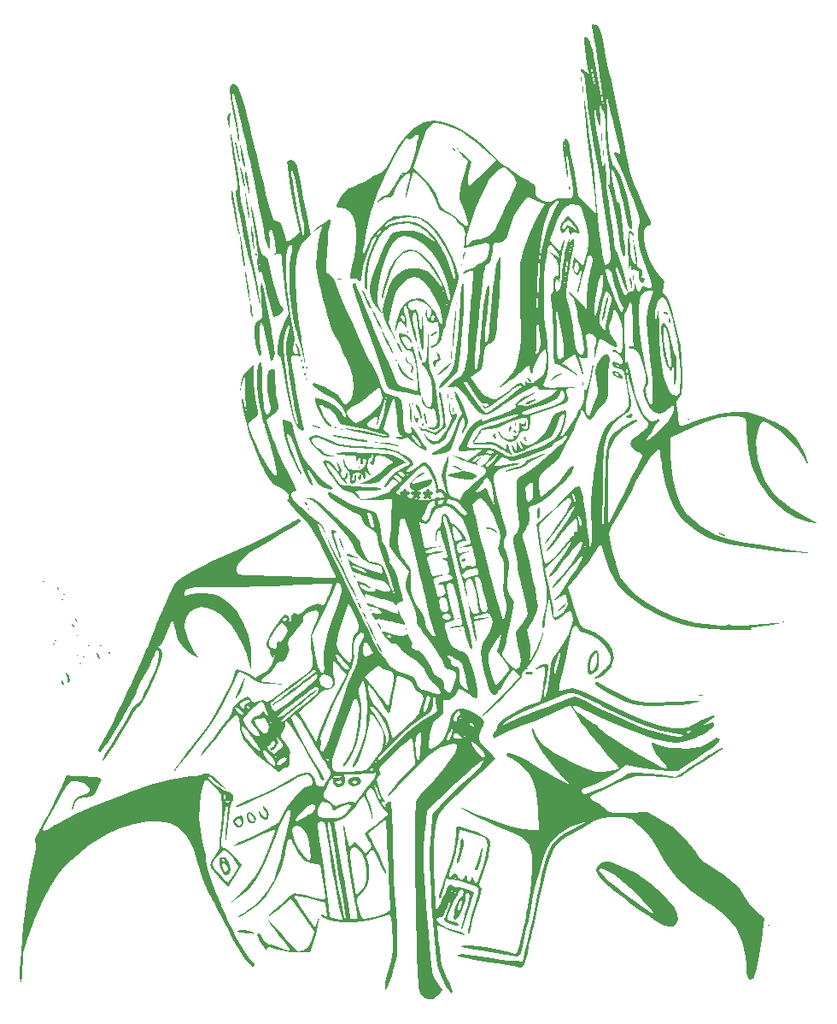
<source format=gbr>
G04 #@! TF.GenerationSoftware,KiCad,Pcbnew,9.0.6*
G04 #@! TF.CreationDate,2025-12-30T14:31:11-05:00*
G04 #@! TF.ProjectId,keyboard,6b657962-6f61-4726-942e-6b696361645f,rev?*
G04 #@! TF.SameCoordinates,Original*
G04 #@! TF.FileFunction,Legend,Bot*
G04 #@! TF.FilePolarity,Positive*
%FSLAX46Y46*%
G04 Gerber Fmt 4.6, Leading zero omitted, Abs format (unit mm)*
G04 Created by KiCad (PCBNEW 9.0.6) date 2025-12-30 14:31:11*
%MOMM*%
%LPD*%
G01*
G04 APERTURE LIST*
%ADD10C,0.300000*%
%ADD11C,0.000000*%
G04 APERTURE END LIST*
D10*
X58376884Y-94212868D02*
X58519742Y-94141439D01*
X58519742Y-94141439D02*
X58734027Y-94141439D01*
X58734027Y-94141439D02*
X58948313Y-94212868D01*
X58948313Y-94212868D02*
X59091170Y-94355725D01*
X59091170Y-94355725D02*
X59162599Y-94498582D01*
X59162599Y-94498582D02*
X59234027Y-94784296D01*
X59234027Y-94784296D02*
X59234027Y-94998582D01*
X59234027Y-94998582D02*
X59162599Y-95284296D01*
X59162599Y-95284296D02*
X59091170Y-95427153D01*
X59091170Y-95427153D02*
X58948313Y-95570011D01*
X58948313Y-95570011D02*
X58734027Y-95641439D01*
X58734027Y-95641439D02*
X58591170Y-95641439D01*
X58591170Y-95641439D02*
X58376884Y-95570011D01*
X58376884Y-95570011D02*
X58305456Y-95498582D01*
X58305456Y-95498582D02*
X58305456Y-94998582D01*
X58305456Y-94998582D02*
X58591170Y-94998582D01*
X57448313Y-94141439D02*
X57448313Y-94498582D01*
X57805456Y-94355725D02*
X57448313Y-94498582D01*
X57448313Y-94498582D02*
X57091170Y-94355725D01*
X57662599Y-94784296D02*
X57448313Y-94498582D01*
X57448313Y-94498582D02*
X57234027Y-94784296D01*
X56305456Y-94141439D02*
X56305456Y-94498582D01*
X56662599Y-94355725D02*
X56305456Y-94498582D01*
X56305456Y-94498582D02*
X55948313Y-94355725D01*
X56519742Y-94784296D02*
X56305456Y-94498582D01*
X56305456Y-94498582D02*
X56091170Y-94784296D01*
X55162599Y-94141439D02*
X55162599Y-94498582D01*
X55519742Y-94355725D02*
X55162599Y-94498582D01*
X55162599Y-94498582D02*
X54805456Y-94355725D01*
X55376885Y-94784296D02*
X55162599Y-94498582D01*
X55162599Y-94498582D02*
X54948313Y-94784296D01*
D11*
G36*
X19456773Y-103067716D02*
G01*
X19373220Y-103151269D01*
X19289668Y-103067716D01*
X19373220Y-102984163D01*
X19456773Y-103067716D01*
G37*
G36*
X20459405Y-109250611D02*
G01*
X20375852Y-109334163D01*
X20292299Y-109250611D01*
X20375852Y-109167058D01*
X20459405Y-109250611D01*
G37*
G36*
X20626510Y-108916400D02*
G01*
X20542957Y-108999953D01*
X20459405Y-108916400D01*
X20542957Y-108832848D01*
X20626510Y-108916400D01*
G37*
G36*
X21294931Y-104905874D02*
G01*
X21211378Y-104989427D01*
X21127826Y-104905874D01*
X21211378Y-104822321D01*
X21294931Y-104905874D01*
G37*
G36*
X21462036Y-104404558D02*
G01*
X21378484Y-104488111D01*
X21294931Y-104404558D01*
X21378484Y-104321006D01*
X21462036Y-104404558D01*
G37*
G36*
X21796247Y-110086137D02*
G01*
X21712694Y-110169690D01*
X21629142Y-110086137D01*
X21712694Y-110002585D01*
X21796247Y-110086137D01*
G37*
G36*
X22631773Y-110086137D02*
G01*
X22548220Y-110169690D01*
X22464668Y-110086137D01*
X22548220Y-110002585D01*
X22631773Y-110086137D01*
G37*
G36*
X22798878Y-108415085D02*
G01*
X22715326Y-108498637D01*
X22631773Y-108415085D01*
X22715326Y-108331532D01*
X22798878Y-108415085D01*
G37*
G36*
X22798878Y-110420348D02*
G01*
X22715326Y-110503900D01*
X22631773Y-110420348D01*
X22715326Y-110336795D01*
X22798878Y-110420348D01*
G37*
G36*
X23133089Y-111255874D02*
G01*
X23049536Y-111339427D01*
X22965984Y-111255874D01*
X23049536Y-111172321D01*
X23133089Y-111255874D01*
G37*
G36*
X23300194Y-110086137D02*
G01*
X23216642Y-110169690D01*
X23133089Y-110086137D01*
X23216642Y-110002585D01*
X23300194Y-110086137D01*
G37*
G36*
X23467299Y-110587453D02*
G01*
X23383747Y-110671006D01*
X23300194Y-110587453D01*
X23383747Y-110503900D01*
X23467299Y-110587453D01*
G37*
G36*
X23968615Y-109417716D02*
G01*
X23885063Y-109501269D01*
X23801510Y-109417716D01*
X23885063Y-109334163D01*
X23968615Y-109417716D01*
G37*
G36*
X25138352Y-109417716D02*
G01*
X25054799Y-109501269D01*
X24971247Y-109417716D01*
X25054799Y-109334163D01*
X25138352Y-109417716D01*
G37*
G36*
X45525194Y-83015085D02*
G01*
X45441642Y-83098637D01*
X45358089Y-83015085D01*
X45441642Y-82931532D01*
X45525194Y-83015085D01*
G37*
G36*
X45692299Y-95882190D02*
G01*
X45608747Y-95965742D01*
X45525194Y-95882190D01*
X45608747Y-95798637D01*
X45692299Y-95882190D01*
G37*
G36*
X49034405Y-88028242D02*
G01*
X48950852Y-88111795D01*
X48867299Y-88028242D01*
X48950852Y-87944690D01*
X49034405Y-88028242D01*
G37*
G36*
X49034405Y-101062453D02*
G01*
X48950852Y-101146006D01*
X48867299Y-101062453D01*
X48950852Y-100978900D01*
X49034405Y-101062453D01*
G37*
G36*
X50538352Y-104905874D02*
G01*
X50454799Y-104989427D01*
X50371247Y-104905874D01*
X50454799Y-104822321D01*
X50538352Y-104905874D01*
G37*
G36*
X51875194Y-105908506D02*
G01*
X51791642Y-105992058D01*
X51708089Y-105908506D01*
X51791642Y-105824953D01*
X51875194Y-105908506D01*
G37*
G36*
X54381773Y-81176927D02*
G01*
X54298220Y-81260479D01*
X54214668Y-81176927D01*
X54298220Y-81093374D01*
X54381773Y-81176927D01*
G37*
G36*
X56052826Y-85521663D02*
G01*
X55969273Y-85605216D01*
X55885720Y-85521663D01*
X55969273Y-85438111D01*
X56052826Y-85521663D01*
G37*
G36*
X59896247Y-85020348D02*
G01*
X59812694Y-85103900D01*
X59729142Y-85020348D01*
X59812694Y-84936795D01*
X59896247Y-85020348D01*
G37*
G36*
X60564668Y-106744032D02*
G01*
X60481115Y-106827585D01*
X60397563Y-106744032D01*
X60481115Y-106660479D01*
X60564668Y-106744032D01*
G37*
G36*
X60731773Y-107913769D02*
G01*
X60648220Y-107997321D01*
X60564668Y-107913769D01*
X60648220Y-107830216D01*
X60731773Y-107913769D01*
G37*
G36*
X60898878Y-71651927D02*
G01*
X60815326Y-71735479D01*
X60731773Y-71651927D01*
X60815326Y-71568374D01*
X60898878Y-71651927D01*
G37*
G36*
X67415984Y-111757190D02*
G01*
X67332431Y-111840742D01*
X67248878Y-111757190D01*
X67332431Y-111673637D01*
X67415984Y-111757190D01*
G37*
G36*
X81787036Y-78336137D02*
G01*
X81703484Y-78419690D01*
X81619931Y-78336137D01*
X81703484Y-78252585D01*
X81787036Y-78336137D01*
G37*
G36*
X91312036Y-137157190D02*
G01*
X91228484Y-137240742D01*
X91144931Y-137157190D01*
X91228484Y-137073637D01*
X91312036Y-137157190D01*
G37*
G36*
X92815984Y-107078242D02*
G01*
X92732431Y-107161795D01*
X92648878Y-107078242D01*
X92732431Y-106994690D01*
X92815984Y-107078242D01*
G37*
G36*
X25973878Y-110169690D02*
G01*
X25961819Y-110258155D01*
X25862475Y-110281093D01*
X25842476Y-110256601D01*
X25862475Y-110058286D01*
X25912737Y-110032143D01*
X25973878Y-110169690D01*
G37*
G36*
X40512036Y-70732848D02*
G01*
X40499977Y-70821313D01*
X40400633Y-70844251D01*
X40380634Y-70819759D01*
X40400633Y-70621444D01*
X40450895Y-70595301D01*
X40512036Y-70732848D01*
G37*
G36*
X45023878Y-81260479D02*
G01*
X45011819Y-81348944D01*
X44912475Y-81371883D01*
X44892476Y-81347391D01*
X44912475Y-81149076D01*
X44962737Y-81122933D01*
X45023878Y-81260479D01*
G37*
G36*
X45177791Y-81831422D02*
G01*
X45165976Y-82000911D01*
X45090024Y-82050748D01*
X45056910Y-81991628D01*
X45076832Y-81730463D01*
X45136981Y-81653115D01*
X45177791Y-81831422D01*
G37*
G36*
X45344896Y-82499843D02*
G01*
X45333081Y-82669332D01*
X45257129Y-82719169D01*
X45224016Y-82660049D01*
X45243937Y-82398884D01*
X45304086Y-82321536D01*
X45344896Y-82499843D01*
G37*
G36*
X45525194Y-81928900D02*
G01*
X45513135Y-82017365D01*
X45413791Y-82040304D01*
X45393791Y-82015812D01*
X45413791Y-81817497D01*
X45464053Y-81791354D01*
X45525194Y-81928900D01*
G37*
G36*
X48477387Y-87833286D02*
G01*
X48503530Y-87883549D01*
X48365984Y-87944690D01*
X48277519Y-87932630D01*
X48254580Y-87833286D01*
X48279072Y-87813287D01*
X48477387Y-87833286D01*
G37*
G36*
X48909076Y-73128756D02*
G01*
X48937422Y-73186781D01*
X48700194Y-73213042D01*
X48470320Y-73189748D01*
X48491313Y-73128756D01*
X48566953Y-73106685D01*
X48909076Y-73128756D01*
G37*
G36*
X50705457Y-91788111D02*
G01*
X50693398Y-91876576D01*
X50594054Y-91899514D01*
X50574055Y-91875022D01*
X50594054Y-91676707D01*
X50644316Y-91650564D01*
X50705457Y-91788111D01*
G37*
G36*
X55384405Y-107830216D02*
G01*
X55372345Y-107918681D01*
X55273001Y-107941620D01*
X55253002Y-107917127D01*
X55273001Y-107718813D01*
X55323264Y-107692670D01*
X55384405Y-107830216D01*
G37*
G36*
X55551510Y-78419690D02*
G01*
X55539450Y-78508155D01*
X55440106Y-78531093D01*
X55420107Y-78506601D01*
X55440106Y-78308286D01*
X55490369Y-78282143D01*
X55551510Y-78419690D01*
G37*
G36*
X56554142Y-79923637D02*
G01*
X56542082Y-80012102D01*
X56442738Y-80035041D01*
X56422739Y-80010548D01*
X56442738Y-79812234D01*
X56493000Y-79786091D01*
X56554142Y-79923637D01*
G37*
G36*
X57042265Y-87513001D02*
G01*
X57030449Y-87682490D01*
X56954498Y-87732327D01*
X56921384Y-87673207D01*
X56941305Y-87412042D01*
X57001454Y-87334694D01*
X57042265Y-87513001D01*
G37*
G36*
X59535651Y-84769690D02*
G01*
X59512358Y-84999564D01*
X59451366Y-84978571D01*
X59429295Y-84902931D01*
X59451366Y-84560808D01*
X59509390Y-84532462D01*
X59535651Y-84769690D01*
G37*
G36*
X60036967Y-86106532D02*
G01*
X60013674Y-86336406D01*
X59952681Y-86315413D01*
X59930611Y-86239773D01*
X59952681Y-85897650D01*
X60010706Y-85869304D01*
X60036967Y-86106532D01*
G37*
G36*
X66233054Y-87513001D02*
G01*
X66221239Y-87682490D01*
X66145287Y-87732327D01*
X66112174Y-87673207D01*
X66132095Y-87412042D01*
X66192244Y-87334694D01*
X66233054Y-87513001D01*
G37*
G36*
X71580423Y-64118264D02*
G01*
X71568607Y-64287753D01*
X71492656Y-64337590D01*
X71459542Y-64278470D01*
X71479463Y-64017305D01*
X71539612Y-63939957D01*
X71580423Y-64118264D01*
G37*
G36*
X72736967Y-53353900D02*
G01*
X72713674Y-53583774D01*
X72652681Y-53562782D01*
X72630611Y-53487141D01*
X72652681Y-53145019D01*
X72710706Y-53116673D01*
X72736967Y-53353900D01*
G37*
G36*
X72917265Y-83502475D02*
G01*
X72905449Y-83671963D01*
X72829498Y-83721801D01*
X72796384Y-83662681D01*
X72816305Y-83401515D01*
X72876454Y-83324168D01*
X72917265Y-83502475D01*
G37*
G36*
X83402387Y-86997760D02*
G01*
X83428530Y-87048022D01*
X83290984Y-87109163D01*
X83202519Y-87097104D01*
X83179580Y-86997760D01*
X83204072Y-86977761D01*
X83402387Y-86997760D01*
G37*
G36*
X45403829Y-95247691D02*
G01*
X45525194Y-95474289D01*
X45516371Y-95568004D01*
X45429176Y-95607406D01*
X45294329Y-95372195D01*
X45265045Y-95241849D01*
X45360003Y-95214952D01*
X45403829Y-95247691D01*
G37*
G36*
X50144571Y-102396342D02*
G01*
X50276950Y-102600970D01*
X50288847Y-102632673D01*
X50323908Y-102800115D01*
X50183406Y-102694514D01*
X50088053Y-102571647D01*
X50069309Y-102394873D01*
X50144571Y-102396342D01*
G37*
G36*
X67645781Y-83077145D02*
G01*
X67750194Y-83296066D01*
X67705613Y-83370155D01*
X67495498Y-83262391D01*
X67362302Y-83125857D01*
X67317275Y-82974539D01*
X67438321Y-82948411D01*
X67645781Y-83077145D01*
G37*
G36*
X81497741Y-77236558D02*
G01*
X81502310Y-77254234D01*
X81534167Y-77499117D01*
X81424677Y-77455751D01*
X81358089Y-77362699D01*
X81321186Y-77060003D01*
X81398641Y-77012565D01*
X81497741Y-77236558D01*
G37*
G36*
X20719719Y-103660104D02*
G01*
X20877168Y-103819690D01*
X20908293Y-103878854D01*
X20896892Y-103986795D01*
X20867512Y-103979276D01*
X20710063Y-103819690D01*
X20678937Y-103760526D01*
X20690339Y-103652585D01*
X20719719Y-103660104D01*
G37*
G36*
X21236752Y-112874161D02*
G01*
X21355361Y-113094032D01*
X21381630Y-113222200D01*
X21289686Y-113344690D01*
X21215278Y-113316452D01*
X21127826Y-113094032D01*
X21135085Y-112979829D01*
X21193500Y-112843374D01*
X21236752Y-112874161D01*
G37*
G36*
X22223666Y-107336420D02*
G01*
X22381115Y-107496006D01*
X22412241Y-107555170D01*
X22400839Y-107663111D01*
X22371459Y-107655592D01*
X22214010Y-107496006D01*
X22182885Y-107436842D01*
X22194286Y-107328900D01*
X22223666Y-107336420D01*
G37*
G36*
X22557877Y-106835104D02*
G01*
X22715326Y-106994690D01*
X22746451Y-107053854D01*
X22735050Y-107161795D01*
X22705669Y-107154276D01*
X22548220Y-106994690D01*
X22517095Y-106935526D01*
X22528496Y-106827585D01*
X22557877Y-106835104D01*
G37*
G36*
X24804142Y-110336795D02*
G01*
X24882926Y-110479941D01*
X24966129Y-110754558D01*
X24936551Y-110804761D01*
X24804142Y-110671006D01*
X24725357Y-110527859D01*
X24642154Y-110253242D01*
X24671732Y-110203040D01*
X24804142Y-110336795D01*
G37*
G36*
X46221549Y-87658149D02*
G01*
X46611378Y-87777585D01*
X46787987Y-87878350D01*
X46694931Y-87921200D01*
X46499892Y-87897020D01*
X46110063Y-87777585D01*
X45933454Y-87676819D01*
X46026510Y-87633969D01*
X46221549Y-87658149D01*
G37*
G36*
X49664496Y-100416943D02*
G01*
X50053527Y-100563740D01*
X50621905Y-100822130D01*
X50037036Y-100713889D01*
X49566766Y-100609906D01*
X49365015Y-100509700D01*
X49399031Y-100391467D01*
X49421285Y-100380739D01*
X49664496Y-100416943D01*
G37*
G36*
X50705457Y-105323637D02*
G01*
X50784242Y-105466783D01*
X50867445Y-105741400D01*
X50837867Y-105791603D01*
X50705457Y-105657848D01*
X50626673Y-105514702D01*
X50543470Y-105240085D01*
X50573048Y-105189882D01*
X50705457Y-105323637D01*
G37*
G36*
X50872563Y-92790742D02*
G01*
X50871343Y-92871171D01*
X50821689Y-93073524D01*
X50672036Y-92991269D01*
X50557552Y-92817611D01*
X50672036Y-92590216D01*
X50712861Y-92551831D01*
X50838864Y-92525135D01*
X50872563Y-92790742D01*
G37*
G36*
X51114002Y-106232879D02*
G01*
X51278350Y-106474992D01*
X51373878Y-106720269D01*
X51351381Y-106825196D01*
X51252501Y-106716539D01*
X51053084Y-106326269D01*
X50940938Y-106083618D01*
X50941237Y-106027447D01*
X51114002Y-106232879D01*
G37*
G36*
X52538149Y-107233391D02*
G01*
X52710720Y-107496006D01*
X52804896Y-107707404D01*
X52806032Y-107830216D01*
X52716187Y-107758620D01*
X52543615Y-107496006D01*
X52449439Y-107284607D01*
X52448304Y-107161795D01*
X52538149Y-107233391D01*
G37*
G36*
X58349738Y-78453462D02*
G01*
X58129705Y-78658412D01*
X57907478Y-78792110D01*
X57736340Y-78822064D01*
X57766440Y-78720128D01*
X57986472Y-78515178D01*
X58208700Y-78381480D01*
X58379838Y-78351526D01*
X58349738Y-78453462D01*
G37*
G36*
X59837653Y-80351998D02*
G01*
X59854106Y-80675611D01*
X59851947Y-80852636D01*
X59826602Y-81092608D01*
X59781432Y-81053546D01*
X59751155Y-80820540D01*
X59778060Y-80385125D01*
X59799911Y-80302900D01*
X59837653Y-80351998D01*
G37*
G36*
X59989456Y-60212735D02*
G01*
X60146905Y-60372321D01*
X60178030Y-60431485D01*
X60166629Y-60539427D01*
X60137248Y-60531907D01*
X59979799Y-60372321D01*
X59948674Y-60313157D01*
X59960075Y-60205216D01*
X59989456Y-60212735D01*
G37*
G36*
X61113153Y-100816578D02*
G01*
X61233089Y-100978900D01*
X61201205Y-101058760D01*
X60972569Y-101146006D01*
X60853208Y-101121959D01*
X60815326Y-100978900D01*
X60849529Y-100933264D01*
X61075846Y-100811795D01*
X61113153Y-100816578D01*
G37*
G36*
X65717976Y-87672673D02*
G01*
X65744931Y-87944690D01*
X65716575Y-88138803D01*
X65593470Y-88278900D01*
X65520036Y-88211153D01*
X65529407Y-87944690D01*
X65593089Y-87748263D01*
X65680868Y-87610479D01*
X65717976Y-87672673D01*
G37*
G36*
X66117784Y-88118217D02*
G01*
X66246247Y-88278900D01*
X66244331Y-88316718D01*
X66172556Y-88446006D01*
X66145751Y-88438316D01*
X65995589Y-88278900D01*
X65969478Y-88214170D01*
X66069280Y-88111795D01*
X66117784Y-88118217D01*
G37*
G36*
X67774173Y-112085889D02*
G01*
X67917299Y-112195841D01*
X67813685Y-112291964D01*
X67499536Y-112342058D01*
X67224899Y-112305793D01*
X67081773Y-112195841D01*
X67185388Y-112099718D01*
X67499536Y-112049624D01*
X67774173Y-112085889D01*
G37*
G36*
X72874266Y-54052514D02*
G01*
X72891688Y-54356532D01*
X72890072Y-54469910D01*
X72863702Y-54700974D01*
X72815267Y-54648966D01*
X72789279Y-54487915D01*
X72815267Y-54064098D01*
X72830890Y-54016685D01*
X72874266Y-54052514D01*
G37*
G36*
X74708316Y-58739882D02*
G01*
X74720821Y-59119032D01*
X74715349Y-59429171D01*
X74690123Y-59648111D01*
X74650985Y-59580869D01*
X74621214Y-59239538D01*
X74648704Y-58745343D01*
X74678372Y-58628983D01*
X74708316Y-58739882D01*
G37*
G36*
X74879530Y-60402514D02*
G01*
X74896952Y-60706532D01*
X74895335Y-60819910D01*
X74868966Y-61050974D01*
X74820531Y-60998966D01*
X74794542Y-60837915D01*
X74820531Y-60414098D01*
X74836153Y-60366685D01*
X74879530Y-60402514D01*
G37*
G36*
X77775620Y-86614450D02*
G01*
X77665106Y-86830655D01*
X77493178Y-86922239D01*
X77234530Y-86922514D01*
X77108089Y-86794443D01*
X77171400Y-86691695D01*
X77442299Y-86559429D01*
X77607686Y-86533690D01*
X77775620Y-86614450D01*
G37*
G36*
X77911038Y-72988769D02*
G01*
X77911268Y-73028342D01*
X77888863Y-73289938D01*
X77834005Y-73284383D01*
X77803349Y-73147074D01*
X77827813Y-72783067D01*
X77836082Y-72754336D01*
X77886942Y-72729596D01*
X77911038Y-72988769D01*
G37*
G36*
X81150292Y-76432661D02*
G01*
X81285720Y-76576287D01*
X81250237Y-76645435D01*
X81035063Y-76641962D01*
X80915074Y-76587851D01*
X80784405Y-76480101D01*
X80812109Y-76450179D01*
X81035063Y-76414427D01*
X81150292Y-76432661D01*
G37*
G36*
X84749974Y-114398624D02*
G01*
X84778706Y-114406893D01*
X84803446Y-114457754D01*
X84544273Y-114481850D01*
X84504700Y-114482079D01*
X84243104Y-114459674D01*
X84248659Y-114404816D01*
X84385967Y-114374161D01*
X84749974Y-114398624D01*
G37*
G36*
X86495558Y-98330919D02*
G01*
X86800194Y-98472321D01*
X86913638Y-98565353D01*
X86883747Y-98634309D01*
X86770620Y-98613724D01*
X86465984Y-98472321D01*
X86352539Y-98379289D01*
X86382431Y-98310334D01*
X86495558Y-98330919D01*
G37*
G36*
X56721247Y-80508506D02*
G01*
X56802122Y-80735132D01*
X56874048Y-81093374D01*
X56875332Y-81135694D01*
X56850113Y-81259708D01*
X56721247Y-81093374D01*
X56640013Y-80918742D01*
X56568445Y-80508506D01*
X56577632Y-80174295D01*
X56721247Y-80508506D01*
G37*
G36*
X61162154Y-70621186D02*
G01*
X61111861Y-70802300D01*
X61052791Y-71122502D01*
X61033237Y-71221711D01*
X60957412Y-71115130D01*
X60945123Y-70944730D01*
X61066774Y-70613815D01*
X61149988Y-70485665D01*
X61220522Y-70409790D01*
X61162154Y-70621186D01*
G37*
G36*
X70692417Y-82587590D02*
G01*
X70340326Y-82821781D01*
X69864889Y-83107980D01*
X69626566Y-83227716D01*
X69626332Y-83172968D01*
X69843652Y-82948995D01*
X70139611Y-82727804D01*
X70590984Y-82520786D01*
X70754229Y-82495689D01*
X70692417Y-82587590D01*
G37*
G36*
X37916109Y-56721427D02*
G01*
X37897573Y-56902481D01*
X37888040Y-56919681D01*
X37812408Y-57240842D01*
X37795327Y-57696231D01*
X37820691Y-58283506D01*
X37668120Y-57698637D01*
X37582093Y-57238893D01*
X37624067Y-56835330D01*
X37842970Y-56696006D01*
X37916109Y-56721427D01*
G37*
G36*
X39091263Y-69980874D02*
G01*
X39203595Y-70620519D01*
X39285976Y-71231697D01*
X39314925Y-71651927D01*
X39308089Y-72153242D01*
X39175756Y-71593338D01*
X39106739Y-71224053D01*
X39020883Y-70597999D01*
X38952094Y-69922285D01*
X38860765Y-68811137D01*
X39091263Y-69980874D01*
G37*
G36*
X52460900Y-109257847D02*
G01*
X52627168Y-109501269D01*
X52789256Y-109829468D01*
X52865983Y-110086137D01*
X52865875Y-110090982D01*
X52793436Y-110078901D01*
X52627168Y-109835479D01*
X52465080Y-109507280D01*
X52388353Y-109250611D01*
X52388461Y-109245766D01*
X52460900Y-109257847D01*
G37*
G36*
X57222563Y-86607848D02*
G01*
X57304816Y-86935774D01*
X57356354Y-87359821D01*
X57353711Y-87469898D01*
X57317744Y-87528490D01*
X57222563Y-87276269D01*
X57140309Y-86948343D01*
X57088771Y-86524295D01*
X57091415Y-86414218D01*
X57127381Y-86355626D01*
X57222563Y-86607848D01*
G37*
G36*
X60146905Y-91708113D02*
G01*
X60538524Y-91823395D01*
X60806970Y-91967041D01*
X60822250Y-91982230D01*
X60893259Y-92107639D01*
X60691162Y-92068494D01*
X60207866Y-91863394D01*
X60058915Y-91794670D01*
X59800905Y-91667793D01*
X59833512Y-91647288D01*
X60146905Y-91708113D01*
G37*
G36*
X64138795Y-88455368D02*
G01*
X64166252Y-88598838D01*
X64146136Y-88672010D01*
X64281719Y-88836304D01*
X64358199Y-88891610D01*
X64199207Y-88934129D01*
X64042358Y-88901834D01*
X63906773Y-88696663D01*
X63926797Y-88581197D01*
X64083740Y-88446006D01*
X64138795Y-88455368D01*
G37*
G36*
X67142304Y-88791406D02*
G01*
X67174147Y-88933049D01*
X67152512Y-88989186D01*
X67252015Y-89171174D01*
X67307713Y-89205250D01*
X67221724Y-89216779D01*
X67195313Y-89210396D01*
X67001942Y-89067264D01*
X66946930Y-88875942D01*
X67077710Y-88780216D01*
X67142304Y-88791406D01*
G37*
G36*
X68161504Y-85114343D02*
G01*
X68023846Y-85250501D01*
X67691318Y-85439229D01*
X67432578Y-85534565D01*
X67148072Y-85593949D01*
X67123455Y-85523639D01*
X67345909Y-85358743D01*
X67802616Y-85134371D01*
X67822401Y-85126014D01*
X68129135Y-85030532D01*
X68161504Y-85114343D01*
G37*
G36*
X71191275Y-105342414D02*
G01*
X71114432Y-105489403D01*
X70841642Y-105746580D01*
X70508065Y-106008825D01*
X70296180Y-106140030D01*
X70321424Y-106050839D01*
X70590984Y-105741400D01*
X70623095Y-105707855D01*
X70936153Y-105437328D01*
X71163205Y-105329647D01*
X71191275Y-105342414D01*
G37*
G36*
X77609405Y-73239427D02*
G01*
X77691658Y-73567353D01*
X77743196Y-73991400D01*
X77740553Y-74101477D01*
X77704586Y-74160069D01*
X77609405Y-73907848D01*
X77527151Y-73579921D01*
X77475614Y-73155874D01*
X77478257Y-73045797D01*
X77514223Y-72987205D01*
X77609405Y-73239427D01*
G37*
G36*
X21722181Y-112237021D02*
G01*
X21892552Y-112527702D01*
X21963352Y-112940594D01*
X21947312Y-113043151D01*
X21801491Y-113177585D01*
X21732100Y-113141271D01*
X21736634Y-112924799D01*
X21756375Y-112751489D01*
X21627375Y-112423483D01*
X21534516Y-112273906D01*
X21590802Y-112174953D01*
X21722181Y-112237021D01*
G37*
G36*
X39090655Y-60622979D02*
G01*
X39172390Y-60922369D01*
X39286788Y-61441786D01*
X39328484Y-61792716D01*
X39322690Y-61954870D01*
X39286883Y-62016725D01*
X39178150Y-61773008D01*
X39132912Y-61636279D01*
X39026177Y-61164835D01*
X38940321Y-60603271D01*
X38845457Y-59787453D01*
X39090655Y-60622979D01*
G37*
G36*
X39925648Y-75645319D02*
G01*
X39991815Y-75949067D01*
X40063641Y-76414427D01*
X40096066Y-76699885D01*
X40092634Y-76928625D01*
X40015087Y-76832190D01*
X39955556Y-76646333D01*
X39888001Y-76285535D01*
X39850114Y-75914309D01*
X39852038Y-75645718D01*
X39903914Y-75592826D01*
X39925648Y-75645319D01*
G37*
G36*
X48690460Y-98748772D02*
G01*
X48855280Y-99057190D01*
X48934296Y-99228803D01*
X49109784Y-99677527D01*
X49182576Y-99976269D01*
X49163057Y-100033193D01*
X49065846Y-99910260D01*
X48920714Y-99608322D01*
X48765518Y-99209456D01*
X48638110Y-98795741D01*
X48622202Y-98694540D01*
X48690460Y-98748772D01*
G37*
G36*
X53091031Y-89365587D02*
G01*
X53676506Y-89422291D01*
X54202209Y-89512073D01*
X54511426Y-89612154D01*
X54616387Y-89679415D01*
X54647482Y-89741236D01*
X54381773Y-89697458D01*
X54120389Y-89646454D01*
X53579077Y-89551426D01*
X52961378Y-89450890D01*
X51958747Y-89294304D01*
X53091031Y-89365587D01*
G37*
G36*
X54581426Y-79591825D02*
G01*
X54769293Y-79913221D01*
X54801403Y-79979753D01*
X54917199Y-80296223D01*
X54897104Y-80424953D01*
X54894351Y-80424863D01*
X54743797Y-80286518D01*
X54571352Y-79984165D01*
X54447228Y-79664411D01*
X54441634Y-79473864D01*
X54452467Y-79468841D01*
X54581426Y-79591825D01*
G37*
G36*
X59708980Y-81619885D02*
G01*
X59503193Y-81861974D01*
X59144273Y-82192642D01*
X58721532Y-82531245D01*
X58419136Y-82727802D01*
X58337705Y-82719152D01*
X58496280Y-82511903D01*
X58913900Y-82112666D01*
X59246659Y-81832586D01*
X59571168Y-81600440D01*
X59729142Y-81543367D01*
X59708980Y-81619885D01*
G37*
G36*
X68562126Y-95781161D02*
G01*
X68580639Y-96146773D01*
X68580416Y-96214976D01*
X68542764Y-96633937D01*
X68460392Y-96873002D01*
X68402742Y-96902048D01*
X68315865Y-96773809D01*
X68282725Y-96479806D01*
X68309619Y-96132581D01*
X68402845Y-95844675D01*
X68500460Y-95710753D01*
X68562126Y-95781161D01*
G37*
G36*
X38969102Y-62205087D02*
G01*
X39103360Y-62628242D01*
X39177011Y-62916967D01*
X39286604Y-63475215D01*
X39324865Y-63881532D01*
X39292681Y-63970498D01*
X39205724Y-63798471D01*
X39084510Y-63380216D01*
X38999012Y-63014915D01*
X38904501Y-62516549D01*
X38868677Y-62188969D01*
X38890542Y-62071905D01*
X38969102Y-62205087D01*
G37*
G36*
X39437115Y-72473920D02*
G01*
X39513812Y-72905216D01*
X39556378Y-73173883D01*
X39654212Y-73879828D01*
X39736318Y-74576269D01*
X39831968Y-75495348D01*
X39594934Y-74409163D01*
X39490613Y-73862113D01*
X39401191Y-73216098D01*
X39372427Y-72738111D01*
X39378691Y-72530144D01*
X39397128Y-72354868D01*
X39437115Y-72473920D01*
G37*
G36*
X39582637Y-65636137D02*
G01*
X39583730Y-65641590D01*
X39701221Y-66274566D01*
X39784662Y-66812726D01*
X39816051Y-67140085D01*
X39795992Y-67305688D01*
X39738964Y-67229182D01*
X39659483Y-66943826D01*
X39572168Y-66513248D01*
X39491640Y-66001073D01*
X39432518Y-65470926D01*
X39348060Y-64466400D01*
X39582637Y-65636137D01*
G37*
G36*
X54604789Y-81577267D02*
G01*
X54808794Y-82008836D01*
X55102774Y-82469975D01*
X55677570Y-82933235D01*
X55910994Y-83067594D01*
X56050716Y-83182210D01*
X55885720Y-83163424D01*
X55483512Y-83022560D01*
X54919246Y-82619512D01*
X54592231Y-82011391D01*
X54489670Y-81617808D01*
X54492065Y-81446999D01*
X54604789Y-81577267D01*
G37*
G36*
X56540129Y-85709395D02*
G01*
X56693460Y-86043710D01*
X56813649Y-86457730D01*
X56861276Y-86858506D01*
X56859143Y-86926666D01*
X56817183Y-86986878D01*
X56718478Y-86722493D01*
X56575312Y-86350278D01*
X56384245Y-86019616D01*
X56302519Y-85867928D01*
X56319073Y-85579992D01*
X56393073Y-85547734D01*
X56540129Y-85709395D01*
G37*
G36*
X38478530Y-59788849D02*
G01*
X38597457Y-60205216D01*
X38684947Y-60585790D01*
X38781710Y-61113396D01*
X38814052Y-61458506D01*
X38810357Y-61500970D01*
X38762169Y-61501298D01*
X38676546Y-61273650D01*
X38573999Y-60899055D01*
X38475038Y-60458544D01*
X38400175Y-60033149D01*
X38369921Y-59703900D01*
X38396296Y-59616187D01*
X38478530Y-59788849D01*
G37*
G36*
X39320132Y-137659702D02*
G01*
X39792155Y-137766163D01*
X40177826Y-137935923D01*
X40231662Y-137972772D01*
X40269846Y-138045551D01*
X40010720Y-138006495D01*
X39572700Y-137942242D01*
X39040003Y-137911445D01*
X39012258Y-137911195D01*
X38653318Y-137860167D01*
X38599601Y-137727051D01*
X38620228Y-137703273D01*
X38887556Y-137633189D01*
X39320132Y-137659702D01*
G37*
G36*
X40004984Y-68040645D02*
G01*
X40059154Y-68293905D01*
X40159152Y-68899115D01*
X40239405Y-69544592D01*
X40272399Y-69967744D01*
X40260771Y-70172257D01*
X40198178Y-70064427D01*
X40126286Y-69758107D01*
X40036759Y-69198905D01*
X39963757Y-68560479D01*
X39950202Y-68406671D01*
X39921691Y-67960998D01*
X39939828Y-67840547D01*
X40004984Y-68040645D01*
G37*
G36*
X51465533Y-107046468D02*
G01*
X51653100Y-107397309D01*
X51951043Y-108047427D01*
X52141560Y-108501182D01*
X52270834Y-108861750D01*
X52288743Y-108999953D01*
X52203445Y-108885285D01*
X52027654Y-108553714D01*
X51810732Y-108103139D01*
X51598749Y-107632780D01*
X51437774Y-107241859D01*
X51373878Y-107029599D01*
X51380737Y-106981489D01*
X51465533Y-107046468D01*
G37*
G36*
X52008754Y-76301116D02*
G01*
X52180178Y-76572285D01*
X52405837Y-76982102D01*
X52632692Y-77428646D01*
X52807702Y-77809993D01*
X52877826Y-78024222D01*
X52858196Y-78094165D01*
X52774826Y-78002764D01*
X52601016Y-77693597D01*
X52310245Y-77124624D01*
X52121437Y-76730947D01*
X51976350Y-76381798D01*
X51953117Y-76247321D01*
X52008754Y-76301116D01*
G37*
G36*
X55709762Y-85521663D02*
G01*
X55734535Y-85623483D01*
X55821049Y-86167969D01*
X55865949Y-86761027D01*
X55868034Y-86848096D01*
X55865022Y-87288945D01*
X55835831Y-87421986D01*
X55787998Y-87268801D01*
X55729061Y-86850973D01*
X55666557Y-86190085D01*
X55656780Y-86062582D01*
X55631718Y-85572760D01*
X55649664Y-85388027D01*
X55709762Y-85521663D01*
G37*
G36*
X63800526Y-97849753D02*
G01*
X64131511Y-97993083D01*
X64334706Y-98154565D01*
X64356107Y-98204641D01*
X64260708Y-98305216D01*
X64211692Y-98298977D01*
X63990326Y-98138111D01*
X63882598Y-98047739D01*
X63562701Y-97971006D01*
X63377952Y-97942605D01*
X63238352Y-97812593D01*
X63258943Y-97774685D01*
X63467690Y-97763860D01*
X63800526Y-97849753D01*
G37*
G36*
X39488753Y-62737006D02*
G01*
X39599025Y-63213111D01*
X39701514Y-63763110D01*
X39785010Y-64336141D01*
X39813392Y-64717058D01*
X39812428Y-64739989D01*
X39773337Y-64770739D01*
X39690745Y-64524779D01*
X39580839Y-64048637D01*
X39478742Y-63498811D01*
X39395253Y-62925676D01*
X39366471Y-62544690D01*
X39367378Y-62521705D01*
X39406143Y-62491031D01*
X39488753Y-62737006D01*
G37*
G36*
X51018780Y-74300009D02*
G01*
X51187795Y-74576079D01*
X51410179Y-74988602D01*
X51633697Y-75435543D01*
X51806114Y-75814864D01*
X51875194Y-76024529D01*
X51860923Y-76061595D01*
X51727674Y-75988308D01*
X51656279Y-75887013D01*
X51481905Y-75562381D01*
X51281407Y-75135237D01*
X51098738Y-74705914D01*
X50977851Y-74374744D01*
X50962697Y-74242058D01*
X51018780Y-74300009D01*
G37*
G36*
X56166819Y-86760266D02*
G01*
X56186069Y-86846390D01*
X56275025Y-87035562D01*
X56399650Y-86927371D01*
X56422823Y-86892307D01*
X56522039Y-86833403D01*
X56551583Y-87081313D01*
X56551606Y-87086842D01*
X56487514Y-87370582D01*
X56343077Y-87398572D01*
X56192471Y-87210392D01*
X56109870Y-86845619D01*
X56100512Y-86631392D01*
X56112876Y-86539062D01*
X56166819Y-86760266D01*
G37*
G36*
X39330525Y-112728843D02*
G01*
X39310731Y-112894184D01*
X39187670Y-113332127D01*
X38987511Y-113856804D01*
X38836611Y-114179472D01*
X38626367Y-114540920D01*
X38481904Y-114681532D01*
X38461285Y-114674739D01*
X38462911Y-114497190D01*
X38603809Y-114154142D01*
X38610167Y-114141801D01*
X38865138Y-113596644D01*
X39097642Y-113026182D01*
X39154609Y-112882640D01*
X39276444Y-112669995D01*
X39330525Y-112728843D01*
G37*
G36*
X55332999Y-81034564D02*
G01*
X55436002Y-81260916D01*
X55728005Y-81478459D01*
X55965680Y-81667576D01*
X56058913Y-82007870D01*
X55941422Y-82318813D01*
X55839628Y-82407954D01*
X55791520Y-82355148D01*
X55840346Y-82035866D01*
X55825295Y-81713002D01*
X55566515Y-81550195D01*
X55336226Y-81422030D01*
X55240056Y-81067242D01*
X55252729Y-80876555D01*
X55278859Y-80796084D01*
X55332999Y-81034564D01*
G37*
G36*
X60953978Y-128568897D02*
G01*
X61012637Y-128806458D01*
X60985658Y-129261227D01*
X60881129Y-129856295D01*
X60707133Y-130514756D01*
X60599154Y-130817767D01*
X60462178Y-131046337D01*
X60385251Y-130994681D01*
X60389051Y-130695262D01*
X60494257Y-130180545D01*
X60577080Y-129845430D01*
X60686208Y-129302173D01*
X60729790Y-128927256D01*
X60770945Y-128692843D01*
X60913567Y-128551269D01*
X60953978Y-128568897D01*
G37*
G36*
X53029493Y-78494361D02*
G01*
X53253978Y-78878262D01*
X53546247Y-79422321D01*
X53653134Y-79630081D01*
X53931388Y-80195284D01*
X54125313Y-80626210D01*
X54198128Y-80842716D01*
X54185407Y-80851092D01*
X54063001Y-80684492D01*
X53838516Y-80300591D01*
X53546247Y-79756532D01*
X53439360Y-79548772D01*
X53161106Y-78983569D01*
X52967181Y-78552643D01*
X52894366Y-78336137D01*
X52907087Y-78327761D01*
X53029493Y-78494361D01*
G37*
G36*
X62890220Y-129654293D02*
G01*
X62847193Y-130183520D01*
X62722319Y-130740477D01*
X62707438Y-130786999D01*
X62568698Y-131223682D01*
X62476906Y-131517387D01*
X62441557Y-131593279D01*
X62235086Y-131726269D01*
X62141674Y-131664838D01*
X62232237Y-131398568D01*
X62324632Y-131179298D01*
X62484414Y-130688417D01*
X62641957Y-130103502D01*
X62696873Y-129882198D01*
X62805064Y-129510342D01*
X62866001Y-129440729D01*
X62890220Y-129654293D01*
G37*
G36*
X75369259Y-75077585D02*
G01*
X75315658Y-75316051D01*
X75200199Y-75846839D01*
X75071627Y-76451576D01*
X74973932Y-76872712D01*
X74868050Y-77227607D01*
X74799351Y-77336390D01*
X74798280Y-77335240D01*
X74784924Y-77130462D01*
X74838222Y-76708109D01*
X74937158Y-76170981D01*
X75060717Y-75621881D01*
X75187882Y-75163608D01*
X75297638Y-74898965D01*
X75334122Y-74849704D01*
X75410074Y-74816403D01*
X75369259Y-75077585D01*
G37*
G36*
X58474878Y-80498668D02*
G01*
X58648868Y-80777293D01*
X58702084Y-81142283D01*
X58475852Y-81367155D01*
X58357767Y-81444762D01*
X58222635Y-81737897D01*
X58222043Y-81776544D01*
X58188083Y-81920826D01*
X58058089Y-81761795D01*
X57937891Y-81549120D01*
X57943271Y-81336585D01*
X58226842Y-81211630D01*
X58387343Y-81154682D01*
X58482092Y-80993565D01*
X58392973Y-80649048D01*
X58295757Y-80361249D01*
X58310726Y-80301917D01*
X58474878Y-80498668D01*
G37*
G36*
X60304190Y-76163769D02*
G01*
X60301840Y-76197177D01*
X60251475Y-76889790D01*
X60188170Y-77730540D01*
X60125049Y-78545019D01*
X60105954Y-78772272D01*
X60044206Y-79360158D01*
X59982425Y-79769827D01*
X59931510Y-79923637D01*
X59906850Y-79818244D01*
X59907806Y-79446532D01*
X59937398Y-78876521D01*
X59989955Y-78181548D01*
X60059806Y-77434948D01*
X60141279Y-76710058D01*
X60228705Y-76080216D01*
X60374526Y-75161137D01*
X60304190Y-76163769D01*
G37*
G36*
X48616642Y-88695361D02*
G01*
X48660270Y-88703548D01*
X49185593Y-88796833D01*
X49885822Y-88915241D01*
X50621905Y-89035206D01*
X50899911Y-89081720D01*
X51345885Y-89172571D01*
X51512563Y-89236309D01*
X51373878Y-89264970D01*
X51165660Y-89259692D01*
X50644171Y-89208171D01*
X50002577Y-89116567D01*
X49331249Y-89000984D01*
X48720560Y-88877523D01*
X48260882Y-88762289D01*
X48042587Y-88671384D01*
X48040959Y-88649193D01*
X48226949Y-88639455D01*
X48616642Y-88695361D01*
G37*
G36*
X38064956Y-64397038D02*
G01*
X38147843Y-64710646D01*
X38262535Y-65322665D01*
X38406031Y-66221006D01*
X38487933Y-66754860D01*
X38602912Y-67479565D01*
X38698869Y-68056154D01*
X38760896Y-68393374D01*
X38810534Y-68634401D01*
X38800814Y-68687030D01*
X38682423Y-68430949D01*
X38614683Y-68215410D01*
X38498113Y-67711396D01*
X38365290Y-67042696D01*
X38232913Y-66303631D01*
X38117682Y-65588522D01*
X38036297Y-64991689D01*
X38005457Y-64607454D01*
X38016875Y-64393927D01*
X38064956Y-64397038D01*
G37*
G36*
X61417775Y-92238255D02*
G01*
X61858375Y-92379097D01*
X61995072Y-92436817D01*
X62288081Y-92586346D01*
X62322106Y-92709267D01*
X62138137Y-92878791D01*
X61866012Y-93011985D01*
X61400194Y-93043860D01*
X61264637Y-93018390D01*
X60762850Y-92935800D01*
X60188681Y-92852048D01*
X59924089Y-92809154D01*
X59544196Y-92713991D01*
X59394931Y-92623430D01*
X59484097Y-92554122D01*
X59822445Y-92436155D01*
X60326682Y-92315548D01*
X60355116Y-92309870D01*
X60966764Y-92217257D01*
X61417775Y-92238255D01*
G37*
G36*
X41341716Y-125450284D02*
G01*
X41585656Y-125768952D01*
X41681773Y-126245216D01*
X41680867Y-126307038D01*
X41601033Y-126624572D01*
X41353442Y-126713111D01*
X41066056Y-126606967D01*
X40791559Y-126277542D01*
X40681605Y-125846794D01*
X40681619Y-125845760D01*
X40744306Y-125810643D01*
X40890487Y-126031494D01*
X41078527Y-126315181D01*
X41305786Y-126504959D01*
X41437337Y-126498352D01*
X41508929Y-126310198D01*
X41439624Y-126002813D01*
X41238111Y-125681861D01*
X41094164Y-125477056D01*
X41121137Y-125376269D01*
X41341716Y-125450284D01*
G37*
G36*
X40330267Y-126981438D02*
G01*
X40179311Y-127089747D01*
X39879565Y-127068671D01*
X39620051Y-126844972D01*
X39509405Y-126484424D01*
X39517423Y-126400422D01*
X39704233Y-126400422D01*
X39803505Y-126656400D01*
X40066363Y-126851656D01*
X40161596Y-126866661D01*
X40288598Y-126818300D01*
X40190793Y-126570235D01*
X40094985Y-126406426D01*
X39872656Y-126147509D01*
X39726055Y-126139802D01*
X39704233Y-126400422D01*
X39517423Y-126400422D01*
X39539506Y-126169053D01*
X39698601Y-125966904D01*
X40013032Y-126045927D01*
X40276877Y-126260780D01*
X40435705Y-126630155D01*
X40379233Y-126818300D01*
X40330267Y-126981438D01*
G37*
G36*
X50772157Y-123163533D02*
G01*
X50413023Y-123334642D01*
X50000662Y-123401240D01*
X49659929Y-123249348D01*
X49590787Y-123036795D01*
X49953484Y-123036795D01*
X49987735Y-123082918D01*
X50204142Y-123203900D01*
X50248847Y-123197386D01*
X50454799Y-123036795D01*
X50441345Y-122932496D01*
X50204142Y-122869690D01*
X50005967Y-122906476D01*
X49953484Y-123036795D01*
X49590787Y-123036795D01*
X49535720Y-122867511D01*
X49574425Y-122748550D01*
X49829668Y-122567607D01*
X50207780Y-122478977D01*
X50571664Y-122504700D01*
X50784222Y-122666813D01*
X50859535Y-122934743D01*
X50820560Y-123036795D01*
X50772157Y-123163533D01*
G37*
G36*
X76773878Y-82853859D02*
G01*
X76773415Y-82903448D01*
X76734968Y-83064350D01*
X76572010Y-83062195D01*
X76196873Y-82904709D01*
X76029336Y-82806400D01*
X75838145Y-82597321D01*
X76021905Y-82597321D01*
X76056054Y-82642481D01*
X76292287Y-82764427D01*
X76348476Y-82751552D01*
X76356115Y-82597321D01*
X76321966Y-82552162D01*
X76085733Y-82430216D01*
X76029544Y-82443091D01*
X76021905Y-82597321D01*
X75838145Y-82597321D01*
X75813132Y-82569968D01*
X75773851Y-82356174D01*
X75949338Y-82263111D01*
X76309991Y-82360110D01*
X76634191Y-82590996D01*
X76637552Y-82597321D01*
X76773878Y-82853859D01*
G37*
G36*
X48311674Y-98117712D02*
G01*
X48411319Y-98177100D01*
X48516635Y-98276163D01*
X48334162Y-98300135D01*
X48288191Y-98302729D01*
X48180370Y-98357941D01*
X48168520Y-98533743D01*
X48259330Y-98894411D01*
X48459491Y-99504222D01*
X48497981Y-99617628D01*
X48685474Y-100177797D01*
X48817422Y-100584932D01*
X48867299Y-100757511D01*
X48797470Y-100811795D01*
X48793404Y-100810912D01*
X48697559Y-100644175D01*
X48544811Y-100251129D01*
X48363471Y-99721414D01*
X48181852Y-99144668D01*
X48028265Y-98610532D01*
X47931022Y-98208643D01*
X47918435Y-98028642D01*
X48030493Y-98011062D01*
X48311674Y-98117712D01*
G37*
G36*
X47437997Y-98772030D02*
G01*
X47626000Y-99103700D01*
X47909240Y-99631652D01*
X48260705Y-100302854D01*
X48653385Y-101064276D01*
X49060269Y-101862889D01*
X49454348Y-102645661D01*
X49808610Y-103359562D01*
X50096045Y-103951562D01*
X50289642Y-104368631D01*
X50362391Y-104557738D01*
X50362513Y-104591918D01*
X50301739Y-104641291D01*
X50256290Y-104571163D01*
X50080496Y-104246519D01*
X49805727Y-103712957D01*
X49459714Y-103026841D01*
X49070188Y-102244536D01*
X48664881Y-101422403D01*
X48271522Y-100616808D01*
X47917845Y-99884111D01*
X47631579Y-99280678D01*
X47440456Y-98862872D01*
X47372208Y-98687056D01*
X47437997Y-98772030D01*
G37*
G36*
X39201766Y-127072525D02*
G01*
X39128196Y-127339756D01*
X38882605Y-127514154D01*
X38554266Y-127483189D01*
X38284521Y-127237924D01*
X38192160Y-126902353D01*
X38370661Y-126902353D01*
X38549571Y-127161736D01*
X38682506Y-127288605D01*
X38833452Y-127346108D01*
X38940585Y-127149310D01*
X38972495Y-127027851D01*
X38918989Y-126732224D01*
X38721812Y-126586170D01*
X38472158Y-126680883D01*
X38464328Y-126688819D01*
X38370661Y-126902353D01*
X38192160Y-126902353D01*
X38172563Y-126831151D01*
X38172903Y-126819181D01*
X38325980Y-126559785D01*
X38654682Y-126369944D01*
X39008089Y-126338624D01*
X39090035Y-126414110D01*
X39182458Y-126709071D01*
X39199393Y-127027851D01*
X39201766Y-127072525D01*
G37*
G36*
X57139954Y-92370680D02*
G01*
X56933145Y-92537647D01*
X56552272Y-92771714D01*
X56355612Y-92889234D01*
X56018892Y-93134378D01*
X55885720Y-93302750D01*
X55917848Y-93413467D01*
X56066298Y-93445599D01*
X56397900Y-93381112D01*
X56979325Y-93214634D01*
X57277648Y-93132347D01*
X57682346Y-93050795D01*
X57877276Y-93055543D01*
X57916069Y-93154360D01*
X57792788Y-93403550D01*
X57477647Y-93675107D01*
X57044274Y-93894846D01*
X56749103Y-93999920D01*
X56422714Y-94095246D01*
X56209363Y-94098789D01*
X55982940Y-94026153D01*
X55732441Y-93809556D01*
X55723486Y-93467941D01*
X55953970Y-93074937D01*
X56402824Y-92697223D01*
X56638243Y-92554981D01*
X56987102Y-92373550D01*
X57152929Y-92331196D01*
X57139954Y-92370680D01*
G37*
G36*
X69087036Y-90453348D02*
G01*
X68989548Y-90550922D01*
X68657298Y-90744100D01*
X68170809Y-90973712D01*
X67763251Y-91170033D01*
X67394848Y-91398301D01*
X67251730Y-91561217D01*
X67149416Y-91672675D01*
X66799765Y-91840563D01*
X66288023Y-92004171D01*
X66117882Y-92048561D01*
X65510794Y-92198989D01*
X65184376Y-92259597D01*
X65105781Y-92234236D01*
X65242160Y-92126757D01*
X65354395Y-92070366D01*
X65763856Y-91923177D01*
X66286568Y-91778438D01*
X66505513Y-91718825D01*
X66926505Y-91539663D01*
X67081773Y-91353680D01*
X67103681Y-91252694D01*
X67304110Y-91119690D01*
X67434901Y-91093601D01*
X67820122Y-90950638D01*
X68306742Y-90724655D01*
X68613089Y-90579554D01*
X68954321Y-90451722D01*
X69087036Y-90453348D01*
G37*
G36*
X60993308Y-73654382D02*
G01*
X61032380Y-74016353D01*
X61043994Y-74621192D01*
X61030357Y-75416338D01*
X60993676Y-76349231D01*
X60936160Y-77367310D01*
X60860016Y-78418015D01*
X60767451Y-79448786D01*
X60660674Y-80407064D01*
X60422518Y-82310885D01*
X59546068Y-83198358D01*
X59225666Y-83508795D01*
X58801051Y-83860235D01*
X58564434Y-83979074D01*
X58536845Y-83874955D01*
X58739315Y-83557521D01*
X59192874Y-83036414D01*
X59379805Y-82831266D01*
X59883484Y-82154251D01*
X60116205Y-81589921D01*
X60127367Y-81525085D01*
X60211400Y-80915010D01*
X60306301Y-80053854D01*
X60405556Y-79013552D01*
X60502652Y-77866039D01*
X60591073Y-76683251D01*
X60664306Y-75537124D01*
X60713432Y-74846284D01*
X60786406Y-74173473D01*
X60866959Y-73732150D01*
X60947684Y-73573637D01*
X60993308Y-73654382D01*
G37*
G36*
X74434405Y-110911143D02*
G01*
X74434202Y-110978814D01*
X74401610Y-111514390D01*
X74288311Y-111838911D01*
X74058418Y-112062253D01*
X73637684Y-112307608D01*
X73387856Y-112305818D01*
X73284290Y-112029129D01*
X73294616Y-111560232D01*
X73518427Y-111560232D01*
X73528681Y-111919040D01*
X73691991Y-111981438D01*
X74004705Y-111745254D01*
X74138607Y-111498589D01*
X74234732Y-111093256D01*
X74271223Y-110658413D01*
X74238862Y-110311433D01*
X74128432Y-110169690D01*
X74056727Y-110195771D01*
X73860619Y-110452103D01*
X73671672Y-110906390D01*
X73533046Y-111464756D01*
X73518427Y-111560232D01*
X73294616Y-111560232D01*
X73296965Y-111453542D01*
X73312343Y-111295826D01*
X73460015Y-110634824D01*
X73741516Y-110194157D01*
X74057077Y-109947709D01*
X74276328Y-109966829D01*
X74397292Y-110282994D01*
X74419473Y-110658413D01*
X74434405Y-110911143D01*
G37*
G36*
X37636282Y-130784563D02*
G01*
X37822083Y-131232298D01*
X37882732Y-131603370D01*
X37896046Y-131684832D01*
X37811793Y-132008928D01*
X37709259Y-132111201D01*
X37408111Y-132191164D01*
X37127577Y-131965943D01*
X36901983Y-131456385D01*
X36869455Y-131337134D01*
X36847496Y-131164796D01*
X37066418Y-131164796D01*
X37112496Y-131524685D01*
X37221679Y-131752327D01*
X37440079Y-131893374D01*
X37575373Y-131839325D01*
X37664834Y-131603370D01*
X37609145Y-131312800D01*
X37413382Y-131115512D01*
X37207670Y-131061697D01*
X37066418Y-131164796D01*
X36847496Y-131164796D01*
X36798077Y-130776949D01*
X36820417Y-130723637D01*
X37086378Y-130723637D01*
X37120676Y-130773646D01*
X37263346Y-130890742D01*
X37280023Y-130886398D01*
X37337036Y-130723637D01*
X37330236Y-130677835D01*
X37160069Y-130556532D01*
X37099627Y-130569652D01*
X37086378Y-130723637D01*
X36820417Y-130723637D01*
X36928549Y-130465591D01*
X37256881Y-130414761D01*
X37385021Y-130474863D01*
X37586852Y-130723637D01*
X37636282Y-130784563D01*
G37*
G36*
X59683223Y-85499407D02*
G01*
X59702399Y-85917140D01*
X59706712Y-86022618D01*
X59748767Y-86419940D01*
X59853370Y-86573471D01*
X60063352Y-86559429D01*
X60129753Y-86543233D01*
X60328615Y-86536024D01*
X60367235Y-86669408D01*
X60239696Y-86990809D01*
X59940083Y-87547656D01*
X59767984Y-87856996D01*
X59460705Y-88421035D01*
X59229886Y-88858954D01*
X59228979Y-88860732D01*
X58927895Y-89244198D01*
X58559405Y-89470753D01*
X58478093Y-89492399D01*
X57984562Y-89551925D01*
X57642602Y-89386633D01*
X57336065Y-88946775D01*
X57013709Y-88362453D01*
X57423427Y-88847366D01*
X57604337Y-89036656D01*
X58000802Y-89254934D01*
X58402516Y-89177650D01*
X58834072Y-88795079D01*
X59320063Y-88097498D01*
X59621399Y-87580903D01*
X59791759Y-87204886D01*
X59821832Y-86941634D01*
X59737074Y-86706222D01*
X59734835Y-86701995D01*
X59615401Y-86270062D01*
X59606100Y-85759490D01*
X59626371Y-85597732D01*
X59661371Y-85398652D01*
X59683223Y-85499407D01*
G37*
G36*
X58740099Y-84373121D02*
G01*
X58838474Y-84749506D01*
X58943754Y-85335405D01*
X59042059Y-86063022D01*
X59250671Y-87857671D01*
X58779709Y-88234561D01*
X58477260Y-88477012D01*
X58271387Y-88581167D01*
X58044441Y-88541530D01*
X57648588Y-88376674D01*
X57560467Y-88341098D01*
X57195219Y-88223382D01*
X57009347Y-88213607D01*
X56911946Y-88193894D01*
X56703283Y-87990504D01*
X56605680Y-87863972D01*
X56565430Y-87778941D01*
X56763023Y-87923375D01*
X56947213Y-88046366D01*
X57055457Y-88057230D01*
X57065628Y-88043635D01*
X57262864Y-88070700D01*
X57632299Y-88202763D01*
X57677496Y-88221552D01*
X58061115Y-88349390D01*
X58323849Y-88305866D01*
X58630259Y-88068908D01*
X58692036Y-88013317D01*
X58888474Y-87800212D01*
X58975811Y-87562872D01*
X58972711Y-87199387D01*
X58897838Y-86607848D01*
X58820424Y-86078081D01*
X58715910Y-85404803D01*
X58629987Y-84895019D01*
X58613328Y-84794053D01*
X58595403Y-84414493D01*
X58674561Y-84268374D01*
X58740099Y-84373121D01*
G37*
G36*
X74739901Y-113324244D02*
G01*
X74889182Y-113421822D01*
X75372909Y-113700178D01*
X76014537Y-114040204D01*
X76716263Y-114389198D01*
X77199784Y-114619643D01*
X77731600Y-114852338D01*
X78175159Y-114993290D01*
X78636074Y-115064764D01*
X79219960Y-115089029D01*
X80032431Y-115088351D01*
X80480634Y-115083225D01*
X81503281Y-115058375D01*
X82523153Y-115019095D01*
X83374536Y-114971191D01*
X84028900Y-114938629D01*
X84397406Y-114949817D01*
X84482408Y-114996648D01*
X84307310Y-115069518D01*
X83895517Y-115158825D01*
X83270431Y-115254964D01*
X82455457Y-115348332D01*
X82296340Y-115362867D01*
X81385491Y-115418905D01*
X80372141Y-115447755D01*
X79447563Y-115443373D01*
X79220126Y-115436238D01*
X78456773Y-115390616D01*
X77867288Y-115298465D01*
X77323001Y-115132825D01*
X76695242Y-114866741D01*
X76514142Y-114783043D01*
X75649842Y-114353175D01*
X74934129Y-113946849D01*
X74406909Y-113590488D01*
X74108089Y-113310518D01*
X74077573Y-113133364D01*
X74318300Y-113099204D01*
X74739901Y-113324244D01*
G37*
G36*
X51983476Y-105420796D02*
G01*
X52212166Y-105517008D01*
X52723939Y-105717450D01*
X53303686Y-105932681D01*
X53856582Y-106128618D01*
X54287804Y-106271175D01*
X54502526Y-106326269D01*
X54523934Y-106239786D01*
X54473955Y-105950282D01*
X54480288Y-105881909D01*
X54595777Y-106066776D01*
X54796905Y-106473028D01*
X54984306Y-106877814D01*
X55152489Y-107251644D01*
X55217299Y-107411139D01*
X55186321Y-107411293D01*
X54916518Y-107357436D01*
X54429070Y-107242325D01*
X53796905Y-107082816D01*
X53701778Y-107058434D01*
X52978627Y-106895380D01*
X52528166Y-106840556D01*
X52371195Y-106896678D01*
X52371145Y-106898071D01*
X52290336Y-106911842D01*
X52120221Y-106750668D01*
X51951581Y-106519496D01*
X51875194Y-106323271D01*
X51875352Y-106320618D01*
X52026655Y-106269600D01*
X52376510Y-106290624D01*
X52733581Y-106293544D01*
X52877826Y-106184009D01*
X52877790Y-106180825D01*
X52725718Y-105951891D01*
X52349570Y-105738806D01*
X51854869Y-105601645D01*
X51608505Y-105523602D01*
X51407431Y-105340743D01*
X51401786Y-105292845D01*
X51557891Y-105265178D01*
X51983476Y-105420796D01*
G37*
G36*
X72471422Y-68350762D02*
G01*
X72512985Y-68560009D01*
X72408788Y-68637500D01*
X72084790Y-68555052D01*
X71863511Y-68467241D01*
X71760720Y-68554600D01*
X71754941Y-68599632D01*
X71593615Y-68727585D01*
X71488690Y-68645155D01*
X71422794Y-68351598D01*
X71419079Y-67975611D01*
X71114278Y-68371965D01*
X70946298Y-68575905D01*
X70801736Y-68650654D01*
X70700230Y-68483627D01*
X70625562Y-68241443D01*
X70630875Y-68114238D01*
X70765054Y-68114238D01*
X70907316Y-68226269D01*
X70993769Y-68192135D01*
X71157284Y-67963741D01*
X71246722Y-67822647D01*
X71420507Y-67840866D01*
X71760031Y-68058672D01*
X72104455Y-68271482D01*
X72243678Y-68278628D01*
X72147877Y-68079689D01*
X71814238Y-67693603D01*
X71744135Y-67620912D01*
X71468807Y-67373407D01*
X71279215Y-67343227D01*
X71062264Y-67501477D01*
X71013008Y-67549024D01*
X70808148Y-67851709D01*
X70765054Y-68114238D01*
X70630875Y-68114238D01*
X70647472Y-67716864D01*
X70983886Y-67246993D01*
X71376789Y-66877880D01*
X71996950Y-67634705D01*
X72256858Y-67981645D01*
X72429491Y-68278628D01*
X72471422Y-68350762D01*
G37*
G36*
X41073274Y-73667928D02*
G01*
X41198594Y-74206899D01*
X41361870Y-75077585D01*
X41368384Y-75114477D01*
X41466823Y-75659123D01*
X41608095Y-76426161D01*
X41774299Y-77318904D01*
X41947531Y-78240663D01*
X41983127Y-78432331D01*
X42125279Y-79275761D01*
X42227242Y-80012676D01*
X42279887Y-80569478D01*
X42274080Y-80872571D01*
X42177497Y-81119588D01*
X42026647Y-81260479D01*
X42016405Y-81259497D01*
X41923798Y-81161013D01*
X41817994Y-80875861D01*
X41689775Y-80368098D01*
X41529922Y-79601782D01*
X41329220Y-78540970D01*
X41201726Y-77975971D01*
X41063373Y-77589245D01*
X40941945Y-77469815D01*
X40859487Y-77580908D01*
X40788513Y-77965603D01*
X40771356Y-78546510D01*
X40809220Y-79245305D01*
X40903308Y-79983664D01*
X40965768Y-80450666D01*
X40944755Y-80693910D01*
X40826557Y-80724749D01*
X40724981Y-80660141D01*
X40524375Y-80278354D01*
X40383270Y-79585847D01*
X40304933Y-78595959D01*
X40303682Y-78564786D01*
X40292083Y-77985875D01*
X40332985Y-77643920D01*
X40453100Y-77446497D01*
X40679142Y-77301180D01*
X40956170Y-77108558D01*
X41059227Y-76928324D01*
X41040784Y-76750790D01*
X41011423Y-76298343D01*
X40977255Y-75650458D01*
X40942489Y-74880997D01*
X40940139Y-74823852D01*
X40919342Y-74038635D01*
X40934218Y-73584064D01*
X40985339Y-73460406D01*
X41073274Y-73667928D01*
G37*
G36*
X60219519Y-84274282D02*
G01*
X60448862Y-84613047D01*
X60730104Y-85154393D01*
X61026489Y-85824610D01*
X61301259Y-86549988D01*
X61313543Y-86585721D01*
X61443976Y-87056833D01*
X61430559Y-87416180D01*
X61268739Y-87845054D01*
X61210814Y-87967011D01*
X61012124Y-88308723D01*
X60869307Y-88446006D01*
X60850958Y-88442741D01*
X60818284Y-88286807D01*
X60911778Y-87988280D01*
X61094508Y-87673797D01*
X61151968Y-87467218D01*
X61085305Y-87088928D01*
X61053018Y-87008554D01*
X60932856Y-86825690D01*
X60833812Y-86942058D01*
X60817370Y-86984632D01*
X60669074Y-87393904D01*
X60462419Y-87987909D01*
X60236209Y-88652791D01*
X60029245Y-89274696D01*
X59880331Y-89739769D01*
X59873949Y-89760400D01*
X59744398Y-90071269D01*
X59539217Y-90266171D01*
X59172766Y-90394852D01*
X58559405Y-90507059D01*
X58263851Y-90554310D01*
X58016313Y-90595617D01*
X57994084Y-90597295D01*
X57890984Y-90469671D01*
X57930723Y-90402546D01*
X58191748Y-90207900D01*
X58615995Y-89980173D01*
X58940220Y-89812707D01*
X59324204Y-89530443D01*
X59631300Y-89146342D01*
X59915599Y-88586642D01*
X60231192Y-87777585D01*
X60233790Y-87770461D01*
X60453298Y-87212156D01*
X60649507Y-86787285D01*
X60780222Y-86587323D01*
X60841916Y-86471151D01*
X60761071Y-86161275D01*
X60726376Y-86095187D01*
X60498092Y-85601967D01*
X60297644Y-85083099D01*
X60151719Y-84621475D01*
X60087000Y-84299986D01*
X60130173Y-84201524D01*
X60219519Y-84274282D01*
G37*
G36*
X81704025Y-82115840D02*
G01*
X81560225Y-82234276D01*
X81391539Y-82109509D01*
X81211548Y-81777286D01*
X81033831Y-81273360D01*
X80871968Y-80633480D01*
X80739539Y-79893397D01*
X80650123Y-79088860D01*
X80621127Y-78352792D01*
X80799247Y-78352792D01*
X80851834Y-78986107D01*
X80960037Y-79912705D01*
X80984232Y-80093263D01*
X81105130Y-80790711D01*
X81247030Y-81379067D01*
X81384069Y-81746479D01*
X81484481Y-81906739D01*
X81557172Y-81947191D01*
X81585168Y-81784335D01*
X81574397Y-81374899D01*
X81530787Y-80675611D01*
X81529723Y-80659928D01*
X81428073Y-79556520D01*
X81292982Y-78697518D01*
X81130573Y-78112742D01*
X80946969Y-77832015D01*
X80860013Y-77821091D01*
X80802050Y-77976529D01*
X80799247Y-78352792D01*
X80621127Y-78352792D01*
X80617299Y-78255621D01*
X80628004Y-77964761D01*
X80710057Y-77588248D01*
X80854730Y-77494104D01*
X81040097Y-77656702D01*
X81244230Y-78050418D01*
X81445203Y-78649627D01*
X81621088Y-79428703D01*
X81735920Y-79963994D01*
X81865919Y-80401025D01*
X81975080Y-80604999D01*
X82010680Y-80658875D01*
X82078127Y-80976631D01*
X82124618Y-81484285D01*
X82147538Y-82081898D01*
X82144267Y-82669527D01*
X82112189Y-83147229D01*
X82048685Y-83415065D01*
X82003855Y-83483900D01*
X81902503Y-83600343D01*
X81896365Y-83569465D01*
X81886841Y-83292672D01*
X81884142Y-82790382D01*
X81888967Y-82138172D01*
X81891333Y-81762187D01*
X81884152Y-81379009D01*
X81865647Y-81271686D01*
X81838035Y-81469361D01*
X81809360Y-81718448D01*
X81791896Y-81784335D01*
X81704025Y-82115840D01*
G37*
G36*
X37911860Y-58604624D02*
G01*
X37992470Y-58951927D01*
X38140997Y-59715678D01*
X38354028Y-60935978D01*
X38553648Y-62209773D01*
X38720330Y-63410444D01*
X38834543Y-64411371D01*
X38861264Y-64676928D01*
X38938944Y-65316050D01*
X39016689Y-65798812D01*
X39081089Y-66036826D01*
X39107923Y-66102577D01*
X39197690Y-66453838D01*
X39310887Y-67012440D01*
X39429375Y-67692174D01*
X39506403Y-68150063D01*
X39656241Y-68997531D01*
X39842310Y-70017579D01*
X40048175Y-71120409D01*
X40257401Y-72216224D01*
X40439164Y-73165368D01*
X40602179Y-74034820D01*
X40731068Y-74741874D01*
X40815776Y-75231342D01*
X40846247Y-75448033D01*
X40839286Y-75577306D01*
X40789670Y-75566266D01*
X40691978Y-75229770D01*
X40545761Y-74566125D01*
X40350573Y-73573637D01*
X40209929Y-72876051D01*
X40038714Y-72119913D01*
X39881337Y-71515110D01*
X39759500Y-71150611D01*
X39714519Y-71036319D01*
X39569286Y-70548891D01*
X39408687Y-69882068D01*
X39259999Y-69145348D01*
X39219285Y-68922657D01*
X39069023Y-68118169D01*
X38924410Y-67366545D01*
X38811896Y-66805874D01*
X38778639Y-66646712D01*
X38599497Y-65778535D01*
X38483253Y-65176378D01*
X38423609Y-64787536D01*
X38414267Y-64559306D01*
X38448931Y-64438985D01*
X38521303Y-64373868D01*
X38583817Y-64202797D01*
X38576593Y-63785386D01*
X38496387Y-63095815D01*
X38341090Y-62107577D01*
X38320107Y-61982480D01*
X38189353Y-61165080D01*
X38075181Y-60390834D01*
X37982127Y-59700819D01*
X37914730Y-59136114D01*
X37877528Y-58737795D01*
X37875059Y-58546939D01*
X37911860Y-58604624D01*
G37*
G36*
X57520840Y-79721413D02*
G01*
X57542543Y-80631699D01*
X57582053Y-81349358D01*
X57647247Y-81869184D01*
X57747200Y-82261673D01*
X57890984Y-82597321D01*
X57963028Y-82747639D01*
X58149566Y-83247173D01*
X58223529Y-83635072D01*
X58236913Y-83841008D01*
X58294694Y-84345917D01*
X58387732Y-85028810D01*
X58504654Y-85802041D01*
X58576444Y-86267545D01*
X58665982Y-86946616D01*
X58693319Y-87394288D01*
X58660460Y-87673971D01*
X58569411Y-87849080D01*
X58452185Y-87962859D01*
X58028913Y-88100596D01*
X57556773Y-87937055D01*
X57493373Y-87891262D01*
X57474422Y-87824326D01*
X57749899Y-87870222D01*
X57854204Y-87891681D01*
X58152861Y-87868043D01*
X58306489Y-87617593D01*
X58361282Y-87311177D01*
X58350187Y-86843991D01*
X58264003Y-86402322D01*
X58125119Y-86089035D01*
X57955926Y-86006998D01*
X57799941Y-86042710D01*
X57377042Y-85955280D01*
X57034511Y-85674243D01*
X56898944Y-85285959D01*
X56909536Y-84853242D01*
X57074374Y-85266288D01*
X57219868Y-85551701D01*
X57493091Y-85828534D01*
X57757676Y-85834986D01*
X57835182Y-85645221D01*
X57879738Y-85207896D01*
X57886062Y-84620822D01*
X57856151Y-83978191D01*
X57791997Y-83374195D01*
X57695595Y-82903026D01*
X57671168Y-82826966D01*
X57423655Y-82281751D01*
X57118706Y-81839230D01*
X57117119Y-81837518D01*
X56877379Y-81560880D01*
X56861315Y-81448684D01*
X57058133Y-81427585D01*
X57125035Y-81423673D01*
X57242276Y-81366738D01*
X57321012Y-81197880D01*
X57371822Y-80861531D01*
X57405286Y-80302125D01*
X57431984Y-79464098D01*
X57484907Y-77500611D01*
X57520840Y-79721413D01*
G37*
G36*
X41737750Y-71685887D02*
G01*
X41891206Y-72416136D01*
X41917238Y-72547544D01*
X42136075Y-73521393D01*
X42377588Y-74406428D01*
X42622073Y-75142487D01*
X42849825Y-75669408D01*
X43041138Y-75927030D01*
X43092906Y-75968045D01*
X43154130Y-76218416D01*
X42988612Y-76510813D01*
X42646332Y-76742060D01*
X42384106Y-76840950D01*
X42169770Y-76905150D01*
X42142590Y-76865824D01*
X42042514Y-76570827D01*
X41893102Y-76034073D01*
X41709522Y-75311531D01*
X41506939Y-74459170D01*
X41375824Y-73900426D01*
X41169454Y-73083722D01*
X41014541Y-72573337D01*
X40906246Y-72354422D01*
X40839730Y-72412131D01*
X40824214Y-72472057D01*
X40759011Y-72614722D01*
X40697099Y-72486612D01*
X40619369Y-72056925D01*
X40590672Y-71838790D01*
X40580396Y-71651927D01*
X40679142Y-71651927D01*
X40762694Y-71735479D01*
X40846247Y-71651927D01*
X40762694Y-71568374D01*
X40679142Y-71651927D01*
X40580396Y-71651927D01*
X40563740Y-71349058D01*
X40599154Y-71034472D01*
X40604351Y-71015538D01*
X40606001Y-70717577D01*
X40555637Y-70172469D01*
X40461158Y-69451064D01*
X40330463Y-68624210D01*
X40322261Y-68576094D01*
X40177618Y-67700248D01*
X40051242Y-66886921D01*
X39956481Y-66224967D01*
X39906684Y-65803242D01*
X39905949Y-65682665D01*
X39952267Y-65795599D01*
X40044585Y-66174579D01*
X40175414Y-66784390D01*
X40337266Y-67589818D01*
X40522651Y-68555647D01*
X40724080Y-69646663D01*
X40806727Y-70070248D01*
X40933716Y-70535251D01*
X41077072Y-70777365D01*
X41267153Y-70864670D01*
X41311841Y-70873616D01*
X41472496Y-70975359D01*
X41606323Y-71225872D01*
X41728048Y-71651927D01*
X41737750Y-71685887D01*
G37*
G36*
X82196526Y-136012706D02*
G01*
X82258051Y-136610004D01*
X82006462Y-137108149D01*
X81769196Y-137287889D01*
X81491479Y-137330188D01*
X81396324Y-137298987D01*
X81039100Y-137240742D01*
X80942868Y-137220434D01*
X80561617Y-137037968D01*
X79992845Y-136695437D01*
X79285647Y-136228816D01*
X78489113Y-135674080D01*
X77652338Y-135067203D01*
X76824413Y-134444160D01*
X76054431Y-133840926D01*
X75391485Y-133293474D01*
X74884666Y-132837780D01*
X74583069Y-132509819D01*
X74522392Y-132425811D01*
X74228122Y-131984186D01*
X74133398Y-131691330D01*
X74133862Y-131690201D01*
X74434405Y-131690201D01*
X74443545Y-131727333D01*
X74628155Y-131980909D01*
X75009876Y-132377463D01*
X75535431Y-132868558D01*
X76151539Y-133405758D01*
X76804921Y-133940625D01*
X77442299Y-134424723D01*
X77955527Y-134795584D01*
X78666841Y-135305527D01*
X79166325Y-135654396D01*
X79490769Y-135865463D01*
X79676965Y-135962001D01*
X79761703Y-135967280D01*
X79781773Y-135904574D01*
X79776561Y-135877455D01*
X79613161Y-135627105D01*
X79258024Y-135217492D01*
X78761863Y-134697873D01*
X78175388Y-134117503D01*
X77549312Y-133525638D01*
X76934344Y-132971534D01*
X76381198Y-132504446D01*
X75940583Y-132173631D01*
X75410518Y-131849406D01*
X74898932Y-131614700D01*
X74558211Y-131556705D01*
X74434405Y-131690201D01*
X74133862Y-131690201D01*
X74233963Y-131446510D01*
X74525559Y-131148990D01*
X74763012Y-130951985D01*
X75084521Y-130837838D01*
X75520119Y-130911937D01*
X76527618Y-131256764D01*
X78025836Y-131993555D01*
X79461141Y-132947392D01*
X80743544Y-134055849D01*
X81783054Y-135256501D01*
X81821111Y-135309827D01*
X82138772Y-135904574D01*
X82196526Y-136012706D01*
G37*
G36*
X77636095Y-68399001D02*
G01*
X77850968Y-68680588D01*
X77880698Y-68762793D01*
X77871358Y-68854289D01*
X77669805Y-68709444D01*
X77567099Y-68634862D01*
X77477223Y-68638204D01*
X77441955Y-68814172D01*
X77453932Y-69216101D01*
X77505791Y-69897321D01*
X77579246Y-70577721D01*
X77713281Y-71229707D01*
X77888260Y-71568374D01*
X78047102Y-71699121D01*
X78105399Y-71637476D01*
X78057312Y-71299370D01*
X78021040Y-71080298D01*
X77942153Y-70504711D01*
X77871124Y-69878976D01*
X77848623Y-69650650D01*
X77823207Y-69336248D01*
X77839392Y-69304430D01*
X77906072Y-69570054D01*
X78032140Y-70147979D01*
X78036170Y-70166819D01*
X78150730Y-70789183D01*
X78213911Y-71307887D01*
X78212120Y-71612337D01*
X78226204Y-71817147D01*
X78470729Y-72083496D01*
X78574083Y-72147535D01*
X78725503Y-72381579D01*
X78696175Y-72791507D01*
X78662239Y-72982777D01*
X78662263Y-73168132D01*
X78766444Y-73072321D01*
X78814678Y-73006463D01*
X78917147Y-72950846D01*
X78943688Y-73197650D01*
X78886600Y-73471667D01*
X78712845Y-73580030D01*
X78522455Y-73455312D01*
X78419478Y-73114098D01*
X78399988Y-72787194D01*
X78364443Y-72428676D01*
X78307502Y-72241643D01*
X78207127Y-72123260D01*
X78142593Y-72085967D01*
X78199559Y-72236795D01*
X78232453Y-72296138D01*
X78259684Y-72401553D01*
X78075495Y-72271597D01*
X78060377Y-72259439D01*
X77840169Y-72139366D01*
X77722400Y-72271597D01*
X77715094Y-72287783D01*
X77647559Y-72268522D01*
X77600599Y-71986137D01*
X77592999Y-71879091D01*
X77567483Y-71637378D01*
X77531204Y-71696157D01*
X77460195Y-72069690D01*
X77446461Y-72126524D01*
X77407173Y-72083482D01*
X77371700Y-71762001D01*
X77343481Y-71203608D01*
X77325960Y-70449830D01*
X77325616Y-70423482D01*
X77319754Y-69517873D01*
X77332478Y-68900503D01*
X77367951Y-68526804D01*
X77430339Y-68352211D01*
X77523803Y-68332158D01*
X77636095Y-68399001D01*
G37*
G36*
X43236834Y-87126423D02*
G01*
X43451955Y-87181694D01*
X43453042Y-87181967D01*
X43797791Y-87276066D01*
X43946886Y-87331628D01*
X43971018Y-87416649D01*
X44067949Y-87764550D01*
X44221149Y-88316847D01*
X44411446Y-89004501D01*
X44683568Y-89885176D01*
X44989507Y-90636618D01*
X45278743Y-91093317D01*
X45541687Y-91393503D01*
X45954774Y-91894874D01*
X46382140Y-92437534D01*
X46765390Y-92884005D01*
X47202299Y-93292873D01*
X47552348Y-93518578D01*
X47555188Y-93519653D01*
X47891877Y-93704810D01*
X48031773Y-93895933D01*
X48001946Y-93978045D01*
X47803531Y-94001750D01*
X47362676Y-93894764D01*
X47205233Y-93843467D01*
X46820135Y-93642938D01*
X46481013Y-93303711D01*
X46096507Y-92742657D01*
X46094701Y-92739771D01*
X45785605Y-92260294D01*
X45547894Y-91918462D01*
X45432898Y-91788111D01*
X45421393Y-91866891D01*
X45513981Y-92169381D01*
X45699065Y-92618026D01*
X45943544Y-93126087D01*
X45973870Y-93187119D01*
X46080410Y-93499663D01*
X46033616Y-93626269D01*
X46012114Y-93623079D01*
X45810867Y-93428999D01*
X45538596Y-92967069D01*
X45217104Y-92283101D01*
X44868192Y-91422911D01*
X44513662Y-90432311D01*
X44429760Y-90188358D01*
X44158187Y-89469388D01*
X43910430Y-88911113D01*
X43707477Y-88552448D01*
X43570315Y-88432310D01*
X43519931Y-88589615D01*
X43523194Y-88640010D01*
X43608940Y-89024867D01*
X43785715Y-89600692D01*
X44019428Y-90272913D01*
X44275988Y-90946958D01*
X44521303Y-91528254D01*
X44721281Y-91922229D01*
X44786071Y-92032311D01*
X44946714Y-92383518D01*
X44960893Y-92575219D01*
X44910497Y-92563650D01*
X44744142Y-92337161D01*
X44507701Y-91903114D01*
X44231852Y-91329516D01*
X43947273Y-90684370D01*
X43684642Y-90035684D01*
X43474638Y-89451462D01*
X43347939Y-88999712D01*
X43277269Y-88658160D01*
X43130193Y-87939157D01*
X43049667Y-87477955D01*
X43038634Y-87223080D01*
X43100042Y-87123061D01*
X43236834Y-87126423D01*
G37*
G36*
X50339439Y-73748341D02*
G01*
X50554717Y-74216374D01*
X50832480Y-74880275D01*
X51142739Y-75667499D01*
X51455506Y-76505503D01*
X51468038Y-76539950D01*
X51761208Y-77299704D01*
X52146925Y-78238660D01*
X52576513Y-79240794D01*
X53001297Y-80190082D01*
X53102273Y-80410773D01*
X53475836Y-81242089D01*
X53805517Y-81997720D01*
X54058718Y-82601995D01*
X54202839Y-82979244D01*
X54239640Y-83085352D01*
X54411908Y-83481728D01*
X54559911Y-83690324D01*
X54672983Y-83738200D01*
X55022344Y-83850676D01*
X55487648Y-83983875D01*
X55959971Y-84108306D01*
X56330389Y-84194477D01*
X56489980Y-84212897D01*
X56491322Y-84168786D01*
X56475663Y-83867609D01*
X56439388Y-83346294D01*
X56387580Y-82680874D01*
X56331666Y-82084554D01*
X56207316Y-81236272D01*
X56044698Y-80670881D01*
X55832632Y-80355651D01*
X55559937Y-80257848D01*
X55381677Y-80203685D01*
X55068841Y-79901606D01*
X54793915Y-79412332D01*
X54615912Y-78825404D01*
X54596040Y-78708382D01*
X54607803Y-78535751D01*
X54773590Y-78525457D01*
X55173729Y-78652617D01*
X55348130Y-78718421D01*
X55712097Y-78950559D01*
X55842279Y-79271135D01*
X55860769Y-79479100D01*
X55840573Y-79554334D01*
X55730894Y-79320128D01*
X55724374Y-79305648D01*
X55522768Y-79060002D01*
X55241372Y-78885264D01*
X54991155Y-78830544D01*
X54883089Y-78944948D01*
X54883351Y-78952723D01*
X54961862Y-79212491D01*
X55138038Y-79597725D01*
X55288329Y-79825844D01*
X55557456Y-80050846D01*
X55789033Y-80080272D01*
X55896899Y-79881861D01*
X55899200Y-79850109D01*
X55944974Y-79775588D01*
X56030162Y-79962019D01*
X56140570Y-80348615D01*
X56262002Y-80874586D01*
X56380264Y-81479144D01*
X56481162Y-82101503D01*
X56550500Y-82680874D01*
X56579539Y-82981443D01*
X56657382Y-83653588D01*
X56736080Y-84180765D01*
X56802373Y-84468847D01*
X56826956Y-84535799D01*
X56802475Y-84690972D01*
X56527017Y-84679685D01*
X56258780Y-84629268D01*
X55230397Y-84431349D01*
X54484202Y-84277648D01*
X53981320Y-84159185D01*
X53682876Y-84066981D01*
X53549994Y-83992056D01*
X53541585Y-83979938D01*
X53435825Y-83735670D01*
X53247309Y-83232673D01*
X52994050Y-82521377D01*
X52694062Y-81652213D01*
X52365359Y-80675611D01*
X52044501Y-79722227D01*
X51642734Y-78553943D01*
X51246681Y-77426276D01*
X50888853Y-76431641D01*
X50601762Y-75662453D01*
X50383702Y-75073857D01*
X50154411Y-74373267D01*
X50037896Y-73890214D01*
X50046311Y-73668330D01*
X50110411Y-73612713D01*
X50248088Y-73584777D01*
X50339439Y-73748341D01*
G37*
G36*
X63593709Y-129604248D02*
G01*
X63460550Y-130359605D01*
X63251349Y-131167753D01*
X62983071Y-131936882D01*
X62961145Y-131990983D01*
X62708532Y-132654987D01*
X62593651Y-133078437D01*
X62607444Y-133317025D01*
X62740857Y-133426446D01*
X62782427Y-133593428D01*
X62705718Y-134019446D01*
X62515660Y-134651884D01*
X62307319Y-135302670D01*
X62080040Y-136086242D01*
X61913969Y-136739427D01*
X61827197Y-137119276D01*
X61710287Y-137605587D01*
X61633917Y-137891305D01*
X61586564Y-137989350D01*
X61458364Y-138023035D01*
X61438891Y-137985116D01*
X61450350Y-137657829D01*
X61580837Y-137032603D01*
X61827949Y-136119616D01*
X62189280Y-134929048D01*
X62247265Y-134743598D01*
X62429417Y-134118820D01*
X62508250Y-133727370D01*
X62492285Y-133503588D01*
X62390040Y-133381815D01*
X62258860Y-133313438D01*
X61801120Y-133140419D01*
X61177930Y-132948724D01*
X60497982Y-132770447D01*
X59869966Y-132637682D01*
X59258817Y-132530414D01*
X59047918Y-133472811D01*
X58945569Y-133879650D01*
X58807432Y-134302810D01*
X58698212Y-134500995D01*
X58660127Y-134519343D01*
X58560681Y-134451591D01*
X58579570Y-134318784D01*
X58691025Y-133890891D01*
X58874842Y-133301018D01*
X59099049Y-132644896D01*
X59160917Y-132478242D01*
X60063352Y-132478242D01*
X60146905Y-132561795D01*
X60230457Y-132478242D01*
X60146905Y-132394690D01*
X60063352Y-132478242D01*
X59160917Y-132478242D01*
X59269415Y-132185977D01*
X59551818Y-132185977D01*
X59608828Y-132377979D01*
X59680084Y-132389106D01*
X59860041Y-132252650D01*
X59862488Y-132245619D01*
X60043852Y-132078722D01*
X60280160Y-132098269D01*
X60397563Y-132291647D01*
X60460200Y-132442357D01*
X60518258Y-132478242D01*
X60731773Y-132610214D01*
X60943156Y-132626802D01*
X61065984Y-132462598D01*
X61082242Y-132361776D01*
X61233089Y-132227585D01*
X61330215Y-132290254D01*
X61400194Y-132561795D01*
X61407126Y-132670078D01*
X61513283Y-132878463D01*
X61664377Y-132824162D01*
X61752181Y-132520019D01*
X61770071Y-132308890D01*
X61824029Y-132307704D01*
X61951545Y-132603571D01*
X62109895Y-132925735D01*
X62240712Y-133063111D01*
X62313390Y-133005744D01*
X62476216Y-132694144D01*
X62673031Y-132178914D01*
X62881192Y-131536640D01*
X63078054Y-130843907D01*
X63240974Y-130177300D01*
X63347307Y-129613404D01*
X63374409Y-129228805D01*
X63336166Y-128866948D01*
X63228892Y-128597502D01*
X62974078Y-128417637D01*
X62486378Y-128231509D01*
X62200892Y-128135629D01*
X61599381Y-127953844D01*
X61125844Y-127835334D01*
X60600836Y-127731331D01*
X60400400Y-129102155D01*
X60391809Y-129159437D01*
X60236468Y-129961227D01*
X60028641Y-130760443D01*
X59810817Y-131392058D01*
X59680881Y-131718491D01*
X59551818Y-132185977D01*
X59269415Y-132185977D01*
X59331679Y-132018256D01*
X59540760Y-131516827D01*
X59786332Y-130894587D01*
X60114166Y-129564182D01*
X60230457Y-128175284D01*
X60235590Y-127758005D01*
X60282135Y-127480133D01*
X60417726Y-127398043D01*
X60689997Y-127435003D01*
X60965647Y-127497180D01*
X61642566Y-127696410D01*
X62325239Y-127948141D01*
X62931578Y-128217412D01*
X63379496Y-128469265D01*
X63586905Y-128668739D01*
X63633865Y-128993496D01*
X63618394Y-129228805D01*
X63593709Y-129604248D01*
G37*
G36*
X50357792Y-92790742D02*
G01*
X50397358Y-93022541D01*
X50275464Y-93342858D01*
X49892741Y-93456605D01*
X49864517Y-93455188D01*
X49732595Y-93315859D01*
X49742308Y-93009870D01*
X49977858Y-93009870D01*
X50059447Y-93222356D01*
X50166029Y-93148803D01*
X50220799Y-92842381D01*
X50237360Y-92375691D01*
X50132780Y-92399852D01*
X49994719Y-92714608D01*
X49977858Y-93009870D01*
X49742308Y-93009870D01*
X49745286Y-92916071D01*
X49755269Y-92840556D01*
X49716438Y-92384006D01*
X49430042Y-92004971D01*
X49190147Y-91703282D01*
X49057161Y-91169445D01*
X49074122Y-90885158D01*
X49100605Y-90846211D01*
X49155950Y-91119690D01*
X49254056Y-91428928D01*
X49493303Y-91829887D01*
X49686878Y-91975665D01*
X50173275Y-92107611D01*
X50701387Y-92069948D01*
X51111284Y-91859727D01*
X51320438Y-91515715D01*
X51360642Y-91133720D01*
X51206773Y-90869032D01*
X51091643Y-90912840D01*
X51039668Y-91203242D01*
X50996067Y-91478489D01*
X50869837Y-91535768D01*
X50817102Y-91489867D01*
X50796146Y-91275248D01*
X50823537Y-91200807D01*
X50770046Y-90921900D01*
X50659351Y-90845354D01*
X50521271Y-91047229D01*
X50465212Y-91184572D01*
X50403187Y-91248657D01*
X50382992Y-90994361D01*
X50366237Y-90837501D01*
X50261292Y-90693324D01*
X49987372Y-90631501D01*
X49462030Y-90618374D01*
X49096861Y-90605029D01*
X48662130Y-90545014D01*
X48450654Y-90453076D01*
X48447363Y-90440075D01*
X48621159Y-90380756D01*
X49116283Y-90348469D01*
X49922660Y-90343555D01*
X51030217Y-90366351D01*
X51425580Y-90378263D01*
X52345673Y-90412097D01*
X53020784Y-90453661D01*
X53516839Y-90512690D01*
X53899767Y-90598917D01*
X54235495Y-90722074D01*
X54589949Y-90891896D01*
X54968952Y-91103345D01*
X55228964Y-91304634D01*
X55217299Y-91407725D01*
X55077258Y-91448835D01*
X54049514Y-91938104D01*
X53212036Y-92694227D01*
X53188025Y-92723236D01*
X52848926Y-93106155D01*
X52561091Y-93309980D01*
X52196039Y-93392929D01*
X51625288Y-93413221D01*
X50623409Y-93424924D01*
X51374630Y-93174298D01*
X51542642Y-93110672D01*
X52140094Y-92792846D01*
X52627168Y-92413752D01*
X52704608Y-92336980D01*
X53166382Y-91930666D01*
X53598604Y-91615766D01*
X54068724Y-91327698D01*
X53617845Y-90973036D01*
X53159129Y-90722693D01*
X52688185Y-90618374D01*
X52514467Y-90625214D01*
X52269001Y-90729433D01*
X52209405Y-91026275D01*
X52208747Y-91067300D01*
X52129397Y-91419633D01*
X51962828Y-91558446D01*
X51773602Y-91424712D01*
X51738503Y-91325233D01*
X51845608Y-91157403D01*
X51960909Y-91045796D01*
X52030554Y-90729777D01*
X52023231Y-90559003D01*
X51986403Y-90471258D01*
X51875194Y-90701927D01*
X51776708Y-90876686D01*
X51702729Y-90869032D01*
X51694737Y-90847973D01*
X51630370Y-90951674D01*
X51534582Y-91286795D01*
X51480836Y-91804720D01*
X51639092Y-92247650D01*
X51697623Y-92343148D01*
X51787395Y-92584239D01*
X51680424Y-92586175D01*
X51422692Y-92331203D01*
X51290115Y-92180122D01*
X51230068Y-92195153D01*
X51282125Y-92498308D01*
X51305642Y-92665491D01*
X51260842Y-92918679D01*
X51134434Y-92932165D01*
X51001337Y-92662214D01*
X50862750Y-92467032D01*
X50499357Y-92331433D01*
X50444599Y-92327815D01*
X50238183Y-92375501D01*
X50238238Y-92375691D01*
X50357792Y-92790742D01*
G37*
G36*
X52699304Y-97529180D02*
G01*
X52819981Y-98173321D01*
X52870746Y-98764756D01*
X52871727Y-98805474D01*
X52927188Y-99161614D01*
X53038490Y-99307848D01*
X53092044Y-99340750D01*
X53240555Y-99602481D01*
X53403380Y-100039019D01*
X53544487Y-100545795D01*
X53627844Y-101018238D01*
X53691667Y-101241684D01*
X53907585Y-101603106D01*
X54137230Y-101979294D01*
X54398048Y-102597515D01*
X54631134Y-103323088D01*
X54794434Y-104040438D01*
X54810324Y-104131256D01*
X54907063Y-104601681D01*
X54994318Y-104917741D01*
X54992263Y-105078888D01*
X54733862Y-105156532D01*
X54522187Y-105196787D01*
X54381773Y-105355576D01*
X54339711Y-105429473D01*
X54172892Y-105289827D01*
X54058619Y-105196784D01*
X53657622Y-105026541D01*
X53130685Y-104907504D01*
X52874799Y-104864342D01*
X52286203Y-104720571D01*
X51843918Y-104555490D01*
X51658870Y-104462135D01*
X51344383Y-104341746D01*
X51237926Y-104415331D01*
X51283662Y-104696992D01*
X51288234Y-104715670D01*
X51256698Y-104746105D01*
X51106158Y-104525227D01*
X50866027Y-104095406D01*
X50616325Y-103600391D01*
X50449879Y-103224142D01*
X50408175Y-103058639D01*
X50504851Y-103069218D01*
X50831302Y-103188140D01*
X51296610Y-103396388D01*
X51635108Y-103570120D01*
X51894666Y-103736886D01*
X51908672Y-103806510D01*
X51901787Y-103806795D01*
X51603249Y-103738458D01*
X51198475Y-103564741D01*
X50948247Y-103458237D01*
X50731342Y-103454801D01*
X50767834Y-103617226D01*
X51076850Y-103893767D01*
X51269227Y-104000554D01*
X51648778Y-104119211D01*
X52009834Y-104155341D01*
X52252133Y-104103539D01*
X52275407Y-103958397D01*
X52253495Y-103841439D01*
X52474426Y-103886547D01*
X52570758Y-103922917D01*
X53186132Y-104099620D01*
X53576697Y-104100319D01*
X53713352Y-103924131D01*
X53706781Y-103841309D01*
X53494637Y-103444549D01*
X53039316Y-103120128D01*
X52416682Y-102926417D01*
X52228213Y-102890050D01*
X51590948Y-102715588D01*
X50968714Y-102488248D01*
X50697805Y-102374877D01*
X50290280Y-102216544D01*
X50076662Y-102151150D01*
X50062831Y-102147462D01*
X49920932Y-101967630D01*
X49757315Y-101603041D01*
X49741198Y-101555776D01*
X49905774Y-101555776D01*
X49910174Y-101585867D01*
X50100976Y-101727545D01*
X50478514Y-101921155D01*
X50631261Y-101990875D01*
X51028948Y-102174478D01*
X51248549Y-102279080D01*
X51279031Y-102290083D01*
X51373878Y-102187911D01*
X51373584Y-102183491D01*
X51223454Y-102040021D01*
X50880821Y-101853507D01*
X50466471Y-101675955D01*
X50101193Y-101559376D01*
X49905774Y-101555776D01*
X49741198Y-101555776D01*
X49655683Y-101304991D01*
X49565889Y-100958493D01*
X49582234Y-100845331D01*
X49708070Y-101006130D01*
X49765158Y-101070498D01*
X50098920Y-101287129D01*
X50635147Y-101549541D01*
X51289265Y-101821534D01*
X51976697Y-102066907D01*
X52398383Y-102187911D01*
X52612868Y-102249458D01*
X52851178Y-102297959D01*
X53020572Y-102267953D01*
X52988855Y-102076429D01*
X52932958Y-101909763D01*
X52877826Y-101633654D01*
X52828421Y-101550120D01*
X52573383Y-101480216D01*
X52456358Y-101469680D01*
X52031283Y-101378122D01*
X51514339Y-101223097D01*
X51511381Y-101222088D01*
X50841513Y-100847887D01*
X50329819Y-100222034D01*
X49949326Y-99311585D01*
X49882751Y-99182574D01*
X49610077Y-98804394D01*
X49172795Y-98268590D01*
X48613642Y-97626719D01*
X47975356Y-96930335D01*
X47478489Y-96407506D01*
X46811561Y-95736695D01*
X46311728Y-95284590D01*
X45950902Y-95026585D01*
X45700992Y-94938073D01*
X45274536Y-94913035D01*
X45707289Y-94846006D01*
X45825771Y-94836211D01*
X46233081Y-94947025D01*
X46709920Y-95312288D01*
X46736159Y-95336748D01*
X47102720Y-95670583D01*
X47645021Y-96156017D01*
X48294259Y-96731744D01*
X48981634Y-97336459D01*
X49240768Y-97565120D01*
X49929215Y-98199216D01*
X50395138Y-98683928D01*
X50673286Y-99057960D01*
X50798409Y-99360018D01*
X50815876Y-99433951D01*
X50991417Y-99969958D01*
X51229767Y-100517802D01*
X51430417Y-100859057D01*
X51737408Y-101121473D01*
X52218076Y-101250327D01*
X52221585Y-101250889D01*
X52546175Y-101312724D01*
X52784834Y-101413570D01*
X52976018Y-101608991D01*
X53158182Y-101954555D01*
X53369778Y-102505827D01*
X53649263Y-103318374D01*
X53766357Y-103650590D01*
X53966295Y-104147664D01*
X54111255Y-104410212D01*
X54180215Y-104395588D01*
X54179949Y-104303277D01*
X54103079Y-103897600D01*
X53937922Y-103312444D01*
X53709475Y-102640983D01*
X53561111Y-102234808D01*
X53176360Y-101147177D01*
X52849895Y-100173703D01*
X52597347Y-99363751D01*
X52434349Y-98766682D01*
X52376533Y-98431860D01*
X52371690Y-98389268D01*
X52176255Y-98115207D01*
X51755551Y-97846992D01*
X51742170Y-97840621D01*
X51238461Y-97491574D01*
X50979404Y-97010150D01*
X50964688Y-96961260D01*
X50805337Y-96610123D01*
X50639508Y-96465426D01*
X50621656Y-96464846D01*
X50246360Y-96360981D01*
X50217256Y-96347096D01*
X51451014Y-96347096D01*
X51507097Y-96746072D01*
X51728421Y-97427913D01*
X51819053Y-97609082D01*
X52007006Y-97784172D01*
X52149656Y-97757828D01*
X52152645Y-97511466D01*
X52080842Y-97228457D01*
X51975721Y-96777924D01*
X51847912Y-96462797D01*
X51623912Y-96239284D01*
X51559534Y-96223714D01*
X51451014Y-96347096D01*
X50217256Y-96347096D01*
X49725402Y-96112443D01*
X49132919Y-95768177D01*
X48543047Y-95377131D01*
X48029921Y-94988249D01*
X47667679Y-94650479D01*
X47530457Y-94412767D01*
X47589412Y-94303817D01*
X47853494Y-94318571D01*
X48280896Y-94517014D01*
X48817974Y-94879690D01*
X49095033Y-95069609D01*
X49888544Y-95482332D01*
X50771436Y-95803362D01*
X50823084Y-95818154D01*
X51433465Y-96001875D01*
X51926427Y-96165339D01*
X52199461Y-96274710D01*
X52354664Y-96477637D01*
X52535328Y-96931047D01*
X52694448Y-97511466D01*
X52699304Y-97529180D01*
G37*
G36*
X45833472Y-68811137D02*
G01*
X45346608Y-69198073D01*
X44925682Y-69699583D01*
X44586484Y-70524989D01*
X44585007Y-70530091D01*
X44453617Y-71252475D01*
X44385845Y-72240290D01*
X44379286Y-73431904D01*
X44431537Y-74765683D01*
X44540195Y-76179991D01*
X44702856Y-77613196D01*
X44917117Y-79003664D01*
X44969578Y-79302937D01*
X45105924Y-80123116D01*
X45202640Y-80769391D01*
X45257819Y-81215699D01*
X45269557Y-81435976D01*
X45235947Y-81404158D01*
X45155083Y-81094181D01*
X45025060Y-80479982D01*
X45015230Y-80431775D01*
X44857605Y-79760189D01*
X44641163Y-78951125D01*
X44409695Y-78169032D01*
X44385884Y-78091821D01*
X44121721Y-77004247D01*
X43919981Y-75743745D01*
X43787864Y-74408778D01*
X43732569Y-73097811D01*
X43761296Y-71909307D01*
X43881245Y-70941729D01*
X43969524Y-70485260D01*
X44033096Y-70026878D01*
X44014150Y-69794653D01*
X43914278Y-69730216D01*
X43693644Y-69874475D01*
X43526858Y-70307923D01*
X43424286Y-70991013D01*
X43385015Y-71883901D01*
X43408131Y-72946739D01*
X43492720Y-74139683D01*
X43637869Y-75422885D01*
X43842664Y-76756501D01*
X44106192Y-78100685D01*
X44165160Y-78395422D01*
X44253592Y-79155013D01*
X44210028Y-79688185D01*
X44133263Y-80076650D01*
X44190803Y-80459781D01*
X44448799Y-80592058D01*
X44499042Y-80588905D01*
X44600873Y-80481139D01*
X44518427Y-80163417D01*
X44414464Y-79832597D01*
X44368170Y-79536772D01*
X44420706Y-79541184D01*
X44535658Y-79761718D01*
X44671899Y-80098223D01*
X44788382Y-80449226D01*
X44844060Y-80713251D01*
X44844399Y-80719934D01*
X44757504Y-80836315D01*
X44444926Y-80761413D01*
X44347602Y-80726111D01*
X44089752Y-80679533D01*
X43965289Y-80801267D01*
X43952119Y-81144344D01*
X44028148Y-81761795D01*
X44115924Y-82359879D01*
X44233011Y-83156994D01*
X44347252Y-83934163D01*
X44352160Y-83967252D01*
X44490615Y-84785367D01*
X44673024Y-85721411D01*
X44861276Y-86579265D01*
X44918087Y-86821442D01*
X45057512Y-87438840D01*
X45063750Y-87468690D01*
X45154570Y-87903272D01*
X45190984Y-88128841D01*
X45190696Y-88134529D01*
X45063364Y-88158570D01*
X44774172Y-88013499D01*
X44541200Y-87790471D01*
X44323451Y-87418623D01*
X44113586Y-86867991D01*
X43903103Y-86107849D01*
X43683499Y-85107472D01*
X43446273Y-83836135D01*
X43182922Y-82263111D01*
X43171042Y-82191481D01*
X43034041Y-81547109D01*
X42871886Y-81017273D01*
X42717167Y-80710609D01*
X42610355Y-80566967D01*
X42537923Y-80328701D01*
X42550959Y-80079607D01*
X43157192Y-80079607D01*
X43215964Y-81045189D01*
X43376412Y-82252148D01*
X43600386Y-83631506D01*
X43820902Y-84869155D01*
X44027040Y-85907099D01*
X44210057Y-86701328D01*
X44361205Y-87207833D01*
X44454827Y-87438879D01*
X44554325Y-87604226D01*
X44568798Y-87468690D01*
X44498535Y-87046475D01*
X44343825Y-86351790D01*
X44295506Y-86135897D01*
X44154478Y-85407930D01*
X43996236Y-84483457D01*
X43836812Y-83458950D01*
X43692237Y-82430883D01*
X43629740Y-81954567D01*
X43518866Y-81063837D01*
X43452915Y-80406148D01*
X43430304Y-79913283D01*
X43449453Y-79517028D01*
X43508779Y-79149166D01*
X43606702Y-78741482D01*
X43701755Y-78349785D01*
X43788946Y-77877191D01*
X43789860Y-77650161D01*
X43706907Y-77695083D01*
X43542495Y-78038345D01*
X43356968Y-78560738D01*
X43203170Y-79277442D01*
X43157192Y-80079607D01*
X42550959Y-80079607D01*
X42557020Y-79963788D01*
X42663707Y-79373766D01*
X42770481Y-78924036D01*
X43005813Y-78146011D01*
X43261592Y-77480179D01*
X43649003Y-76624222D01*
X43338449Y-74555837D01*
X43226755Y-73748523D01*
X43122486Y-72852960D01*
X43050915Y-72070224D01*
X43023255Y-71508719D01*
X43002977Y-70974314D01*
X42934932Y-70663745D01*
X42809734Y-70608485D01*
X42585743Y-70681615D01*
X42183089Y-70794350D01*
X41964358Y-70848157D01*
X41893069Y-70843330D01*
X42116995Y-70719043D01*
X42202486Y-70671464D01*
X42363809Y-70511296D01*
X42397822Y-70242572D01*
X42328243Y-69757307D01*
X42276100Y-69471895D01*
X42149668Y-68839737D01*
X42046831Y-68460167D01*
X41948953Y-68275055D01*
X41837397Y-68226269D01*
X41773233Y-68287929D01*
X41731539Y-68636340D01*
X41767523Y-69270677D01*
X41808372Y-69735948D01*
X41813915Y-70062096D01*
X41760762Y-70145226D01*
X41640752Y-70034524D01*
X41605893Y-69980432D01*
X41466971Y-69612953D01*
X41319978Y-69041084D01*
X41191439Y-68363472D01*
X41173745Y-68253250D01*
X41019473Y-67362313D01*
X40832858Y-66369200D01*
X40650376Y-65469032D01*
X40620131Y-65326791D01*
X40453979Y-64535462D01*
X40250184Y-63553232D01*
X40031766Y-62491437D01*
X39821745Y-61461414D01*
X39726725Y-60996897D01*
X39554410Y-60175582D01*
X39407718Y-59503309D01*
X39299807Y-59039668D01*
X39243835Y-58844246D01*
X39216160Y-58766502D01*
X39125619Y-58414508D01*
X38998242Y-57856381D01*
X38852311Y-57170286D01*
X38780280Y-56830960D01*
X38612287Y-56103921D01*
X38453949Y-55494695D01*
X38331828Y-55108506D01*
X38183811Y-54789211D01*
X38089652Y-54723256D01*
X38067894Y-54936575D01*
X38117338Y-55404726D01*
X38236785Y-56103266D01*
X38425034Y-57007755D01*
X38589871Y-57801837D01*
X38717879Y-58525336D01*
X38792937Y-59082816D01*
X38802479Y-59394804D01*
X38763359Y-59515222D01*
X38693574Y-59399095D01*
X38606945Y-58951927D01*
X38594694Y-58875294D01*
X38482901Y-58262300D01*
X38327411Y-57496266D01*
X38157939Y-56724588D01*
X38044750Y-56203061D01*
X37876900Y-55192164D01*
X37838827Y-54456653D01*
X37930554Y-54007385D01*
X38152101Y-53855216D01*
X38334326Y-53884788D01*
X38619772Y-54064098D01*
X38691336Y-54194586D01*
X38866697Y-54643330D01*
X39083683Y-55306359D01*
X39320682Y-56112131D01*
X39556081Y-56989106D01*
X39768266Y-57865742D01*
X39861335Y-58268321D01*
X40061755Y-59109383D01*
X40291695Y-60051778D01*
X40517629Y-60957190D01*
X40643975Y-61461927D01*
X40911432Y-62554288D01*
X41185564Y-63698706D01*
X41423458Y-64717058D01*
X41490326Y-65007469D01*
X41707053Y-65916770D01*
X41880574Y-66559357D01*
X42030605Y-66983085D01*
X42176861Y-67235808D01*
X42339057Y-67365382D01*
X42536910Y-67419659D01*
X42594269Y-67430677D01*
X42815750Y-67560738D01*
X42994968Y-67874507D01*
X43177790Y-68445394D01*
X43307841Y-68887299D01*
X43443994Y-69283296D01*
X43528596Y-69448026D01*
X43569247Y-69441108D01*
X43812215Y-69301963D01*
X44175038Y-69038309D01*
X44738850Y-68597061D01*
X44306707Y-66615283D01*
X44256441Y-66379094D01*
X44085258Y-65501049D01*
X43916614Y-64539255D01*
X43763157Y-63575998D01*
X43637537Y-62693560D01*
X43569034Y-62114760D01*
X43915073Y-62114760D01*
X43917567Y-62363817D01*
X43967377Y-62841977D01*
X44059570Y-63511173D01*
X44189210Y-64333339D01*
X44351362Y-65270407D01*
X44541091Y-66284312D01*
X44629277Y-66739511D01*
X44785352Y-67550826D01*
X44910505Y-68208981D01*
X44993695Y-68655689D01*
X45023878Y-68832668D01*
X45024331Y-68837727D01*
X45160314Y-68894690D01*
X45208378Y-68796274D01*
X45221373Y-68447616D01*
X45180499Y-67933835D01*
X45155685Y-67749324D01*
X45048387Y-67092619D01*
X44893764Y-66252712D01*
X44709331Y-65314998D01*
X44512602Y-64364876D01*
X44321093Y-63487742D01*
X44152317Y-62768995D01*
X44023790Y-62294032D01*
X43964831Y-62132872D01*
X43915073Y-62114760D01*
X43569034Y-62114760D01*
X43552402Y-61974227D01*
X43520402Y-61500282D01*
X43573431Y-61430620D01*
X43833680Y-61374953D01*
X43986957Y-61377751D01*
X44128064Y-61407631D01*
X44250230Y-61498057D01*
X44363578Y-61682510D01*
X44478234Y-61994472D01*
X44604323Y-62467424D01*
X44751970Y-63134848D01*
X44931301Y-64030226D01*
X45152440Y-65187039D01*
X45425513Y-66638769D01*
X45765205Y-68447616D01*
X45833472Y-68811137D01*
G37*
G36*
X54652140Y-84983675D02*
G01*
X54866466Y-85270711D01*
X54964933Y-85729304D01*
X55001898Y-86440742D01*
X55034423Y-87231398D01*
X55095047Y-87839429D01*
X55195494Y-88210479D01*
X55350346Y-88395640D01*
X55574183Y-88446006D01*
X55830886Y-88375482D01*
X55837302Y-88111795D01*
X55808590Y-87983564D01*
X55823137Y-87786192D01*
X55968706Y-87852324D01*
X56220100Y-88161469D01*
X56552121Y-88693132D01*
X56812338Y-89127713D01*
X57072499Y-89518268D01*
X57232806Y-89705626D01*
X57289427Y-89756072D01*
X57293240Y-89766514D01*
X57389668Y-90030560D01*
X57372415Y-90099349D01*
X57185998Y-90135163D01*
X56848352Y-89990685D01*
X56426465Y-89700796D01*
X55987324Y-89300373D01*
X55681825Y-89014418D01*
X55418489Y-88903294D01*
X55132614Y-88978243D01*
X54865667Y-89060845D01*
X54441791Y-88970915D01*
X54286733Y-88868794D01*
X54310364Y-88799311D01*
X54632431Y-88773552D01*
X54873966Y-88760149D01*
X54980928Y-88717614D01*
X54799536Y-88626857D01*
X54737563Y-88591620D01*
X55841783Y-88591620D01*
X55925482Y-88841558D01*
X56173061Y-89198925D01*
X56196251Y-89226657D01*
X56509130Y-89560742D01*
X56746991Y-89751400D01*
X56857235Y-89766514D01*
X56787262Y-89573966D01*
X56713435Y-89448947D01*
X56358023Y-88921930D01*
X56062299Y-88603568D01*
X55867849Y-88540604D01*
X55841783Y-88591620D01*
X54737563Y-88591620D01*
X54664075Y-88549836D01*
X54553309Y-88383730D01*
X54478899Y-88074514D01*
X54426501Y-87558512D01*
X54381773Y-86772045D01*
X54355956Y-86336401D01*
X54289426Y-85643310D01*
X54206954Y-85175375D01*
X54116638Y-84987122D01*
X54061277Y-85014174D01*
X53909345Y-85283682D01*
X53718040Y-85790855D01*
X53510930Y-86477693D01*
X53086804Y-88028242D01*
X53426829Y-88327347D01*
X53551701Y-88448865D01*
X53680464Y-88701142D01*
X53523164Y-88835805D01*
X53102507Y-88843890D01*
X52441196Y-88716435D01*
X51927303Y-88593632D01*
X51100636Y-88416840D01*
X50320360Y-88269420D01*
X50275720Y-88261684D01*
X49736366Y-88154271D01*
X49375246Y-88056674D01*
X49268440Y-87989163D01*
X49419809Y-87970491D01*
X49832809Y-88008771D01*
X50422545Y-88099527D01*
X51108471Y-88228654D01*
X51810040Y-88382052D01*
X52446705Y-88545617D01*
X52751886Y-88625255D01*
X53156170Y-88703287D01*
X53347925Y-88700029D01*
X53370281Y-88659587D01*
X53316898Y-88601771D01*
X53126031Y-88525277D01*
X52750833Y-88415168D01*
X52144453Y-88256507D01*
X51260043Y-88034358D01*
X50752694Y-87912360D01*
X50043162Y-87756692D01*
X49476319Y-87650043D01*
X49142410Y-87610479D01*
X48989007Y-87598171D01*
X48839477Y-87508723D01*
X51425930Y-87508723D01*
X51440358Y-87715280D01*
X51749865Y-87863136D01*
X52014100Y-87938476D01*
X52390234Y-88043859D01*
X52405103Y-88047458D01*
X52581049Y-87989491D01*
X52745298Y-87701920D01*
X52927728Y-87134178D01*
X52969388Y-86981281D01*
X53133769Y-86313031D01*
X53262822Y-85688972D01*
X53344852Y-85179049D01*
X53368167Y-84853205D01*
X53321072Y-84781386D01*
X53304967Y-84804345D01*
X53243188Y-84965124D01*
X53202453Y-85071136D01*
X53056019Y-85556655D01*
X52891748Y-86176162D01*
X52849766Y-86341537D01*
X52686634Y-86938037D01*
X52547291Y-87380989D01*
X52458173Y-87584518D01*
X52456758Y-87585904D01*
X52415198Y-87524968D01*
X52464595Y-87234150D01*
X52500499Y-87055317D01*
X52461897Y-86814450D01*
X52237269Y-86837161D01*
X51814177Y-87121292D01*
X51709846Y-87205796D01*
X51425930Y-87508723D01*
X48839477Y-87508723D01*
X48726713Y-87441268D01*
X48536478Y-87035881D01*
X48524633Y-87001324D01*
X48205494Y-86482009D01*
X47616460Y-86033250D01*
X47350833Y-85880979D01*
X46980746Y-85682789D01*
X46797916Y-85605216D01*
X46751345Y-85652669D01*
X46793384Y-85904232D01*
X46947824Y-86294057D01*
X47171916Y-86732909D01*
X47422914Y-87131557D01*
X47658072Y-87400768D01*
X47735551Y-87466705D01*
X47941387Y-87687299D01*
X47930845Y-87776754D01*
X47620114Y-87650711D01*
X47237993Y-87272687D01*
X46862084Y-86712249D01*
X46548517Y-86039923D01*
X46395575Y-85586678D01*
X46288136Y-85152861D01*
X46283421Y-84926677D01*
X46302260Y-84912860D01*
X46541166Y-84943246D01*
X46977918Y-85100101D01*
X47534635Y-85356662D01*
X48146663Y-85693927D01*
X48668341Y-86084172D01*
X48973456Y-86482437D01*
X49031504Y-86587294D01*
X49216336Y-86825539D01*
X49325396Y-86818317D01*
X49327296Y-86715547D01*
X49221110Y-86359493D01*
X49160113Y-86230762D01*
X49428339Y-86230762D01*
X49454199Y-86478647D01*
X49596838Y-86778792D01*
X49902964Y-87150940D01*
X49955034Y-87195923D01*
X50183745Y-87368334D01*
X50386074Y-87401170D01*
X50664930Y-87281347D01*
X51123220Y-86995780D01*
X51637435Y-86640430D01*
X52331131Y-86043542D01*
X52794452Y-85473518D01*
X53001725Y-84965124D01*
X52927273Y-84553123D01*
X52907905Y-84522230D01*
X52791521Y-84272904D01*
X52731609Y-83917396D01*
X52723599Y-83902243D01*
X52557740Y-83962076D01*
X52223988Y-84202683D01*
X51782125Y-84582207D01*
X51226753Y-85043383D01*
X50613615Y-85475512D01*
X50098582Y-85764840D01*
X49943201Y-85834992D01*
X49569516Y-86040384D01*
X49428339Y-86230762D01*
X49160113Y-86230762D01*
X49004634Y-85902628D01*
X48839201Y-85632191D01*
X48527670Y-85278257D01*
X48081477Y-84960680D01*
X47410267Y-84605974D01*
X46970263Y-84380244D01*
X46359924Y-83999814D01*
X46072071Y-83695429D01*
X46105086Y-83465675D01*
X46251609Y-83472040D01*
X46670765Y-83623220D01*
X47329015Y-83920412D01*
X48198878Y-84351986D01*
X48563823Y-84655353D01*
X48855680Y-85085555D01*
X48983851Y-85325153D01*
X49250724Y-85569303D01*
X49538977Y-85484471D01*
X49865876Y-85070397D01*
X50051557Y-84605832D01*
X50135644Y-83810363D01*
X50042015Y-82891864D01*
X49781146Y-81934747D01*
X49363518Y-81023428D01*
X49359246Y-81015946D01*
X49118421Y-80538556D01*
X48949824Y-80110696D01*
X48832445Y-79824329D01*
X48580692Y-79328172D01*
X48264673Y-78773854D01*
X47996619Y-78294940D01*
X47780888Y-77833489D01*
X47697992Y-77547222D01*
X47696481Y-77522048D01*
X47636826Y-77210219D01*
X47503130Y-76660110D01*
X47313069Y-75941506D01*
X47084317Y-75124196D01*
X46874460Y-74342286D01*
X46648505Y-73362182D01*
X46485356Y-72485546D01*
X46406874Y-71819032D01*
X46402464Y-71720945D01*
X46426142Y-70822679D01*
X46540333Y-69834263D01*
X46723920Y-68896781D01*
X46955790Y-68151318D01*
X46979361Y-68092532D01*
X47006284Y-67949988D01*
X46873637Y-67991371D01*
X46528261Y-68225959D01*
X46372879Y-68332141D01*
X46127177Y-68468971D01*
X46084256Y-68435130D01*
X46179308Y-68327188D01*
X46482995Y-68074693D01*
X46889830Y-67782791D01*
X47308102Y-67512666D01*
X47646097Y-67325500D01*
X47812102Y-67282475D01*
X47824409Y-67317052D01*
X47803304Y-67589029D01*
X47708463Y-68018682D01*
X47681995Y-68122189D01*
X47579921Y-68656201D01*
X47547427Y-69079958D01*
X47548316Y-69191624D01*
X47531730Y-69645316D01*
X47493573Y-70287666D01*
X47439471Y-71017708D01*
X47424666Y-71200355D01*
X47376844Y-71859855D01*
X47371233Y-72272812D01*
X47419614Y-72510299D01*
X47533769Y-72643392D01*
X47725478Y-72743166D01*
X48047099Y-73007409D01*
X48316429Y-73544490D01*
X48335225Y-73604663D01*
X48499353Y-74049879D01*
X48772225Y-74727488D01*
X49128712Y-75578824D01*
X49543682Y-76545219D01*
X49992004Y-77568008D01*
X50448547Y-78588522D01*
X50888180Y-79548096D01*
X50896405Y-79565800D01*
X51137253Y-80094474D01*
X51308618Y-80489701D01*
X51373878Y-80667104D01*
X51450318Y-80835712D01*
X51653054Y-81211113D01*
X51937848Y-81711066D01*
X52215148Y-82212673D01*
X52475529Y-82737307D01*
X52621187Y-83098637D01*
X52822985Y-83722785D01*
X53060279Y-84184912D01*
X53364924Y-84464031D01*
X53796905Y-84638716D01*
X54267598Y-84786909D01*
X54397161Y-84853205D01*
X54652140Y-84983675D01*
G37*
G36*
X38019013Y-125133966D02*
G01*
X37950592Y-125321891D01*
X37859619Y-125781566D01*
X37764241Y-126434922D01*
X37676539Y-127208765D01*
X37600822Y-127917563D01*
X37519135Y-128566251D01*
X37447459Y-129021679D01*
X37395577Y-129214028D01*
X37381376Y-129207079D01*
X37366035Y-128990236D01*
X37378867Y-128545486D01*
X37414800Y-127948604D01*
X37468763Y-127275365D01*
X37535684Y-126601543D01*
X37610492Y-126002913D01*
X37624629Y-125885556D01*
X37622978Y-125521757D01*
X37541810Y-125376269D01*
X37514148Y-125395041D01*
X37425890Y-125644666D01*
X37339310Y-126123850D01*
X37269743Y-126754887D01*
X37259263Y-126878241D01*
X37183982Y-127616669D01*
X37097263Y-128284656D01*
X37015838Y-128750682D01*
X37000325Y-128819621D01*
X36945124Y-129198659D01*
X37038956Y-129393921D01*
X37331137Y-129526804D01*
X37565279Y-129653990D01*
X37990008Y-130000241D01*
X38413106Y-130449723D01*
X39039125Y-131213697D01*
X38959423Y-131344900D01*
X38428959Y-132218139D01*
X38413197Y-132244043D01*
X38096372Y-132747356D01*
X37841776Y-133121441D01*
X37703243Y-133287010D01*
X37681029Y-133287219D01*
X37475950Y-133147335D01*
X37127783Y-132825341D01*
X36697611Y-132376537D01*
X36292764Y-131914632D01*
X35996208Y-131476592D01*
X35920866Y-131114814D01*
X35957142Y-131014033D01*
X36106489Y-131014033D01*
X36116447Y-131179047D01*
X36336611Y-131550466D01*
X36766432Y-132058441D01*
X36776523Y-132069220D01*
X37180943Y-132485944D01*
X37495315Y-132782287D01*
X37652337Y-132894718D01*
X37745637Y-132805778D01*
X37959040Y-132511081D01*
X38222552Y-132103961D01*
X38473153Y-131682529D01*
X38647822Y-131344900D01*
X38625593Y-131228835D01*
X38440369Y-130920848D01*
X38139650Y-130528010D01*
X37797391Y-130138383D01*
X37487547Y-129840029D01*
X37284072Y-129721010D01*
X37077096Y-129840834D01*
X36758247Y-130153685D01*
X36408559Y-130573468D01*
X36106489Y-131014033D01*
X35957142Y-131014033D01*
X36054050Y-130744801D01*
X36383068Y-130282052D01*
X36407053Y-130250910D01*
X36657887Y-129833969D01*
X36772168Y-129474522D01*
X36790913Y-129247806D01*
X36839927Y-128737417D01*
X36910003Y-128046478D01*
X36992877Y-127257988D01*
X37053092Y-126601426D01*
X37095010Y-125878140D01*
X37100036Y-125316750D01*
X37065445Y-125002066D01*
X36997521Y-124728533D01*
X36990781Y-124580812D01*
X37200085Y-124580812D01*
X37218307Y-124661678D01*
X37406903Y-124930540D01*
X37679067Y-125029212D01*
X37906555Y-124899789D01*
X37890820Y-124815608D01*
X37645086Y-124833375D01*
X37544743Y-124856922D01*
X37355789Y-124827856D01*
X37378553Y-124567134D01*
X37401350Y-124340515D01*
X37309770Y-124206532D01*
X37219077Y-124290588D01*
X37200085Y-124580812D01*
X36990781Y-124580812D01*
X36982266Y-124394181D01*
X36943027Y-124236181D01*
X36721814Y-123893200D01*
X36377151Y-123489053D01*
X35987101Y-123112687D01*
X35629726Y-122853048D01*
X35544888Y-122815128D01*
X35387692Y-122841346D01*
X35249951Y-123075464D01*
X35087078Y-123576961D01*
X34943210Y-124231585D01*
X34827635Y-125358454D01*
X34819377Y-126592066D01*
X34917633Y-127808912D01*
X35121600Y-128885479D01*
X35139901Y-128954929D01*
X35302591Y-129628165D01*
X35423169Y-130223696D01*
X35476695Y-130619725D01*
X35485321Y-130716452D01*
X35578988Y-131199161D01*
X35751298Y-131853423D01*
X35975249Y-132596703D01*
X36223840Y-133346470D01*
X36470066Y-134020191D01*
X36686927Y-134535332D01*
X36847420Y-134809361D01*
X36895374Y-134868764D01*
X37002826Y-135180663D01*
X37011694Y-135241385D01*
X37132115Y-135591646D01*
X37366954Y-136142145D01*
X37682386Y-136823065D01*
X38044584Y-137564588D01*
X38419721Y-138296896D01*
X38773972Y-138950171D01*
X39073511Y-139454595D01*
X39345290Y-139856151D01*
X39708043Y-140336711D01*
X39990702Y-140650523D01*
X40259499Y-140940592D01*
X40322170Y-141169716D01*
X40101928Y-141251269D01*
X40003128Y-141228499D01*
X39669685Y-140964067D01*
X39239707Y-140423825D01*
X38730477Y-139633733D01*
X38159276Y-138619754D01*
X37543387Y-137407848D01*
X37392151Y-137097828D01*
X36979170Y-136264233D01*
X36600204Y-135516691D01*
X36291969Y-134927026D01*
X36091180Y-134567058D01*
X36071194Y-134533965D01*
X35668209Y-133759589D01*
X35245663Y-132775406D01*
X34848106Y-131693207D01*
X34520092Y-130624786D01*
X34244997Y-129711624D01*
X33946406Y-128983549D01*
X33587489Y-128390632D01*
X33117665Y-127832153D01*
X32743780Y-127503911D01*
X31876839Y-127064859D01*
X30824174Y-126854657D01*
X29621600Y-126871290D01*
X28304930Y-127112744D01*
X26909980Y-127577007D01*
X25472563Y-128262063D01*
X25357498Y-128325550D01*
X24827542Y-128629559D01*
X24351393Y-128932006D01*
X23868748Y-129278079D01*
X23319306Y-129712962D01*
X22642767Y-130281842D01*
X21778829Y-131029904D01*
X21522063Y-131272728D01*
X20782753Y-132167096D01*
X20028812Y-133351044D01*
X19277124Y-134793228D01*
X18544573Y-136462304D01*
X17848045Y-138326927D01*
X17665607Y-138856917D01*
X17486674Y-139406527D01*
X17379975Y-139830754D01*
X17325901Y-140241485D01*
X17304842Y-140750609D01*
X17297190Y-141470012D01*
X17293997Y-141687328D01*
X17262608Y-142339537D01*
X17204093Y-142737964D01*
X17123514Y-142842610D01*
X17073017Y-142742838D01*
X17030544Y-142341242D01*
X17031429Y-141680079D01*
X17071122Y-140802924D01*
X17145078Y-139753351D01*
X17248746Y-138574935D01*
X17377581Y-137311249D01*
X17527033Y-136005868D01*
X17692555Y-134702367D01*
X17869599Y-133444320D01*
X18053617Y-132275301D01*
X18240062Y-131238884D01*
X18424385Y-130378645D01*
X18579865Y-129634621D01*
X18624401Y-129130389D01*
X18556130Y-128842703D01*
X18483555Y-128577390D01*
X18670048Y-128255458D01*
X18854797Y-128022607D01*
X18955457Y-127820127D01*
X18974951Y-127759436D01*
X19122497Y-127455890D01*
X19383317Y-126970706D01*
X19719612Y-126375351D01*
X19766710Y-126292982D01*
X20218550Y-125448335D01*
X20678339Y-124510501D01*
X21053374Y-123667677D01*
X21622981Y-122284821D01*
X22419811Y-122363747D01*
X22728922Y-122389489D01*
X23461749Y-122429495D01*
X24177497Y-122447300D01*
X24629300Y-122459160D01*
X24993053Y-122532105D01*
X25109033Y-122721308D01*
X25000567Y-123082347D01*
X24690978Y-123670801D01*
X24497958Y-124002647D01*
X24252925Y-124316355D01*
X23981280Y-124455900D01*
X23579206Y-124498581D01*
X23380794Y-124510492D01*
X22903941Y-124619118D01*
X22596742Y-124897117D01*
X22352052Y-125425410D01*
X22313703Y-125524672D01*
X22195310Y-125737403D01*
X22143170Y-125660404D01*
X22143142Y-125659716D01*
X22209052Y-125303004D01*
X22384680Y-124868059D01*
X22472022Y-124717551D01*
X22790046Y-124420017D01*
X23303759Y-124270132D01*
X23613560Y-124189613D01*
X23917140Y-123967170D01*
X23955032Y-123681147D01*
X23750075Y-123381909D01*
X23325107Y-123119820D01*
X22702967Y-122945244D01*
X22459201Y-122910253D01*
X22128489Y-122920625D01*
X21886562Y-123089435D01*
X21602428Y-123480379D01*
X21483749Y-123666390D01*
X21160805Y-124209565D01*
X20774095Y-124893034D01*
X20383377Y-125612285D01*
X20165918Y-126020031D01*
X19829942Y-126642378D01*
X19561950Y-127129470D01*
X19405793Y-127401067D01*
X19353233Y-127490670D01*
X19283588Y-127744882D01*
X19458385Y-127788957D01*
X19866348Y-127624430D01*
X20496202Y-127252834D01*
X20718996Y-127116336D01*
X21525584Y-126683317D01*
X22609423Y-126165756D01*
X23940785Y-125576966D01*
X25489943Y-124930256D01*
X27227168Y-124238939D01*
X27850331Y-124001671D01*
X29989243Y-123281473D01*
X31985447Y-122769779D01*
X33914042Y-122446458D01*
X34358977Y-122383118D01*
X34925412Y-122277953D01*
X35303814Y-122177772D01*
X35490672Y-122133812D01*
X35752339Y-122185552D01*
X36097482Y-122398105D01*
X36602952Y-122808798D01*
X36656196Y-122854555D01*
X37076441Y-123237721D01*
X37352910Y-123529504D01*
X37428079Y-123669875D01*
X37295791Y-123624643D01*
X36986170Y-123400772D01*
X36575779Y-123046079D01*
X36199002Y-122723228D01*
X35868708Y-122492268D01*
X35701874Y-122443887D01*
X35743827Y-122604552D01*
X35988356Y-122882623D01*
X36357777Y-123212445D01*
X36773446Y-123529295D01*
X37156717Y-123768453D01*
X37428944Y-123865196D01*
X37644117Y-123900497D01*
X37972036Y-124072848D01*
X38125978Y-124357348D01*
X38159273Y-124788568D01*
X38114108Y-124899789D01*
X38019013Y-125133966D01*
G37*
G36*
X73722951Y-50195659D02*
G01*
X73877951Y-50893707D01*
X73892794Y-50985046D01*
X73925678Y-51181532D01*
X74049075Y-51918856D01*
X74218008Y-52886424D01*
X74388247Y-53827193D01*
X74409192Y-53938769D01*
X74548448Y-54680606D01*
X74649085Y-55192058D01*
X74687267Y-55386105D01*
X74793357Y-55883135D01*
X74855376Y-56111137D01*
X74877239Y-56118377D01*
X74876685Y-55898710D01*
X74834590Y-55431056D01*
X74758129Y-54767119D01*
X74654481Y-53958600D01*
X74530823Y-53057201D01*
X74394332Y-52114625D01*
X74252184Y-51182573D01*
X74111558Y-50312748D01*
X73979631Y-49556851D01*
X73863579Y-48966585D01*
X73778948Y-48536791D01*
X73718573Y-48124764D01*
X73720761Y-47940351D01*
X73811693Y-47918522D01*
X74102727Y-47958776D01*
X74139496Y-47969967D01*
X74327655Y-48097856D01*
X74492488Y-48369128D01*
X74650772Y-48830770D01*
X74819285Y-49529769D01*
X75014805Y-50513111D01*
X75030893Y-50598352D01*
X75194894Y-51443039D01*
X75369485Y-52308401D01*
X75519483Y-53019690D01*
X75550141Y-53159939D01*
X75986681Y-55175038D01*
X76353476Y-56906663D01*
X76658522Y-58393753D01*
X76909816Y-59675247D01*
X77115357Y-60790085D01*
X77251332Y-61477238D01*
X77474784Y-62412133D01*
X77716119Y-63253088D01*
X77943573Y-63881532D01*
X78187196Y-64446480D01*
X78517217Y-65222643D01*
X78794906Y-65886795D01*
X78967241Y-66287146D01*
X79209792Y-66800994D01*
X79394249Y-67135490D01*
X79570395Y-67476966D01*
X79580806Y-67779290D01*
X79359874Y-67892058D01*
X79278074Y-67899715D01*
X79015398Y-68097328D01*
X78893454Y-68520983D01*
X78897625Y-69115323D01*
X79013294Y-69824994D01*
X79225841Y-70594637D01*
X79520651Y-71368896D01*
X79883106Y-72092415D01*
X80298587Y-72709837D01*
X80752477Y-73165805D01*
X80827598Y-73237135D01*
X80903679Y-73491775D01*
X80857101Y-73741875D01*
X80820782Y-73936885D01*
X80744530Y-74273308D01*
X80760871Y-74432094D01*
X80773432Y-74554144D01*
X80976218Y-74761183D01*
X81164555Y-74984786D01*
X81408518Y-75502567D01*
X81677651Y-76307301D01*
X81976853Y-77413943D01*
X82311022Y-78837453D01*
X82491334Y-79772819D01*
X82641998Y-81075870D01*
X82694575Y-82542082D01*
X82696491Y-83105555D01*
X82695085Y-83222024D01*
X82688136Y-83797905D01*
X82656468Y-84264928D01*
X82591084Y-84574146D01*
X82481583Y-84793082D01*
X82317561Y-84989256D01*
X82272286Y-85039257D01*
X82078546Y-85328577D01*
X82079759Y-85496023D01*
X82147865Y-85629211D01*
X82224149Y-86019511D01*
X82226541Y-86048184D01*
X82269068Y-86558060D01*
X82298497Y-86979499D01*
X82365741Y-87435398D01*
X82448480Y-87669063D01*
X82606409Y-87675541D01*
X83019064Y-87579215D01*
X83612649Y-87389953D01*
X84318778Y-87127557D01*
X84893172Y-86911431D01*
X86400203Y-86474170D01*
X87788824Y-86295712D01*
X89130091Y-86377961D01*
X90495057Y-86722820D01*
X91954778Y-87332195D01*
X93095411Y-88062231D01*
X94049692Y-89050552D01*
X94760693Y-90247152D01*
X94892176Y-90555194D01*
X95068070Y-91043385D01*
X95138660Y-91353027D01*
X95105480Y-91448967D01*
X94970067Y-91296052D01*
X94733956Y-90859130D01*
X94589451Y-90592308D01*
X94030822Y-89809533D01*
X93299798Y-89010732D01*
X92489638Y-88291370D01*
X91693603Y-87746913D01*
X91135640Y-87450460D01*
X90713370Y-87309072D01*
X90449879Y-87398148D01*
X90280494Y-87743710D01*
X90140540Y-88371779D01*
X90119533Y-88486253D01*
X90013902Y-89337386D01*
X90029459Y-90139525D01*
X90176369Y-91008270D01*
X90464796Y-92059222D01*
X90467443Y-92067825D01*
X90919869Y-93194701D01*
X91557905Y-94188244D01*
X92418529Y-95087126D01*
X93538723Y-95930022D01*
X94955463Y-96755604D01*
X96074536Y-97344333D01*
X95239010Y-97225252D01*
X95093938Y-97201924D01*
X93997862Y-96853828D01*
X92883554Y-96194535D01*
X91734422Y-95214528D01*
X91155381Y-94584212D01*
X90247546Y-93230039D01*
X89588293Y-91686521D01*
X89191305Y-89989806D01*
X89070266Y-88176042D01*
X89072712Y-87902012D01*
X89061580Y-87386477D01*
X89004843Y-87091413D01*
X88876937Y-86934762D01*
X88652297Y-86834466D01*
X88174969Y-86740413D01*
X87323354Y-86764299D01*
X86288176Y-86950874D01*
X85123565Y-87286526D01*
X83883650Y-87757646D01*
X82622563Y-88350622D01*
X81536378Y-88913254D01*
X81543632Y-90643116D01*
X81587080Y-91645856D01*
X81773836Y-93042471D01*
X82089501Y-94340053D01*
X82514259Y-95462642D01*
X83028295Y-96334279D01*
X83279806Y-96614643D01*
X83854599Y-97124836D01*
X84561691Y-97657721D01*
X85298602Y-98138003D01*
X85962852Y-98490389D01*
X86125121Y-98555888D01*
X86799416Y-98766842D01*
X87738771Y-99001474D01*
X88893356Y-99249516D01*
X90213341Y-99500700D01*
X91648897Y-99744758D01*
X93150194Y-99971422D01*
X95406115Y-100290352D01*
X93651510Y-100239613D01*
X93094375Y-100211678D01*
X92075105Y-100122763D01*
X90922512Y-99988499D01*
X89714351Y-99820762D01*
X88528376Y-99631430D01*
X87442342Y-99432381D01*
X86534004Y-99235491D01*
X85881115Y-99052639D01*
X85855537Y-99043748D01*
X84938393Y-98628200D01*
X84004352Y-98043902D01*
X83137587Y-97357313D01*
X82422274Y-96634890D01*
X81942586Y-95943091D01*
X81446959Y-94835122D01*
X81013444Y-93452967D01*
X80703059Y-91865242D01*
X80632143Y-91388686D01*
X80539154Y-90741732D01*
X80475208Y-90268044D01*
X80451179Y-90046153D01*
X80444959Y-90026055D01*
X80298448Y-90071375D01*
X80018542Y-90296811D01*
X79931599Y-90383874D01*
X79513348Y-90900393D01*
X79026462Y-91617713D01*
X78522802Y-92451146D01*
X78054232Y-93316000D01*
X77672617Y-94127585D01*
X77584819Y-94324910D01*
X77227643Y-95037650D01*
X76782225Y-95839257D01*
X76324555Y-96590877D01*
X76148285Y-96872366D01*
X75778485Y-97527163D01*
X75528733Y-98067573D01*
X75437036Y-98415462D01*
X75474559Y-98754445D01*
X75592444Y-99356479D01*
X75767385Y-100103575D01*
X75975427Y-100904037D01*
X76192614Y-101666169D01*
X76394993Y-102298277D01*
X76558607Y-102708663D01*
X76584010Y-102754964D01*
X76853744Y-103129957D01*
X77275924Y-103621273D01*
X77770896Y-104135182D01*
X78198818Y-104514888D01*
X79186568Y-105216246D01*
X80347087Y-105874216D01*
X81596811Y-106452023D01*
X82852178Y-106912890D01*
X84029625Y-107220043D01*
X85045589Y-107336707D01*
X85125551Y-107338339D01*
X85776288Y-107387027D01*
X86418132Y-107479734D01*
X86505704Y-107495922D01*
X86989748Y-107535202D01*
X87190993Y-107430680D01*
X87252772Y-107342251D01*
X87444183Y-107417264D01*
X87623975Y-107471197D01*
X88101680Y-107500636D01*
X88813172Y-107492213D01*
X89704748Y-107447871D01*
X90722708Y-107369553D01*
X91813352Y-107259202D01*
X92004872Y-107238046D01*
X92314262Y-107213383D01*
X92325819Y-107243630D01*
X92064010Y-107336314D01*
X92052578Y-107339945D01*
X91624840Y-107436787D01*
X91000108Y-107535378D01*
X90309405Y-107614914D01*
X90307483Y-107615092D01*
X89700141Y-107678505D01*
X89394159Y-107732972D01*
X89357326Y-107788838D01*
X89557431Y-107856450D01*
X89603095Y-107883593D01*
X89419644Y-107913610D01*
X88974090Y-107930174D01*
X88309419Y-107932023D01*
X87468615Y-107917891D01*
X87287179Y-107913106D01*
X85578745Y-107827803D01*
X84114568Y-107663355D01*
X82817228Y-107400274D01*
X81609303Y-107019070D01*
X80413374Y-106500254D01*
X79152020Y-105824338D01*
X78706691Y-105555446D01*
X77359426Y-104545041D01*
X76305696Y-103397445D01*
X75528092Y-102090716D01*
X75009205Y-100602913D01*
X75000660Y-100568867D01*
X74844659Y-100016462D01*
X74702172Y-99624161D01*
X74603078Y-99474953D01*
X74592930Y-99477425D01*
X74431906Y-99641717D01*
X74159854Y-100012495D01*
X73829643Y-100518431D01*
X73825059Y-100525798D01*
X73375432Y-101196298D01*
X72821809Y-101950598D01*
X72282955Y-102626802D01*
X71384795Y-103691694D01*
X71745806Y-105008991D01*
X71958568Y-105751447D01*
X72272835Y-106693554D01*
X72560587Y-107339542D01*
X72832258Y-107711175D01*
X73098281Y-107830216D01*
X73452651Y-107890103D01*
X74062684Y-108153475D01*
X74693967Y-108568220D01*
X75235734Y-109070088D01*
X75312076Y-109160129D01*
X75759430Y-109915636D01*
X75896734Y-110688237D01*
X75715381Y-111435491D01*
X75654676Y-111545390D01*
X75356764Y-111919585D01*
X74958867Y-112289580D01*
X74541605Y-112594077D01*
X74185599Y-112771782D01*
X73971468Y-112761398D01*
X73944616Y-112682158D01*
X74100194Y-112544036D01*
X74242563Y-112463765D01*
X74590081Y-112191220D01*
X74999053Y-111813042D01*
X75196497Y-111611756D01*
X75477843Y-111262264D01*
X75578902Y-110958287D01*
X75552230Y-110582957D01*
X75488714Y-110321324D01*
X75118924Y-109609630D01*
X74527428Y-108970674D01*
X73795733Y-108480263D01*
X73005345Y-108214203D01*
X72935494Y-108201334D01*
X72575709Y-108074602D01*
X72429142Y-107912365D01*
X72402613Y-107791759D01*
X72207785Y-107520324D01*
X72180541Y-107499685D01*
X72035071Y-107490199D01*
X71893821Y-107710669D01*
X71722329Y-108210060D01*
X71635827Y-108510964D01*
X71465257Y-109184421D01*
X71348333Y-109751927D01*
X71302162Y-109999661D01*
X71262009Y-110188481D01*
X71175228Y-110596564D01*
X71004032Y-111345940D01*
X70812269Y-112142139D01*
X70679252Y-112700938D01*
X70546361Y-113320975D01*
X70470540Y-113758556D01*
X70465367Y-113943196D01*
X70647653Y-113949815D01*
X70996450Y-113850681D01*
X71379014Y-113739406D01*
X71823284Y-113678900D01*
X71834562Y-113679444D01*
X72118196Y-113764668D01*
X72641096Y-113978764D01*
X73350601Y-114298098D01*
X74194049Y-114699033D01*
X75118778Y-115157936D01*
X75768669Y-115481852D01*
X77560643Y-116313784D01*
X79150608Y-116955450D01*
X80526618Y-117403338D01*
X81676729Y-117653936D01*
X82588997Y-117703731D01*
X83251475Y-117549212D01*
X83266580Y-117541885D01*
X83575726Y-117388705D01*
X84073672Y-117139153D01*
X84660133Y-116843471D01*
X84913321Y-116719494D01*
X85455150Y-116489764D01*
X85792170Y-116399078D01*
X85898146Y-116444058D01*
X85746845Y-116621321D01*
X85312035Y-116927486D01*
X85148038Y-117033246D01*
X84776504Y-117300235D01*
X84643709Y-117443155D01*
X84761186Y-117439260D01*
X85140470Y-117265805D01*
X85264138Y-117204094D01*
X85672694Y-117061141D01*
X85844891Y-117142926D01*
X85792841Y-117452925D01*
X85785100Y-117470867D01*
X85537644Y-117735560D01*
X85242269Y-117937543D01*
X85040386Y-118075594D01*
X84608650Y-118310725D01*
X84350994Y-118451049D01*
X84026014Y-118605767D01*
X83090474Y-118952924D01*
X82202068Y-119095102D01*
X81250716Y-119041419D01*
X80126341Y-118800993D01*
X79726460Y-118673164D01*
X79060731Y-118428139D01*
X78217406Y-118098588D01*
X77257619Y-117710217D01*
X76242507Y-117288734D01*
X75233204Y-116859847D01*
X74290846Y-116449261D01*
X73476569Y-116082685D01*
X72851507Y-115785826D01*
X72476797Y-115584390D01*
X72194788Y-115432802D01*
X71927826Y-115349953D01*
X71907718Y-115351348D01*
X71841314Y-115471650D01*
X71942363Y-115712554D01*
X72148734Y-115969826D01*
X72398296Y-116139231D01*
X72520533Y-116200715D01*
X72883662Y-116450811D01*
X73306926Y-116798213D01*
X73530193Y-116983325D01*
X73924520Y-117250300D01*
X74194090Y-117355216D01*
X74313536Y-117377070D01*
X74358699Y-117509625D01*
X74384784Y-117599774D01*
X74642880Y-117852926D01*
X75129898Y-118223709D01*
X75806563Y-118687132D01*
X76633601Y-119218205D01*
X77571736Y-119791936D01*
X78581693Y-120383336D01*
X79624198Y-120967412D01*
X80659976Y-121519174D01*
X81020355Y-121672300D01*
X81185145Y-121646750D01*
X81093820Y-121421077D01*
X80744801Y-121004864D01*
X80489431Y-120711633D01*
X80114604Y-120200703D01*
X79821295Y-119708168D01*
X79654336Y-119312903D01*
X79658558Y-119093782D01*
X79659657Y-119092715D01*
X79864471Y-119096268D01*
X80195381Y-119258837D01*
X80272240Y-119301909D01*
X80761893Y-119457431D01*
X81460022Y-119575714D01*
X82266664Y-119649960D01*
X83081852Y-119673372D01*
X83805621Y-119639154D01*
X84338007Y-119540509D01*
X84442408Y-119503324D01*
X85013426Y-119242629D01*
X85561595Y-118921958D01*
X85691898Y-118836647D01*
X86111004Y-118635386D01*
X86350871Y-118677209D01*
X86399179Y-118758357D01*
X86352841Y-118945937D01*
X86118753Y-119211232D01*
X85671419Y-119576463D01*
X84985344Y-120063849D01*
X84035036Y-120695611D01*
X83392959Y-121117354D01*
X82841250Y-121485709D01*
X82453620Y-121751274D01*
X82288352Y-121874706D01*
X82224331Y-121898004D01*
X81873663Y-121908936D01*
X81272714Y-121874042D01*
X80475123Y-121798044D01*
X79534525Y-121685663D01*
X78504558Y-121541620D01*
X77143790Y-121337784D01*
X76437026Y-121849761D01*
X76390055Y-121883166D01*
X75827245Y-122235274D01*
X75088378Y-122642440D01*
X74288214Y-123046446D01*
X73541513Y-123389076D01*
X72963035Y-123612111D01*
X72684907Y-123796691D01*
X72690167Y-124021353D01*
X72982546Y-124176328D01*
X73144796Y-124161733D01*
X73581948Y-124030033D01*
X74184086Y-123797999D01*
X74874015Y-123500765D01*
X75574543Y-123173464D01*
X76208473Y-122851231D01*
X76698614Y-122569199D01*
X76967769Y-122362502D01*
X77017744Y-122310202D01*
X77305751Y-122147824D01*
X77761801Y-122062565D01*
X78425448Y-122053266D01*
X79336246Y-122118767D01*
X80533747Y-122257907D01*
X82037694Y-122452918D01*
X83090984Y-121784001D01*
X83122185Y-121764176D01*
X83813373Y-121321646D01*
X84608536Y-120807900D01*
X85341757Y-120330112D01*
X85567750Y-120184169D01*
X86079292Y-119871866D01*
X86450794Y-119671084D01*
X86614015Y-119619914D01*
X86614150Y-119620049D01*
X86652142Y-119650164D01*
X86660222Y-119682698D01*
X86596761Y-119747739D01*
X86420129Y-119875379D01*
X86088700Y-120095706D01*
X85560843Y-120438811D01*
X84794931Y-120934784D01*
X84082938Y-121397723D01*
X83431049Y-121824445D01*
X82915875Y-122164646D01*
X82609467Y-122370979D01*
X82359202Y-122514584D01*
X82050940Y-122590661D01*
X81610148Y-122591616D01*
X80938414Y-122526615D01*
X80642357Y-122492936D01*
X79602774Y-122392919D01*
X78788248Y-122363426D01*
X78114838Y-122415733D01*
X77498598Y-122561113D01*
X76855586Y-122810840D01*
X76101858Y-123176188D01*
X75632093Y-123411985D01*
X74933516Y-123749443D01*
X74346124Y-124017987D01*
X73962331Y-124174496D01*
X73621115Y-124332220D01*
X73535281Y-124515520D01*
X73747370Y-124742507D01*
X74267595Y-125042209D01*
X74402178Y-125115244D01*
X74850853Y-125417946D01*
X75147157Y-125705192D01*
X75179757Y-125749539D01*
X75319025Y-125879461D01*
X75535322Y-125961098D01*
X75892888Y-126003497D01*
X76455964Y-126015702D01*
X77288791Y-126006761D01*
X79196905Y-125974931D01*
X80440928Y-126613152D01*
X81710556Y-127423159D01*
X82944290Y-128554524D01*
X84020261Y-129924650D01*
X84318199Y-130338417D01*
X84669262Y-130750333D01*
X84931006Y-130974295D01*
X85113679Y-131082212D01*
X85541276Y-131356809D01*
X86115695Y-131738639D01*
X86764646Y-132180163D01*
X87278178Y-132540001D01*
X87824707Y-132958761D01*
X88199777Y-133318053D01*
X88470751Y-133685531D01*
X88704992Y-134128848D01*
X88762455Y-134244519D01*
X89290890Y-135047743D01*
X89965830Y-135765164D01*
X90796207Y-136491557D01*
X90645092Y-137827005D01*
X90623682Y-138011553D01*
X90478098Y-139091727D01*
X90308679Y-140112665D01*
X90127268Y-141019747D01*
X89945704Y-141758354D01*
X89775829Y-142273866D01*
X89629485Y-142511665D01*
X89393711Y-142576377D01*
X89198716Y-142391395D01*
X89076903Y-141912555D01*
X89020529Y-141122189D01*
X88958215Y-140274053D01*
X88628463Y-138796504D01*
X88023539Y-137504429D01*
X87145359Y-136402649D01*
X86548260Y-135873353D01*
X85779112Y-135290284D01*
X85045589Y-134818339D01*
X84462100Y-134443332D01*
X83646879Y-133812130D01*
X82818265Y-133074066D01*
X82050380Y-132300262D01*
X81417347Y-131561845D01*
X80993286Y-130929937D01*
X80789137Y-130547329D01*
X80372794Y-129787429D01*
X80034158Y-129216796D01*
X79722001Y-128757699D01*
X79385097Y-128332408D01*
X78972220Y-127863191D01*
X78894514Y-127778270D01*
X78405569Y-127280785D01*
X77955155Y-126876866D01*
X77632127Y-126647143D01*
X77505795Y-126597178D01*
X76982237Y-126502742D01*
X76290976Y-126472589D01*
X75532044Y-126500707D01*
X74805473Y-126581082D01*
X74211293Y-126707700D01*
X73849536Y-126874547D01*
X73745692Y-126953853D01*
X73343850Y-127211647D01*
X72771966Y-127544454D01*
X72117723Y-127900335D01*
X71844955Y-128048952D01*
X71176286Y-128454752D01*
X70609007Y-128853663D01*
X70243349Y-129177396D01*
X70238120Y-129183377D01*
X69903522Y-129700784D01*
X69567812Y-130491021D01*
X69226169Y-131569279D01*
X68873770Y-132950746D01*
X68505795Y-134650611D01*
X68504627Y-134656382D01*
X68314065Y-135577713D01*
X68120042Y-136482147D01*
X67945208Y-137266005D01*
X67812211Y-137825611D01*
X67685022Y-138355313D01*
X67500501Y-139190008D01*
X67341933Y-139974614D01*
X67242003Y-140434688D01*
X67032674Y-141035697D01*
X66780453Y-141332850D01*
X66473228Y-141345256D01*
X66350995Y-141316248D01*
X65935164Y-141236742D01*
X65289907Y-141122200D01*
X64474667Y-140983094D01*
X63548886Y-140829902D01*
X63051615Y-140748721D01*
X62075355Y-140587573D01*
X61370312Y-140465881D01*
X60895033Y-140374000D01*
X60608066Y-140302282D01*
X60467957Y-140241081D01*
X60433255Y-140180750D01*
X60462506Y-140111642D01*
X60536861Y-140071962D01*
X60867176Y-140046922D01*
X61350400Y-140088156D01*
X62715493Y-140283956D01*
X63875847Y-140446501D01*
X64775121Y-140567102D01*
X65448952Y-140650366D01*
X65932976Y-140700902D01*
X66262828Y-140723316D01*
X66864278Y-140745790D01*
X67129666Y-139619911D01*
X67262858Y-139060773D01*
X67466056Y-138222346D01*
X67646717Y-137491400D01*
X67655940Y-137454340D01*
X67789438Y-136877961D01*
X67961830Y-136082166D01*
X68151863Y-135167084D01*
X68338289Y-134232848D01*
X68338769Y-134230385D01*
X68541646Y-133247015D01*
X68768827Y-132236680D01*
X68992579Y-131318028D01*
X69185169Y-130609708D01*
X69195062Y-130576643D01*
X69490268Y-129756219D01*
X69857840Y-129110174D01*
X70359844Y-128571336D01*
X71058344Y-128072533D01*
X72015407Y-127546592D01*
X72096429Y-127505236D01*
X72596934Y-127237986D01*
X72936770Y-127036019D01*
X73046258Y-126940315D01*
X73042197Y-126938118D01*
X72846926Y-126976860D01*
X72432006Y-127111202D01*
X71880196Y-127314581D01*
X71582410Y-127439225D01*
X70558604Y-128038577D01*
X69750361Y-128798420D01*
X69214234Y-129668812D01*
X69058632Y-130080550D01*
X68799950Y-130879224D01*
X68521260Y-131840772D01*
X68249033Y-132868345D01*
X68009739Y-133865093D01*
X67829846Y-134734163D01*
X67694431Y-135444617D01*
X67517079Y-136320993D01*
X67354799Y-137073637D01*
X67242835Y-137574354D01*
X67054742Y-138433400D01*
X66890034Y-139204229D01*
X66797524Y-139639621D01*
X66694263Y-139958915D01*
X66531746Y-140150194D01*
X66255902Y-140228011D01*
X65812659Y-140206922D01*
X65147945Y-140101481D01*
X64207690Y-139926242D01*
X63758930Y-139843820D01*
X62918527Y-139696898D01*
X62161060Y-139573077D01*
X61609076Y-139492798D01*
X61267721Y-139440902D01*
X60881836Y-139352263D01*
X60731583Y-139272101D01*
X60807344Y-139213341D01*
X61150334Y-139181824D01*
X61712157Y-139204706D01*
X62429088Y-139273352D01*
X63237396Y-139379127D01*
X64073354Y-139513396D01*
X64873235Y-139667525D01*
X65573309Y-139832879D01*
X66109848Y-140000823D01*
X66142581Y-140010390D01*
X66275198Y-139962454D01*
X66403916Y-139731431D01*
X66549261Y-139268619D01*
X66731762Y-138525314D01*
X66809533Y-138183014D01*
X66974138Y-137420984D01*
X67107075Y-136755998D01*
X67185110Y-136302008D01*
X67237099Y-135970542D01*
X67355430Y-135321107D01*
X67492097Y-134650611D01*
X67619670Y-133878998D01*
X67726558Y-132821400D01*
X67794827Y-131624687D01*
X67816815Y-130389427D01*
X67746930Y-129842165D01*
X67573735Y-129313535D01*
X67549579Y-129268655D01*
X67206294Y-128871448D01*
X66663591Y-128445564D01*
X66024627Y-128062819D01*
X65392557Y-127795029D01*
X65276173Y-127756776D01*
X64716650Y-127544292D01*
X64030878Y-127252300D01*
X63280762Y-126910994D01*
X62528211Y-126550572D01*
X61835129Y-126201230D01*
X61263425Y-125893162D01*
X60875004Y-125656567D01*
X60731773Y-125521640D01*
X60735582Y-125502699D01*
X60887129Y-125505046D01*
X61191313Y-125676416D01*
X61255399Y-125719336D01*
X61760630Y-125989060D01*
X62319273Y-126210205D01*
X62351812Y-126220543D01*
X62863488Y-126392040D01*
X63538905Y-126628886D01*
X64240984Y-126883083D01*
X64449547Y-126958663D01*
X65752014Y-127368840D01*
X66911270Y-127626411D01*
X67859379Y-127715742D01*
X68453430Y-127715742D01*
X68360400Y-125821494D01*
X68286798Y-124816454D01*
X68110786Y-123678861D01*
X67831603Y-122774273D01*
X67431085Y-122048627D01*
X66891070Y-121447855D01*
X66630201Y-121228444D01*
X66134671Y-120877905D01*
X65728480Y-120666547D01*
X65656841Y-120639072D01*
X65352627Y-120441879D01*
X65234056Y-120234372D01*
X65317568Y-120099214D01*
X65619602Y-120119069D01*
X65891274Y-120208133D01*
X66664386Y-120522390D01*
X67414646Y-120898472D01*
X67991652Y-121263796D01*
X68167468Y-121387138D01*
X68661507Y-121697410D01*
X69305675Y-122074887D01*
X70006115Y-122463665D01*
X71510063Y-123274192D01*
X70564492Y-122224828D01*
X70534887Y-122191864D01*
X69975857Y-121538015D01*
X69412271Y-120830918D01*
X68961862Y-120218002D01*
X68852583Y-120054239D01*
X68484920Y-119439435D01*
X68162126Y-118811537D01*
X67917203Y-118244713D01*
X67783150Y-117813130D01*
X67792967Y-117590952D01*
X67813649Y-117584396D01*
X67933008Y-117733895D01*
X68078910Y-118090542D01*
X68226699Y-118393817D01*
X68604386Y-118910872D01*
X69096103Y-119420449D01*
X69329550Y-119613031D01*
X70016074Y-120082622D01*
X70868275Y-120579211D01*
X71798343Y-121058942D01*
X72718474Y-121477960D01*
X73540858Y-121792410D01*
X74177689Y-121958437D01*
X74291416Y-121971909D01*
X74809252Y-121976870D01*
X75379287Y-121920112D01*
X75904941Y-121818975D01*
X76289632Y-121690794D01*
X76436781Y-121552907D01*
X76435228Y-121543319D01*
X76303347Y-121352475D01*
X76024810Y-121061344D01*
X76010469Y-121047636D01*
X75675611Y-120697321D01*
X75207062Y-120170703D01*
X74655479Y-119528794D01*
X74071517Y-118832611D01*
X73505832Y-118143167D01*
X73009081Y-117521477D01*
X72631918Y-117028555D01*
X72425001Y-116725416D01*
X72183609Y-116315040D01*
X71872587Y-115824596D01*
X71574970Y-115380160D01*
X70122122Y-116054415D01*
X69786850Y-116208563D01*
X69127474Y-116503537D01*
X68584799Y-116735860D01*
X68251510Y-116865353D01*
X66990231Y-117322397D01*
X65492552Y-117953969D01*
X64032102Y-118655476D01*
X63955037Y-118619897D01*
X63906773Y-118366529D01*
X63953682Y-118142965D01*
X64156471Y-117917330D01*
X64268438Y-117846692D01*
X64305322Y-117658337D01*
X64314192Y-117438568D01*
X64415480Y-117306669D01*
X64847317Y-117306669D01*
X64985967Y-117291160D01*
X65356964Y-117155058D01*
X65838864Y-116921983D01*
X66097099Y-116794008D01*
X66745592Y-116509190D01*
X67530468Y-116195243D01*
X68335063Y-115899933D01*
X68775754Y-115743184D01*
X69589846Y-115438942D01*
X70323261Y-115147923D01*
X70857766Y-114916231D01*
X71213814Y-114758878D01*
X71688654Y-114582887D01*
X71989859Y-114514427D01*
X72111236Y-114545517D01*
X72507347Y-114707153D01*
X73105230Y-114983358D01*
X73848292Y-115347643D01*
X74679944Y-115773522D01*
X74943008Y-115909031D01*
X75997374Y-116422526D01*
X77113930Y-116928158D01*
X78174854Y-117373925D01*
X79062324Y-117707820D01*
X79433967Y-117832757D01*
X80680978Y-118209752D01*
X81655637Y-118429082D01*
X82351176Y-118489499D01*
X82760831Y-118389757D01*
X82784944Y-118310725D01*
X82521305Y-118223000D01*
X81925305Y-118152225D01*
X81549531Y-118109265D01*
X81140120Y-118023637D01*
X83123878Y-118023637D01*
X83128379Y-118063284D01*
X83281122Y-118190742D01*
X83328005Y-118184368D01*
X83541642Y-118023637D01*
X83557362Y-117937543D01*
X83384398Y-117856532D01*
X83259896Y-117876983D01*
X83123878Y-118023637D01*
X81140120Y-118023637D01*
X80595547Y-117909740D01*
X79478094Y-117560109D01*
X78169563Y-117050021D01*
X76642346Y-116369127D01*
X74868834Y-115507078D01*
X74452199Y-115297733D01*
X73519220Y-114831420D01*
X72810153Y-114496329D01*
X72268423Y-114283132D01*
X71837454Y-114182501D01*
X71460669Y-114185107D01*
X71081494Y-114281621D01*
X70643352Y-114462715D01*
X70089668Y-114719061D01*
X69528610Y-114969716D01*
X68683780Y-115327799D01*
X67922198Y-115631775D01*
X67502366Y-115801857D01*
X66854874Y-116094275D01*
X66208476Y-116414113D01*
X65623847Y-116728321D01*
X65161661Y-117003849D01*
X64882593Y-117207648D01*
X64847317Y-117306669D01*
X64415480Y-117306669D01*
X64571923Y-117102946D01*
X65042425Y-116706415D01*
X65674320Y-116283036D01*
X66416231Y-115866874D01*
X67216783Y-115491990D01*
X68024596Y-115192449D01*
X68201484Y-115135599D01*
X68452205Y-115029371D01*
X68628414Y-114872079D01*
X68751835Y-114607443D01*
X68844188Y-114179183D01*
X68927194Y-113531017D01*
X69022576Y-112606665D01*
X69029674Y-112535663D01*
X69078130Y-111960942D01*
X69072802Y-111648931D01*
X69004067Y-111536935D01*
X68862306Y-111562257D01*
X68513187Y-111700583D01*
X68195641Y-111811306D01*
X68101271Y-111806249D01*
X68179229Y-111695315D01*
X68268715Y-111615943D01*
X68598042Y-111439154D01*
X68977533Y-111324072D01*
X69290432Y-111299156D01*
X69419984Y-111392868D01*
X69417718Y-111436355D01*
X69379878Y-111770499D01*
X69306133Y-112311873D01*
X69210402Y-112964739D01*
X69106605Y-113633358D01*
X69008661Y-114221992D01*
X68993340Y-114540732D01*
X69071990Y-114681532D01*
X69095539Y-114664111D01*
X69187646Y-114419890D01*
X69299350Y-113949895D01*
X69416363Y-113334081D01*
X69524399Y-112652403D01*
X69573169Y-112268322D01*
X69974481Y-112268322D01*
X69994510Y-112469707D01*
X70018804Y-112488819D01*
X70094534Y-112411685D01*
X70094679Y-112408611D01*
X70141237Y-112171114D01*
X70253676Y-111711716D01*
X70408408Y-111126961D01*
X70417363Y-111094059D01*
X70563604Y-110492188D01*
X70593421Y-110188481D01*
X70508268Y-110168995D01*
X70393157Y-110355319D01*
X70237379Y-110792851D01*
X70099235Y-111358561D01*
X70017628Y-111839457D01*
X69974481Y-112268322D01*
X69573169Y-112268322D01*
X69609169Y-111984812D01*
X69656385Y-111411264D01*
X69686804Y-111226219D01*
X69947302Y-110647599D01*
X70459576Y-109916398D01*
X70971749Y-109186243D01*
X71407801Y-108374728D01*
X71701911Y-107600055D01*
X71837833Y-106918624D01*
X71799320Y-106386836D01*
X71570124Y-106061093D01*
X71493072Y-106057213D01*
X71207032Y-106194892D01*
X70830848Y-106480435D01*
X70656228Y-106631870D01*
X70298499Y-106902357D01*
X70058346Y-106962099D01*
X69896294Y-106780840D01*
X69772867Y-106328324D01*
X69648590Y-105574295D01*
X69522685Y-104738769D01*
X69320902Y-105574295D01*
X69264487Y-105829420D01*
X69154261Y-106481423D01*
X69103078Y-107026604D01*
X69099174Y-107115730D01*
X69037043Y-107524116D01*
X68929829Y-107740546D01*
X68854342Y-107699583D01*
X68848526Y-107360582D01*
X68937264Y-106706821D01*
X69120261Y-105741400D01*
X69208117Y-105272626D01*
X69266906Y-104774764D01*
X69271941Y-104267791D01*
X69219165Y-103672284D01*
X69104520Y-102908821D01*
X68923952Y-101897979D01*
X68796388Y-101186433D01*
X68634051Y-100222250D01*
X68494496Y-99330678D01*
X68398324Y-98639427D01*
X68299341Y-97836411D01*
X68499146Y-97836411D01*
X68516811Y-97952909D01*
X68580665Y-98404361D01*
X68667860Y-99043798D01*
X68764867Y-99772635D01*
X68817986Y-100144893D01*
X68928515Y-100770737D01*
X69036924Y-101222324D01*
X69125913Y-101420691D01*
X69182384Y-101417556D01*
X69434171Y-101251367D01*
X69811670Y-100915572D01*
X70255329Y-100471303D01*
X70705593Y-99979692D01*
X71102909Y-99501869D01*
X71387723Y-99098966D01*
X71399487Y-99079722D01*
X71631683Y-98768106D01*
X71808129Y-98639427D01*
X71816286Y-98639890D01*
X71826536Y-98764805D01*
X71632453Y-99083829D01*
X71264478Y-99557586D01*
X70753055Y-100146700D01*
X70128626Y-100811795D01*
X69072629Y-101897979D01*
X69315127Y-102984163D01*
X69474754Y-103706599D01*
X69682371Y-104685443D01*
X69821011Y-105406971D01*
X69898475Y-105913064D01*
X69922563Y-106245603D01*
X69947854Y-106523093D01*
X70090953Y-106709606D01*
X70373311Y-106608443D01*
X70809614Y-106219166D01*
X70916805Y-106107145D01*
X71218558Y-105734544D01*
X71330063Y-105412286D01*
X71305172Y-105008850D01*
X71291238Y-104921205D01*
X71217537Y-104532973D01*
X71161000Y-104343731D01*
X71152446Y-104339134D01*
X70973871Y-104415896D01*
X70660801Y-104636165D01*
X70629026Y-104660791D01*
X70274261Y-104892096D01*
X70025356Y-104984345D01*
X69970426Y-104947208D01*
X70120392Y-104815121D01*
X70293420Y-104657983D01*
X70598636Y-104272969D01*
X70924761Y-103775795D01*
X71186451Y-103353956D01*
X71652558Y-102644746D01*
X72105550Y-101994768D01*
X72163570Y-101913556D01*
X72476597Y-101419661D01*
X72684435Y-101000548D01*
X72778688Y-100701273D01*
X72750959Y-100566893D01*
X72592850Y-100642462D01*
X72295966Y-100973037D01*
X72248496Y-101033727D01*
X71714269Y-101697879D01*
X71172805Y-102341744D01*
X70667335Y-102917207D01*
X70241089Y-103376150D01*
X69937296Y-103670459D01*
X69799187Y-103752016D01*
X69795434Y-103730641D01*
X69913503Y-103520417D01*
X70201174Y-103150414D01*
X70610025Y-102684394D01*
X70991093Y-102256400D01*
X71680810Y-101401987D01*
X72238350Y-100601538D01*
X72625584Y-99912269D01*
X72748174Y-99555147D01*
X72966160Y-99555147D01*
X72986159Y-99753462D01*
X73036421Y-99779605D01*
X73097563Y-99642058D01*
X73085503Y-99553593D01*
X72986159Y-99530655D01*
X72966160Y-99555147D01*
X72748174Y-99555147D01*
X72804384Y-99391400D01*
X72810870Y-99346528D01*
X72836219Y-99090939D01*
X72808360Y-99101012D01*
X72765980Y-99181457D01*
X72598767Y-99225852D01*
X72541140Y-99238976D01*
X72305623Y-99440700D01*
X71951531Y-99829880D01*
X71530795Y-100351767D01*
X70890394Y-101178449D01*
X70317858Y-101891178D01*
X69909488Y-102361675D01*
X69650520Y-102606818D01*
X69526187Y-102643490D01*
X69522956Y-102638618D01*
X69586176Y-102453106D01*
X69806497Y-102083988D01*
X70139975Y-101605572D01*
X70587321Y-100985030D01*
X71183388Y-100097304D01*
X71624514Y-99356146D01*
X71889988Y-98797405D01*
X71959098Y-98456930D01*
X71963502Y-98273042D01*
X72094289Y-98138111D01*
X72166556Y-98159459D01*
X72162527Y-98331035D01*
X72124324Y-98411653D01*
X72196798Y-98429088D01*
X72220951Y-98402176D01*
X72279070Y-98146818D01*
X72292241Y-97738326D01*
X72266246Y-97298359D01*
X72206865Y-96948573D01*
X72119881Y-96810627D01*
X72112836Y-96813149D01*
X71950854Y-96969695D01*
X71631166Y-97333287D01*
X71196547Y-97853943D01*
X70689773Y-98481679D01*
X70514227Y-98700868D01*
X69971031Y-99356400D01*
X69563225Y-99814793D01*
X69305435Y-100067436D01*
X69212288Y-100105719D01*
X69298409Y-99921032D01*
X69578426Y-99504765D01*
X70066964Y-98848308D01*
X70277539Y-98568375D01*
X70759718Y-97889953D01*
X71205273Y-97216711D01*
X71582420Y-96601817D01*
X71642621Y-96492398D01*
X72283861Y-96492398D01*
X72320995Y-96689607D01*
X72371787Y-96871170D01*
X72429142Y-97316252D01*
X72461872Y-97497645D01*
X72614362Y-97636795D01*
X72624614Y-97636166D01*
X72712487Y-97490662D01*
X72685948Y-97177032D01*
X72570769Y-96821581D01*
X72392722Y-96550611D01*
X72283861Y-96492398D01*
X71642621Y-96492398D01*
X71859372Y-96098442D01*
X72004346Y-95759756D01*
X71985554Y-95638929D01*
X71889518Y-95718690D01*
X71637560Y-96028144D01*
X71283259Y-96516075D01*
X70870621Y-97123872D01*
X70588020Y-97541202D01*
X70118001Y-98192498D01*
X69692664Y-98734398D01*
X69378340Y-99079962D01*
X69348068Y-99107887D01*
X69083412Y-99347496D01*
X69008164Y-99392140D01*
X69128155Y-99219318D01*
X69449216Y-98806532D01*
X69464043Y-98787562D01*
X69849210Y-98266295D01*
X70292963Y-97624747D01*
X70744589Y-96941265D01*
X71153376Y-96294191D01*
X71468612Y-95761871D01*
X71639585Y-95422650D01*
X71680993Y-95246201D01*
X71651201Y-94872148D01*
X71565319Y-94800580D01*
X71355421Y-94881710D01*
X70992693Y-95162233D01*
X70440922Y-95665898D01*
X70239274Y-95855901D01*
X69689091Y-96366470D01*
X69208580Y-96802028D01*
X68883529Y-97084437D01*
X68582459Y-97417152D01*
X68499146Y-97836411D01*
X68299341Y-97836411D01*
X68243838Y-97386137D01*
X68955995Y-96801269D01*
X69188597Y-96600785D01*
X69709279Y-96120030D01*
X70317114Y-95531373D01*
X70923318Y-94919728D01*
X71099962Y-94738186D01*
X71380034Y-94461795D01*
X71775024Y-94461795D01*
X71804164Y-94656266D01*
X71927826Y-95046663D01*
X72071441Y-95380874D01*
X72080627Y-95046663D01*
X72062558Y-94841200D01*
X71927826Y-94461795D01*
X71900209Y-94419475D01*
X71790302Y-94295461D01*
X71775024Y-94461795D01*
X71380034Y-94461795D01*
X71687604Y-94158268D01*
X72102107Y-93806767D01*
X72378894Y-93663277D01*
X72553389Y-93707391D01*
X72661015Y-93918703D01*
X72735614Y-94242923D01*
X72845420Y-94837003D01*
X72880337Y-95046663D01*
X72972577Y-95600529D01*
X73104603Y-96450389D01*
X73229018Y-97303473D01*
X73254274Y-97490662D01*
X73333339Y-98076670D01*
X73405084Y-98686869D01*
X73431773Y-99050958D01*
X73432254Y-99090939D01*
X73432350Y-99098887D01*
X73485455Y-99503193D01*
X73556105Y-99642058D01*
X73598493Y-99725373D01*
X73606745Y-99728728D01*
X73669830Y-99578142D01*
X73704886Y-99102179D01*
X73711661Y-98307790D01*
X73689903Y-97201922D01*
X73684763Y-96996251D01*
X74772564Y-96996251D01*
X74775039Y-97694628D01*
X74785169Y-98145363D01*
X74803026Y-98305216D01*
X74823853Y-98195984D01*
X74854297Y-97794612D01*
X74888498Y-97140497D01*
X74924432Y-96278264D01*
X74960076Y-95252534D01*
X74993404Y-94107930D01*
X75009197Y-93524290D01*
X75052693Y-92168455D01*
X75107098Y-91089486D01*
X75184264Y-90245621D01*
X75296040Y-89595100D01*
X75454279Y-89096160D01*
X75670832Y-88707040D01*
X75957550Y-88385979D01*
X76326283Y-88091215D01*
X76788885Y-87780986D01*
X77220828Y-87513182D01*
X77791461Y-87211431D01*
X78152088Y-87100181D01*
X78277826Y-87189320D01*
X78253015Y-87223870D01*
X78022145Y-87383358D01*
X77627479Y-87601259D01*
X76718610Y-88188696D01*
X75981744Y-88996046D01*
X75532223Y-89968756D01*
X75461384Y-90244915D01*
X75382991Y-90699711D01*
X75331410Y-91266350D01*
X75303695Y-92000338D01*
X75296901Y-92957184D01*
X75308080Y-94192395D01*
X75353484Y-97488829D01*
X76507945Y-95181562D01*
X76757207Y-94683274D01*
X77359596Y-93477394D01*
X77831615Y-92528794D01*
X78187919Y-91807072D01*
X78443166Y-91281826D01*
X78612012Y-90922654D01*
X78709111Y-90699153D01*
X78749122Y-90580921D01*
X78746699Y-90537556D01*
X78733943Y-90528542D01*
X78522004Y-90409900D01*
X78152497Y-90217571D01*
X77732056Y-89895877D01*
X77579174Y-89490160D01*
X77738839Y-89074606D01*
X78209142Y-88700342D01*
X78282768Y-88659012D01*
X78764199Y-88322057D01*
X79132582Y-87965841D01*
X79211212Y-87865157D01*
X79357971Y-87620041D01*
X79305186Y-87417815D01*
X79036858Y-87116531D01*
X78817805Y-86843089D01*
X78412117Y-86120880D01*
X78025227Y-85178241D01*
X77681964Y-84088576D01*
X77407159Y-82925292D01*
X77225639Y-81761795D01*
X77196559Y-81428276D01*
X77209337Y-81256173D01*
X77272058Y-81364207D01*
X77375732Y-81725327D01*
X77511368Y-82312487D01*
X77669977Y-83098637D01*
X77761635Y-83549267D01*
X78076417Y-84765247D01*
X78441219Y-85766511D01*
X78841704Y-86529299D01*
X79263540Y-87029855D01*
X79692390Y-87244419D01*
X80113920Y-87149233D01*
X80337606Y-87045198D01*
X80450194Y-87112992D01*
X80426492Y-87197827D01*
X80214617Y-87377157D01*
X80046783Y-87518885D01*
X79880455Y-87860349D01*
X79862533Y-87920001D01*
X79658456Y-88331279D01*
X79349204Y-88767337D01*
X79148188Y-89018755D01*
X79017618Y-89239696D01*
X79100538Y-89252433D01*
X79377157Y-89068181D01*
X79827684Y-88698156D01*
X80432327Y-88153571D01*
X80878441Y-87725893D01*
X81354752Y-87208312D01*
X81640206Y-86786169D01*
X81781998Y-86398076D01*
X81842749Y-86048184D01*
X81817208Y-85750644D01*
X81640267Y-85748262D01*
X81305693Y-86036301D01*
X80954087Y-86310668D01*
X80399451Y-86463777D01*
X79869602Y-86324170D01*
X79442527Y-85897650D01*
X79382658Y-85798441D01*
X78980838Y-84955422D01*
X78835064Y-84233931D01*
X78953316Y-83670297D01*
X79056717Y-83424750D01*
X79088762Y-83123065D01*
X79031110Y-82694643D01*
X78879383Y-82043161D01*
X78781908Y-81671345D01*
X78539705Y-80913460D01*
X78293326Y-80426896D01*
X78015571Y-80167406D01*
X77679243Y-80090742D01*
X77413068Y-80048776D01*
X77365788Y-79912245D01*
X77445983Y-79839733D01*
X77720787Y-79827641D01*
X77741956Y-79835414D01*
X77890812Y-79819398D01*
X77851441Y-79562261D01*
X77813194Y-79321506D01*
X77777859Y-78797446D01*
X77756779Y-78093862D01*
X77753574Y-77294595D01*
X77754574Y-77142129D01*
X78373313Y-77142129D01*
X78452499Y-78379697D01*
X78617054Y-79725097D01*
X78862347Y-81118997D01*
X79183747Y-82502061D01*
X79287821Y-82916580D01*
X79356902Y-83322450D01*
X79327168Y-83572547D01*
X79199858Y-83763794D01*
X79090539Y-83917405D01*
X79038809Y-84217695D01*
X79133148Y-84694581D01*
X79206914Y-84947327D01*
X79394912Y-85404488D01*
X79566590Y-85551672D01*
X79712464Y-85377697D01*
X79734372Y-85295080D01*
X79768364Y-84850680D01*
X79758933Y-84153668D01*
X79709878Y-83262430D01*
X79625000Y-82235348D01*
X79508097Y-81130807D01*
X79362969Y-80007190D01*
X79204162Y-78561743D01*
X79169127Y-77121175D01*
X79173258Y-77082848D01*
X79979934Y-77082848D01*
X79980966Y-77219365D01*
X79988569Y-77548048D01*
X80013619Y-77605847D01*
X80071095Y-77373611D01*
X80175974Y-76832190D01*
X80204890Y-76681571D01*
X80270616Y-76371052D01*
X80316380Y-76251196D01*
X80346386Y-76350712D01*
X80364835Y-76698309D01*
X80375930Y-77322697D01*
X80383873Y-78252585D01*
X80407353Y-79167689D01*
X80503688Y-80514705D01*
X80664400Y-81754897D01*
X80879607Y-82831650D01*
X81139426Y-83688347D01*
X81433975Y-84268374D01*
X81789308Y-84625806D01*
X82130721Y-84741085D01*
X82384175Y-84582730D01*
X82438487Y-84403327D01*
X82487815Y-83915758D01*
X82506444Y-83222024D01*
X82496666Y-82396249D01*
X82460776Y-81512557D01*
X82401065Y-80645072D01*
X82319827Y-79867917D01*
X82219356Y-79255216D01*
X82200093Y-79166840D01*
X81982633Y-78244035D01*
X81737036Y-77309251D01*
X81487688Y-76447215D01*
X81258975Y-75742652D01*
X81075283Y-75280288D01*
X81073971Y-75277613D01*
X80840622Y-74992733D01*
X80593861Y-74997801D01*
X80359051Y-75251083D01*
X80161552Y-75710842D01*
X80026726Y-76335342D01*
X79979934Y-77082848D01*
X79173258Y-77082848D01*
X79295054Y-75952714D01*
X79581471Y-75067012D01*
X79597688Y-75034129D01*
X79772316Y-74636748D01*
X79786851Y-74432094D01*
X79649625Y-74330086D01*
X79324104Y-74283806D01*
X78890331Y-74462505D01*
X78589093Y-74883002D01*
X78489574Y-75227829D01*
X78384128Y-76071729D01*
X78373313Y-77142129D01*
X77754574Y-77142129D01*
X77754993Y-77078199D01*
X77748267Y-76281848D01*
X77716905Y-75771621D01*
X77656899Y-75508549D01*
X77564241Y-75453662D01*
X77413696Y-75613086D01*
X77305871Y-75967774D01*
X77286062Y-76040371D01*
X77223354Y-76270192D01*
X77077183Y-76414427D01*
X77030151Y-76468740D01*
X76972466Y-76794082D01*
X76942267Y-77365622D01*
X76937221Y-78128601D01*
X76954995Y-79028261D01*
X76993256Y-80009842D01*
X77049670Y-81018587D01*
X77110376Y-81843137D01*
X77121905Y-81999737D01*
X77207627Y-82898533D01*
X77304503Y-83660216D01*
X77410199Y-84230029D01*
X77538040Y-84794254D01*
X77631006Y-85355564D01*
X77632974Y-85738758D01*
X77550287Y-86025106D01*
X77385467Y-86304090D01*
X77223619Y-86439439D01*
X76911105Y-86563014D01*
X76485868Y-86900659D01*
X76029407Y-87377223D01*
X75613512Y-87917430D01*
X75309970Y-88446006D01*
X75235552Y-88615066D01*
X75127113Y-88893149D01*
X75042900Y-89187335D01*
X74978703Y-89543062D01*
X74930310Y-90005769D01*
X74893512Y-90620893D01*
X74864098Y-91433873D01*
X74837856Y-92490146D01*
X74810577Y-93835150D01*
X74810335Y-93847647D01*
X74790285Y-95029522D01*
X74777670Y-96093470D01*
X74772564Y-96996251D01*
X73684763Y-96996251D01*
X73679919Y-96802407D01*
X73676707Y-95304524D01*
X73738583Y-94028825D01*
X73869119Y-92889337D01*
X73939233Y-92422157D01*
X74045564Y-91702937D01*
X74128900Y-91126032D01*
X74175543Y-90785479D01*
X74306543Y-90008286D01*
X74563072Y-89056037D01*
X74890640Y-88235620D01*
X75261139Y-87614406D01*
X75646464Y-87259766D01*
X75832504Y-87148842D01*
X76267083Y-86847315D01*
X76747064Y-86478757D01*
X77025691Y-86249344D01*
X77240420Y-86027932D01*
X77364704Y-85780653D01*
X77405101Y-85446839D01*
X77368167Y-84965826D01*
X77260462Y-84276946D01*
X77088541Y-83319532D01*
X77020882Y-82954572D01*
X76912001Y-82478895D01*
X76789229Y-82215253D01*
X76607318Y-82086850D01*
X76321022Y-82016895D01*
X76264250Y-82005582D01*
X75884967Y-81853136D01*
X75821774Y-81707610D01*
X76035175Y-81707610D01*
X76259168Y-81806711D01*
X76276843Y-81811279D01*
X76521727Y-81843137D01*
X76478361Y-81733646D01*
X76385309Y-81667058D01*
X76082612Y-81630156D01*
X76035175Y-81707610D01*
X75821774Y-81707610D01*
X75771247Y-81591254D01*
X75780481Y-81454710D01*
X75889920Y-81347560D01*
X76199888Y-81431720D01*
X76320184Y-81477177D01*
X76634465Y-81575790D01*
X76754582Y-81528174D01*
X76773878Y-81315414D01*
X76768366Y-81247723D01*
X76607192Y-80881074D01*
X76310233Y-80561595D01*
X75996005Y-80424953D01*
X75904609Y-80410427D01*
X75771247Y-80257848D01*
X75814961Y-80127572D01*
X76008327Y-80123466D01*
X76272563Y-80341400D01*
X76448966Y-80520043D01*
X76607969Y-80549368D01*
X76706463Y-80332934D01*
X76755549Y-79841628D01*
X76766327Y-79046335D01*
X76766018Y-78991263D01*
X76745584Y-78201476D01*
X76683973Y-77634301D01*
X76562827Y-77184951D01*
X76363788Y-76748637D01*
X75968800Y-75996663D01*
X75858458Y-76497979D01*
X75746637Y-76925142D01*
X75592577Y-77383145D01*
X75455247Y-77884488D01*
X75507667Y-78548361D01*
X75854799Y-79088111D01*
X75971524Y-79206531D01*
X76213824Y-79553819D01*
X76264830Y-79818406D01*
X76101875Y-79923637D01*
X76014976Y-79901414D01*
X75690927Y-79742675D01*
X75262951Y-79481420D01*
X75035330Y-79341052D01*
X74675387Y-79168018D01*
X74485917Y-79148002D01*
X74410451Y-79322523D01*
X74294426Y-79741588D01*
X74171474Y-80300417D01*
X74163530Y-80340426D01*
X74057449Y-80802431D01*
X73984542Y-80977022D01*
X73953447Y-80842716D01*
X73953038Y-80780863D01*
X73995418Y-80249236D01*
X74094715Y-79678696D01*
X74125612Y-79530941D01*
X74140952Y-78990623D01*
X73933164Y-78683804D01*
X73489109Y-78586795D01*
X73282366Y-78599782D01*
X73161954Y-78695199D01*
X73145207Y-78955759D01*
X73205402Y-79464098D01*
X73220520Y-79575516D01*
X73306162Y-80258748D01*
X73329252Y-80680041D01*
X73277594Y-80900175D01*
X73138996Y-80979929D01*
X72901263Y-80980084D01*
X72454306Y-80950347D01*
X72703750Y-81790317D01*
X72793310Y-82114300D01*
X72879938Y-82513978D01*
X72885047Y-82698434D01*
X72855742Y-82686530D01*
X72749314Y-82466602D01*
X72615309Y-82055307D01*
X72570107Y-81901681D01*
X72393237Y-81372665D01*
X72232536Y-80980093D01*
X72051353Y-80616155D01*
X71404721Y-81044076D01*
X71202040Y-81179884D01*
X70883626Y-81402523D01*
X70758089Y-81505200D01*
X70851248Y-81580674D01*
X71157502Y-81792187D01*
X71603268Y-82086061D01*
X71983492Y-82345522D01*
X72288021Y-82585001D01*
X72377825Y-82704340D01*
X72230432Y-82664069D01*
X71880885Y-82477498D01*
X71411128Y-82184825D01*
X70962989Y-81911945D01*
X70507729Y-81682753D01*
X70218807Y-81594690D01*
X70109604Y-81572536D01*
X70025538Y-81467566D01*
X69970953Y-81229424D01*
X69939570Y-80807857D01*
X69925112Y-80152613D01*
X69921300Y-79213440D01*
X69920879Y-79062338D01*
X69903673Y-78086804D01*
X69865072Y-77142029D01*
X69810241Y-76329146D01*
X69744347Y-75749288D01*
X69732490Y-75662453D01*
X70098117Y-75662453D01*
X70177445Y-76479526D01*
X70201797Y-76822389D01*
X70230189Y-77506203D01*
X70249590Y-78333866D01*
X70256773Y-79194987D01*
X70259274Y-79719507D01*
X70282171Y-80426234D01*
X70340966Y-80862705D01*
X70450029Y-81069854D01*
X70623735Y-81088616D01*
X70876455Y-80959928D01*
X70929708Y-80843724D01*
X70952402Y-80443195D01*
X70916201Y-79829226D01*
X70829250Y-79068945D01*
X70699690Y-78229483D01*
X70535666Y-77377969D01*
X70345321Y-76581532D01*
X70098117Y-75662453D01*
X69732490Y-75662453D01*
X69668469Y-75193573D01*
X69659923Y-74770491D01*
X69745609Y-74607402D01*
X69806068Y-74537562D01*
X69889735Y-74212996D01*
X69922563Y-73726817D01*
X69937637Y-73309467D01*
X70014413Y-72995995D01*
X70173220Y-72905216D01*
X70260597Y-72886287D01*
X70386368Y-72680379D01*
X70423878Y-72202974D01*
X70401857Y-71841704D01*
X70246575Y-71388269D01*
X69880786Y-70924589D01*
X69625480Y-70625144D01*
X69577100Y-70492347D01*
X69753224Y-70571929D01*
X70132469Y-70868644D01*
X70136867Y-70872413D01*
X70416444Y-71052278D01*
X70517230Y-70992053D01*
X70436184Y-70735420D01*
X70170262Y-70326060D01*
X70036781Y-70157435D01*
X69761187Y-69851472D01*
X69597219Y-69730216D01*
X69590721Y-69730542D01*
X69448548Y-69902365D01*
X69317698Y-70353176D01*
X69201570Y-71030179D01*
X69103563Y-71880578D01*
X69027074Y-72851577D01*
X68975501Y-73890381D01*
X68952242Y-74944193D01*
X68960697Y-75960217D01*
X69004261Y-76885656D01*
X69086335Y-77667716D01*
X69207411Y-78582092D01*
X69313960Y-79688849D01*
X69324857Y-79802039D01*
X69382706Y-80915711D01*
X69382167Y-81099253D01*
X69379909Y-81867659D01*
X69315420Y-82602436D01*
X69188194Y-83064593D01*
X69069479Y-83299929D01*
X68943475Y-83627899D01*
X68982185Y-83823900D01*
X69227693Y-83913952D01*
X69722081Y-83924076D01*
X70507431Y-83880291D01*
X70817029Y-83862288D01*
X71494980Y-83844680D01*
X71936945Y-83868917D01*
X72094931Y-83933396D01*
X72059555Y-84000183D01*
X71844273Y-83994593D01*
X71720308Y-83963293D01*
X71353907Y-83990391D01*
X71252792Y-84046697D01*
X71199964Y-84229390D01*
X71310934Y-84603586D01*
X71393769Y-84865214D01*
X71411089Y-84919916D01*
X71377741Y-85174508D01*
X71132333Y-85406783D01*
X70992229Y-85491196D01*
X70536673Y-85699245D01*
X69902552Y-85944523D01*
X69181868Y-86190085D01*
X67606739Y-86691400D01*
X67614398Y-87302476D01*
X67614778Y-87349510D01*
X67560965Y-87922382D01*
X67384240Y-88206246D01*
X67069217Y-88227198D01*
X67011535Y-88216630D01*
X66726510Y-88319852D01*
X66425291Y-88713956D01*
X66339863Y-88850578D01*
X66020592Y-89185635D01*
X65636008Y-89281532D01*
X65329946Y-89223589D01*
X64890169Y-88984107D01*
X64548806Y-88642841D01*
X64418681Y-88291548D01*
X64464862Y-88195590D01*
X64580904Y-88405587D01*
X64772046Y-88688749D01*
X65144524Y-88970647D01*
X65396125Y-89052427D01*
X65753652Y-89064122D01*
X65981270Y-88956714D01*
X65980361Y-88755577D01*
X65939610Y-88664091D01*
X66044938Y-88675525D01*
X66224712Y-88667072D01*
X66411690Y-88434672D01*
X66531415Y-88065083D01*
X66533556Y-87662636D01*
X66526920Y-87626757D01*
X66517093Y-87383950D01*
X66634629Y-87430704D01*
X66745051Y-87527859D01*
X66983626Y-87583080D01*
X67133688Y-87318045D01*
X67146628Y-87270648D01*
X67201110Y-87175432D01*
X67229494Y-87401598D01*
X67191642Y-87652216D01*
X66956444Y-87780143D01*
X66937255Y-87780371D01*
X66764637Y-87813112D01*
X66906689Y-87936223D01*
X67044705Y-88001439D01*
X67282676Y-88007354D01*
X67358435Y-87870715D01*
X67410470Y-87523687D01*
X67400666Y-87144773D01*
X67322812Y-86904588D01*
X67167525Y-86889570D01*
X66775395Y-86964323D01*
X66247871Y-87112069D01*
X65679510Y-87303140D01*
X65164865Y-87507870D01*
X64798492Y-87696593D01*
X64695825Y-87754534D01*
X64198888Y-87929033D01*
X63630784Y-88023956D01*
X63415793Y-88040911D01*
X63023470Y-88088162D01*
X62852765Y-88134755D01*
X62839261Y-88156560D01*
X62691304Y-88375417D01*
X62444037Y-88731673D01*
X62371787Y-88836531D01*
X62155617Y-89175447D01*
X62068615Y-89355756D01*
X62166059Y-89384251D01*
X62514767Y-89384448D01*
X63029470Y-89345911D01*
X63341551Y-89318253D01*
X63829754Y-89320314D01*
X64205937Y-89429882D01*
X64616970Y-89677648D01*
X64857491Y-89840273D01*
X65120748Y-89989834D01*
X65225084Y-89962214D01*
X65243615Y-89767950D01*
X65279046Y-89582676D01*
X65413446Y-89533874D01*
X65465987Y-89580692D01*
X65480629Y-89804924D01*
X65486664Y-89996894D01*
X65670908Y-90294693D01*
X65772156Y-90410908D01*
X65874496Y-90575581D01*
X65760366Y-90572582D01*
X65409294Y-90395910D01*
X64800810Y-90039560D01*
X64789347Y-90032658D01*
X64244195Y-89722677D01*
X63835323Y-89563829D01*
X63423808Y-89521743D01*
X62870731Y-89562049D01*
X62629777Y-89584653D01*
X62128611Y-89588000D01*
X61919517Y-89469144D01*
X61977321Y-89192495D01*
X62276847Y-88722460D01*
X62348218Y-88619261D01*
X62546083Y-88287215D01*
X62599224Y-88111795D01*
X62598055Y-88108720D01*
X62737197Y-88024261D01*
X63118224Y-87889520D01*
X63663490Y-87732190D01*
X63819775Y-87689774D01*
X64570636Y-87460593D01*
X65273984Y-87209292D01*
X65861260Y-86964002D01*
X66263902Y-86752851D01*
X66413352Y-86603969D01*
X66350423Y-86578512D01*
X66039827Y-86621941D01*
X65532119Y-86745693D01*
X64897510Y-86927393D01*
X64206208Y-87144662D01*
X63528423Y-87375125D01*
X62934367Y-87596403D01*
X62494247Y-87786119D01*
X62278275Y-87921896D01*
X62261077Y-87943835D01*
X61973645Y-88376940D01*
X61694708Y-88893599D01*
X61483734Y-89373607D01*
X61400194Y-89696757D01*
X61451629Y-89827974D01*
X61648406Y-89902993D01*
X62053181Y-89931907D01*
X62728610Y-89925506D01*
X62973888Y-89920269D01*
X63587174Y-89926268D01*
X64011176Y-89985691D01*
X64356016Y-90122448D01*
X64668908Y-90320610D01*
X64731814Y-90360450D01*
X64842491Y-90435607D01*
X65070926Y-90565712D01*
X65182153Y-90629061D01*
X65517780Y-90724811D01*
X65911592Y-90716013D01*
X66425811Y-90595824D01*
X67122658Y-90357398D01*
X68064355Y-89993892D01*
X68203702Y-89938428D01*
X69137493Y-89528707D01*
X69810538Y-89135361D01*
X70280727Y-88707351D01*
X70605952Y-88193639D01*
X70844105Y-87543184D01*
X70940482Y-87177556D01*
X71018233Y-86678854D01*
X70974061Y-86449094D01*
X70835632Y-86473496D01*
X70630611Y-86737282D01*
X70386667Y-87225670D01*
X70131464Y-87923882D01*
X69959531Y-88417780D01*
X69760053Y-88751693D01*
X69447590Y-88989059D01*
X68922638Y-89238058D01*
X68575924Y-89392131D01*
X67804995Y-89744812D01*
X67102053Y-90077253D01*
X67043834Y-90105444D01*
X66563861Y-90327894D01*
X66285104Y-90411266D01*
X66118276Y-90365234D01*
X65974092Y-90199472D01*
X65841274Y-89963497D01*
X65758503Y-89625580D01*
X65763248Y-89591746D01*
X65848345Y-89602573D01*
X66001624Y-89866400D01*
X66087412Y-90043593D01*
X66212696Y-90210474D01*
X66267806Y-90072264D01*
X66266726Y-89615742D01*
X66250212Y-89197979D01*
X66440871Y-89573966D01*
X66600028Y-89817889D01*
X66778978Y-89949953D01*
X66832959Y-89877760D01*
X66753442Y-89626728D01*
X66697391Y-89517374D01*
X66589537Y-89220965D01*
X66654338Y-89168236D01*
X66876607Y-89388553D01*
X67004516Y-89540018D01*
X67180364Y-89655965D01*
X67424397Y-89622249D01*
X67855213Y-89445807D01*
X68507304Y-89036590D01*
X69143027Y-88318287D01*
X69576218Y-87414965D01*
X69799588Y-86878009D01*
X70116931Y-86540115D01*
X70644198Y-86285172D01*
X70802870Y-86229634D01*
X71071666Y-86205992D01*
X71206631Y-86377141D01*
X71211118Y-86390788D01*
X71203739Y-86712738D01*
X71092130Y-87244391D01*
X70899507Y-87894379D01*
X70649087Y-88571335D01*
X70625697Y-88661569D01*
X70702387Y-88779384D01*
X70766894Y-88739869D01*
X70989343Y-88490002D01*
X71297496Y-88080460D01*
X71635098Y-87593670D01*
X71945893Y-87112062D01*
X72173625Y-86718065D01*
X72262036Y-86494108D01*
X72357820Y-86265300D01*
X72596247Y-85939427D01*
X72747204Y-85745271D01*
X72892481Y-85430893D01*
X72952287Y-85002871D01*
X72951044Y-84351927D01*
X72948926Y-84135052D01*
X72980432Y-84008366D01*
X73071514Y-84173440D01*
X73141275Y-84243805D01*
X73239879Y-84091333D01*
X73365092Y-83659485D01*
X73526318Y-82922395D01*
X73620063Y-82482105D01*
X73747811Y-81956500D01*
X73845128Y-81647161D01*
X73896211Y-81610158D01*
X73897324Y-81724277D01*
X73845099Y-82135955D01*
X73735458Y-82738562D01*
X73583074Y-83446071D01*
X73380118Y-84335477D01*
X73230805Y-85030977D01*
X73143456Y-85519668D01*
X73109318Y-85862567D01*
X73119633Y-86120689D01*
X73165647Y-86355051D01*
X73217994Y-86527966D01*
X73371966Y-86751068D01*
X73529995Y-86651542D01*
X73664919Y-86235870D01*
X73694779Y-86108258D01*
X73871896Y-85563677D01*
X74108870Y-85002425D01*
X74293907Y-84562622D01*
X74360289Y-84117507D01*
X74276685Y-83578021D01*
X74173558Y-83067300D01*
X74107214Y-82253881D01*
X74224604Y-81622963D01*
X74532812Y-81106195D01*
X74870334Y-80764639D01*
X75214238Y-80592331D01*
X75431673Y-80714675D01*
X75503113Y-81116591D01*
X75409033Y-81782996D01*
X75335702Y-82305500D01*
X75300882Y-83021596D01*
X75315577Y-83757291D01*
X75341738Y-84224737D01*
X75342874Y-84698239D01*
X75274169Y-85014638D01*
X75106928Y-85278764D01*
X74812458Y-85595449D01*
X74646449Y-85774176D01*
X74260237Y-86247308D01*
X73995684Y-86649624D01*
X73891805Y-86822901D01*
X73589314Y-87076714D01*
X73294158Y-87004441D01*
X73046411Y-86607848D01*
X72981217Y-86450881D01*
X72795568Y-86161171D01*
X72653133Y-86144817D01*
X72596247Y-86419529D01*
X72587338Y-86478026D01*
X72469634Y-86823483D01*
X72236565Y-87381725D01*
X71915328Y-88089693D01*
X71784135Y-88362453D01*
X71533120Y-88884331D01*
X71137824Y-89674086D01*
X70788203Y-90328467D01*
X70490919Y-90805118D01*
X70199094Y-91170141D01*
X69865849Y-91489638D01*
X69444305Y-91829713D01*
X68978424Y-92203889D01*
X68613231Y-92582803D01*
X68447838Y-92965644D01*
X68441526Y-93459461D01*
X68494930Y-93798734D01*
X68553574Y-94171298D01*
X68669273Y-94799879D01*
X69560129Y-94068148D01*
X69991407Y-93681788D01*
X70572419Y-93080940D01*
X71029939Y-92520488D01*
X71296369Y-92159021D01*
X71649799Y-91754780D01*
X71858974Y-91644206D01*
X71927826Y-91824251D01*
X71899504Y-91968898D01*
X71664259Y-92396960D01*
X71237586Y-92938923D01*
X70676175Y-93542089D01*
X70036714Y-94153760D01*
X69375894Y-94721238D01*
X68750404Y-95191825D01*
X68216934Y-95512822D01*
X67832174Y-95631532D01*
X67662005Y-95639239D01*
X67516042Y-95720076D01*
X67482088Y-95960238D01*
X67528125Y-96445438D01*
X67559724Y-97002285D01*
X67462980Y-97428928D01*
X67194366Y-97892373D01*
X67187858Y-97901976D01*
X66904167Y-98437171D01*
X66899248Y-98791296D01*
X66979311Y-99011356D01*
X67124625Y-99527806D01*
X67306888Y-100251379D01*
X67511088Y-101115162D01*
X67722217Y-102052241D01*
X67925264Y-102995705D01*
X68105218Y-103878640D01*
X68247071Y-104634134D01*
X68335811Y-105195273D01*
X68370374Y-105572439D01*
X68335075Y-105973170D01*
X68178212Y-106393993D01*
X67865847Y-106962530D01*
X67293511Y-107939073D01*
X67509298Y-108986198D01*
X67607261Y-109501409D01*
X67662447Y-110027416D01*
X67628469Y-110496261D01*
X67505013Y-111060342D01*
X67503573Y-111108478D01*
X67600709Y-110982658D01*
X67802157Y-110626867D01*
X68081280Y-110086137D01*
X68201271Y-109840261D01*
X68486722Y-109202199D01*
X68691057Y-108667322D01*
X68776286Y-108331532D01*
X68802901Y-107913769D01*
X68869562Y-108342695D01*
X68847421Y-108654930D01*
X68678186Y-109220399D01*
X68391843Y-109896051D01*
X68031556Y-110592118D01*
X67640487Y-111218832D01*
X67261800Y-111686424D01*
X67113730Y-111846412D01*
X66868925Y-112193920D01*
X66808805Y-112427729D01*
X66755105Y-112548687D01*
X66506230Y-112868922D01*
X66099517Y-113331862D01*
X65582253Y-113889244D01*
X65001723Y-114492805D01*
X64405214Y-115094283D01*
X63840012Y-115645416D01*
X63353402Y-116097941D01*
X62992670Y-116403595D01*
X62805103Y-116514116D01*
X62810939Y-116466087D01*
X62994964Y-116236212D01*
X63351341Y-115860068D01*
X63835758Y-115386155D01*
X64029958Y-115200389D01*
X64684457Y-114558479D01*
X65322273Y-113912984D01*
X65829007Y-113379094D01*
X66639982Y-112494420D01*
X66292217Y-112146654D01*
X65944451Y-111798889D01*
X65432807Y-112505193D01*
X65254724Y-112761477D01*
X64974653Y-113212412D01*
X64820470Y-113528751D01*
X64735726Y-113708623D01*
X64563933Y-113846006D01*
X64492345Y-113874197D01*
X64408089Y-114096663D01*
X64345171Y-114243805D01*
X64069742Y-114347321D01*
X63962633Y-114338351D01*
X63792780Y-114254960D01*
X63640423Y-114043007D01*
X63483005Y-113653084D01*
X63297968Y-113035780D01*
X63062753Y-112141686D01*
X62968790Y-111764736D01*
X62782760Y-110883153D01*
X62765083Y-110699307D01*
X63467689Y-110699307D01*
X63525466Y-111180138D01*
X63676762Y-111832496D01*
X63920257Y-112731426D01*
X63953324Y-112842483D01*
X64101635Y-113200373D01*
X64234797Y-113344690D01*
X64320624Y-113297730D01*
X64573446Y-113052899D01*
X64900700Y-112675425D01*
X65228506Y-112252514D01*
X65482986Y-111871367D01*
X65494853Y-111739384D01*
X65319243Y-111363196D01*
X64910913Y-110820675D01*
X64553782Y-110364631D01*
X64356076Y-110001471D01*
X64377889Y-109787419D01*
X64477743Y-109596146D01*
X64597122Y-109222344D01*
X64689267Y-108807212D01*
X64728575Y-108470393D01*
X64689443Y-108331532D01*
X64684324Y-108332737D01*
X64546965Y-108487533D01*
X64295293Y-108851313D01*
X63979735Y-109351598D01*
X63868681Y-109535514D01*
X63637976Y-109952040D01*
X63504752Y-110314956D01*
X63467689Y-110699307D01*
X62765083Y-110699307D01*
X62717594Y-110205389D01*
X62778778Y-109649836D01*
X62971794Y-109134882D01*
X63302125Y-108578918D01*
X63643275Y-108025281D01*
X63852922Y-107523988D01*
X63880756Y-107083507D01*
X63749601Y-106603052D01*
X63694024Y-106466322D01*
X63561203Y-106293915D01*
X63323488Y-106269846D01*
X62872298Y-106364605D01*
X62473778Y-106472844D01*
X62080680Y-106626113D01*
X61989424Y-106739701D01*
X62206160Y-106795020D01*
X62737036Y-106773480D01*
X63656115Y-106685345D01*
X62845555Y-106871165D01*
X62034995Y-107056984D01*
X62137979Y-107652482D01*
X62205964Y-108059988D01*
X62295276Y-108681860D01*
X62324092Y-109035305D01*
X62294081Y-109104970D01*
X62206908Y-108875497D01*
X62064243Y-108331532D01*
X61884284Y-107577203D01*
X61753114Y-107002171D01*
X61660299Y-106546682D01*
X61584518Y-106105727D01*
X61504452Y-105574295D01*
X61406851Y-104905874D01*
X61623955Y-105657848D01*
X61769655Y-106083317D01*
X61939990Y-106320150D01*
X62163719Y-106352158D01*
X62322488Y-106324878D01*
X62465951Y-106268657D01*
X62516946Y-106121678D01*
X62493417Y-105803537D01*
X62413310Y-105233830D01*
X62383683Y-105030508D01*
X62199344Y-104005365D01*
X61999525Y-103303169D01*
X61779204Y-102914389D01*
X61630276Y-102862961D01*
X62138961Y-102862961D01*
X62198833Y-103277177D01*
X62312464Y-103833813D01*
X62427870Y-104359963D01*
X62563280Y-105026072D01*
X62654444Y-105532519D01*
X62675983Y-105648129D01*
X62801525Y-106007709D01*
X62953490Y-106145971D01*
X63153715Y-106121858D01*
X63347170Y-106021101D01*
X63403388Y-105789562D01*
X63329960Y-105366168D01*
X63134475Y-104689849D01*
X63089963Y-104543720D01*
X62910552Y-103912036D01*
X62784598Y-103399019D01*
X62737059Y-103104248D01*
X62735694Y-103076425D01*
X62606135Y-102818247D01*
X62362920Y-102655129D01*
X62144764Y-102685208D01*
X62138961Y-102862961D01*
X61630276Y-102862961D01*
X61533357Y-102829493D01*
X61256964Y-103038948D01*
X61157577Y-103316675D01*
X61236503Y-103831595D01*
X61248129Y-103872903D01*
X61351087Y-104327996D01*
X61384982Y-104654113D01*
X61382251Y-104673913D01*
X61325247Y-104588458D01*
X61197059Y-104176559D01*
X60997708Y-103438293D01*
X60761753Y-102509671D01*
X60898878Y-102509671D01*
X60946564Y-102706526D01*
X61181626Y-102805718D01*
X61567299Y-102649953D01*
X61788966Y-102554672D01*
X62211823Y-102485407D01*
X62213445Y-102485395D01*
X62495058Y-102424006D01*
X62504257Y-102218523D01*
X62454810Y-102080741D01*
X62402826Y-101884312D01*
X62359281Y-101834457D01*
X62100277Y-101815188D01*
X61714185Y-101877890D01*
X61324504Y-102008355D01*
X61037204Y-102220350D01*
X60898878Y-102509671D01*
X60761753Y-102509671D01*
X60727214Y-102373738D01*
X60385597Y-100982971D01*
X59972878Y-99266071D01*
X59685022Y-98116706D01*
X59661867Y-98036516D01*
X59908764Y-98036516D01*
X60000688Y-98618538D01*
X60007021Y-98649269D01*
X60109211Y-98991334D01*
X60209569Y-99121358D01*
X60357345Y-99091121D01*
X60748161Y-98972430D01*
X60898878Y-98855779D01*
X60869184Y-98746542D01*
X60701666Y-98433700D01*
X60455789Y-98067718D01*
X60211745Y-97763712D01*
X60049723Y-97636795D01*
X59927500Y-97724672D01*
X59908764Y-98036516D01*
X59661867Y-98036516D01*
X59447346Y-97293599D01*
X59260490Y-96799154D01*
X59124708Y-96634163D01*
X59035738Y-96654867D01*
X58969720Y-96843045D01*
X58970364Y-96845124D01*
X59031135Y-97089007D01*
X59145599Y-97586579D01*
X59297591Y-98266440D01*
X59470948Y-99057190D01*
X59830491Y-100672675D01*
X60319574Y-102783096D01*
X60873522Y-105095385D01*
X61477244Y-107545701D01*
X61520220Y-107719965D01*
X61698485Y-108497635D01*
X61824214Y-109140141D01*
X61886254Y-109584884D01*
X61873450Y-109769269D01*
X61829570Y-109781822D01*
X61655344Y-109616119D01*
X61452329Y-109134993D01*
X61226479Y-108351491D01*
X61041352Y-107619476D01*
X60176365Y-107711477D01*
X59816868Y-107741615D01*
X59575143Y-107731116D01*
X59645589Y-107661487D01*
X59959796Y-107569323D01*
X60439339Y-107507751D01*
X60754369Y-107462181D01*
X60898878Y-107358888D01*
X60866252Y-107144848D01*
X60774964Y-106684813D01*
X60643856Y-106067363D01*
X60491828Y-105378136D01*
X60337783Y-104702765D01*
X60200622Y-104126887D01*
X60099248Y-103736137D01*
X59938473Y-103392233D01*
X59633566Y-103234821D01*
X59476160Y-103257106D01*
X59358666Y-103420456D01*
X59357984Y-103819690D01*
X59387290Y-104073131D01*
X59492401Y-104665514D01*
X59642038Y-105333095D01*
X59746920Y-105732089D01*
X59810712Y-105974765D01*
X59972936Y-106489415D01*
X60040346Y-106637663D01*
X60103219Y-106775935D01*
X60134436Y-106832206D01*
X60045562Y-106975434D01*
X59652799Y-107087915D01*
X59455555Y-107131116D01*
X59164591Y-107267044D01*
X59129270Y-107473775D01*
X59157051Y-107573162D01*
X59266599Y-107982873D01*
X59388036Y-108450523D01*
X59400530Y-108498637D01*
X59492352Y-108821291D01*
X59749277Y-109380340D01*
X60133604Y-109741981D01*
X60730062Y-110002020D01*
X60765833Y-110014047D01*
X61084308Y-110155384D01*
X61336123Y-110366841D01*
X61546871Y-110700100D01*
X61742146Y-111206848D01*
X61947540Y-111938766D01*
X62188648Y-112947540D01*
X62303450Y-113471547D01*
X62353825Y-113776573D01*
X62414869Y-114146207D01*
X62403816Y-114541077D01*
X62258146Y-114680311D01*
X61965714Y-114588061D01*
X61514374Y-114288481D01*
X61366899Y-114181881D01*
X60832372Y-113854912D01*
X60507263Y-113774594D01*
X60397563Y-113942782D01*
X60272196Y-114261071D01*
X59957973Y-114597107D01*
X59574332Y-114843236D01*
X59240847Y-114900461D01*
X59189169Y-114888167D01*
X59027906Y-114904333D01*
X58976644Y-115097608D01*
X59007764Y-115544284D01*
X59024583Y-115717924D01*
X59022652Y-115843320D01*
X59018414Y-116118483D01*
X58868586Y-116381001D01*
X58509296Y-116651666D01*
X58421235Y-116712023D01*
X58097121Y-117004477D01*
X57895608Y-117384290D01*
X57745613Y-117974602D01*
X57666011Y-118400349D01*
X57644552Y-118562582D01*
X57573041Y-119103209D01*
X57578070Y-119541351D01*
X57682102Y-119687685D01*
X57711030Y-119682268D01*
X57976727Y-119576151D01*
X58373402Y-119379129D01*
X58673407Y-119153073D01*
X58746988Y-119055473D01*
X61777410Y-119055473D01*
X61897809Y-119355155D01*
X62251537Y-119856473D01*
X62459330Y-120103757D01*
X62752614Y-120410419D01*
X62922247Y-120530216D01*
X62999124Y-120523689D01*
X63117693Y-120379612D01*
X62961034Y-120046542D01*
X62529072Y-119524285D01*
X62154042Y-119159832D01*
X61869701Y-118982131D01*
X61777410Y-119055473D01*
X58746988Y-119055473D01*
X58962209Y-118769998D01*
X59341360Y-118769998D01*
X59440298Y-118859163D01*
X59473237Y-118852622D01*
X59659800Y-118657056D01*
X59703622Y-118558751D01*
X60000688Y-118558751D01*
X60168285Y-118647244D01*
X60528112Y-118692058D01*
X60973147Y-118692058D01*
X60721916Y-118441400D01*
X61065984Y-118441400D01*
X61149536Y-118524953D01*
X61233089Y-118441400D01*
X61149536Y-118357848D01*
X61065984Y-118441400D01*
X60721916Y-118441400D01*
X60596301Y-118316071D01*
X60414983Y-118147268D01*
X60212968Y-118052063D01*
X60068877Y-118182764D01*
X60005434Y-118319808D01*
X60000688Y-118558751D01*
X59703622Y-118558751D01*
X59830424Y-118274295D01*
X59860326Y-118173435D01*
X59930517Y-117828660D01*
X59902263Y-117689427D01*
X59875832Y-117700238D01*
X59716111Y-117900694D01*
X59512137Y-118274295D01*
X59423347Y-118471368D01*
X59341360Y-118769998D01*
X58962209Y-118769998D01*
X59106090Y-118579151D01*
X59450441Y-117815317D01*
X59594599Y-117219329D01*
X61605557Y-117219329D01*
X61610737Y-117233750D01*
X61770641Y-117428273D01*
X61970504Y-117496469D01*
X62068615Y-117387020D01*
X62033839Y-117293075D01*
X61803994Y-117122323D01*
X61657764Y-117093511D01*
X61605557Y-117219329D01*
X59594599Y-117219329D01*
X59659838Y-116949616D01*
X59663532Y-116924525D01*
X59684018Y-116858620D01*
X59982717Y-116858620D01*
X60148574Y-117005442D01*
X60322567Y-116981078D01*
X60338829Y-116774767D01*
X60336911Y-116686795D01*
X60564668Y-116686795D01*
X60571468Y-116732597D01*
X60741635Y-116853900D01*
X60802077Y-116840780D01*
X60815326Y-116686795D01*
X60781028Y-116636786D01*
X60638358Y-116519690D01*
X60621682Y-116524034D01*
X60564668Y-116686795D01*
X60336911Y-116686795D01*
X60335177Y-116607289D01*
X60529832Y-116367411D01*
X60702495Y-116217991D01*
X60631285Y-116020201D01*
X60599059Y-115991375D01*
X60407140Y-115983593D01*
X60164801Y-116265172D01*
X60163049Y-116267851D01*
X59994434Y-116618525D01*
X59982717Y-116858620D01*
X59684018Y-116858620D01*
X59867868Y-116267154D01*
X60224595Y-115838708D01*
X60693849Y-115687833D01*
X61035885Y-115731838D01*
X61691209Y-115949617D01*
X62204435Y-116217991D01*
X62334127Y-116285809D01*
X62809526Y-116668515D01*
X62824611Y-116686795D01*
X62975866Y-116870090D01*
X63043611Y-117068807D01*
X62973564Y-117339877D01*
X62951625Y-117387020D01*
X62760814Y-117797045D01*
X62745700Y-117828660D01*
X62691421Y-117942198D01*
X62539344Y-118331916D01*
X62532855Y-118441400D01*
X62520273Y-118653678D01*
X62536667Y-118692058D01*
X62660835Y-118982748D01*
X62987653Y-119394388D01*
X63527354Y-119963860D01*
X63931710Y-120379612D01*
X64195459Y-120650794D01*
X63326406Y-121467808D01*
X63210911Y-121576222D01*
X62705959Y-122048379D01*
X62050346Y-122659557D01*
X61316109Y-123342649D01*
X60575286Y-124030552D01*
X60251256Y-124335141D01*
X59615607Y-124957416D01*
X59085289Y-125509479D01*
X58708221Y-125940458D01*
X58532320Y-126199482D01*
X58329737Y-126933616D01*
X58170471Y-127999375D01*
X58077077Y-129298075D01*
X58053023Y-130779814D01*
X58101778Y-132394690D01*
X58120258Y-132750713D01*
X58175318Y-133799705D01*
X58217529Y-134569904D01*
X58250004Y-135104103D01*
X58275854Y-135445097D01*
X58298190Y-135635681D01*
X58320123Y-135718649D01*
X58344766Y-135736795D01*
X58371350Y-135711653D01*
X58508735Y-135472442D01*
X58715524Y-135054827D01*
X58949629Y-134550832D01*
X59168959Y-134052479D01*
X59331423Y-133651791D01*
X59333581Y-133644621D01*
X59764844Y-133644621D01*
X59784843Y-133842935D01*
X59835106Y-133869078D01*
X59860600Y-133811726D01*
X60099055Y-133811726D01*
X60119054Y-134010041D01*
X60169316Y-134036184D01*
X60230457Y-133898637D01*
X60218398Y-133810172D01*
X60119054Y-133787234D01*
X60099055Y-133811726D01*
X59860600Y-133811726D01*
X59896247Y-133731532D01*
X59884187Y-133643067D01*
X59784843Y-133620128D01*
X59764844Y-133644621D01*
X59333581Y-133644621D01*
X59394931Y-133440793D01*
X59518407Y-133229120D01*
X59792114Y-133168696D01*
X60052196Y-133300326D01*
X60250634Y-133418986D01*
X60627836Y-133442117D01*
X60629741Y-133441757D01*
X61055898Y-133465317D01*
X61525188Y-133626203D01*
X62027283Y-133885846D01*
X61715733Y-135009393D01*
X61545374Y-135594213D01*
X61321501Y-136302453D01*
X61127405Y-136857672D01*
X61122820Y-136869665D01*
X60924780Y-137348484D01*
X60815523Y-137531268D01*
X60792810Y-137443077D01*
X60854404Y-137108970D01*
X60998067Y-136554008D01*
X61221561Y-135803250D01*
X61325574Y-135462893D01*
X61530102Y-134702613D01*
X61606869Y-134219401D01*
X61559933Y-133991534D01*
X61499705Y-133948073D01*
X61301784Y-133983097D01*
X61166627Y-134203522D01*
X61178203Y-134497952D01*
X61169121Y-134728483D01*
X61168833Y-134735796D01*
X61035745Y-135176492D01*
X60818441Y-135692570D01*
X60564472Y-136172627D01*
X60321392Y-136505259D01*
X60211773Y-136607639D01*
X60083646Y-136653877D01*
X60041870Y-136463887D01*
X60062378Y-135989773D01*
X60079587Y-135848854D01*
X60121785Y-135694844D01*
X60429341Y-135694844D01*
X60444687Y-135755191D01*
X60533536Y-135786197D01*
X60690393Y-135510224D01*
X60767121Y-135327565D01*
X60878334Y-134954645D01*
X60888556Y-134728483D01*
X60804064Y-134708145D01*
X60631136Y-134952697D01*
X60467791Y-135361107D01*
X60429341Y-135694844D01*
X60121785Y-135694844D01*
X60217224Y-135346526D01*
X60440366Y-134827865D01*
X60694341Y-134406601D01*
X60924475Y-134196465D01*
X60975007Y-134165839D01*
X61032270Y-133948478D01*
X60947546Y-133689629D01*
X60765020Y-133564427D01*
X60750799Y-133570293D01*
X60636185Y-133731532D01*
X60613786Y-133763043D01*
X60541003Y-133898637D01*
X60396016Y-134168747D01*
X60134606Y-134706372D01*
X59866675Y-135294888D01*
X59629340Y-135853262D01*
X59459720Y-136300464D01*
X59394931Y-136555460D01*
X59400302Y-136579309D01*
X59594078Y-136719459D01*
X59979799Y-136834004D01*
X60289436Y-136920114D01*
X60531703Y-137061898D01*
X60551689Y-137186946D01*
X60305712Y-137240742D01*
X60236945Y-137233682D01*
X59913008Y-137136187D01*
X59524253Y-136969823D01*
X59197788Y-136793328D01*
X59060720Y-136665437D01*
X59084680Y-136585466D01*
X59207695Y-136268762D01*
X59400167Y-135808133D01*
X59517323Y-135514009D01*
X59652919Y-135083737D01*
X59680578Y-134839130D01*
X59623931Y-134848908D01*
X59486005Y-135092859D01*
X59308121Y-135533620D01*
X59276300Y-135620954D01*
X59066567Y-136104132D01*
X58865070Y-136341814D01*
X58615191Y-136405216D01*
X58382726Y-136446809D01*
X58316608Y-136614098D01*
X58335265Y-136652593D01*
X58591587Y-136928788D01*
X59005505Y-137231174D01*
X59447143Y-137474859D01*
X59786625Y-137574953D01*
X60047142Y-137617332D01*
X60441226Y-137739535D01*
X60838955Y-137898541D01*
X61132246Y-138050620D01*
X61213014Y-138152045D01*
X61092413Y-138160135D01*
X60731542Y-138078237D01*
X60229558Y-137920041D01*
X59681220Y-137718621D01*
X59181289Y-137507051D01*
X58824525Y-137318405D01*
X58779332Y-137288333D01*
X58609783Y-137175075D01*
X58495911Y-137132510D01*
X58433565Y-137204321D01*
X58418598Y-137434190D01*
X58446860Y-137865801D01*
X58514203Y-138542836D01*
X58616478Y-139508978D01*
X58624558Y-139585474D01*
X58726507Y-140461824D01*
X58829312Y-141095927D01*
X58954934Y-141572713D01*
X59125333Y-141977112D01*
X59362470Y-142394054D01*
X59662142Y-142942664D01*
X59856798Y-143449510D01*
X59894043Y-143796374D01*
X59758783Y-143924953D01*
X59722844Y-143903378D01*
X59546860Y-143666725D01*
X59285352Y-143224375D01*
X58980499Y-142645660D01*
X58830239Y-142342090D01*
X58627180Y-141896663D01*
X58478786Y-141482191D01*
X58369144Y-141025827D01*
X58282344Y-140454724D01*
X58202474Y-139696034D01*
X58113621Y-138676910D01*
X58049488Y-137900221D01*
X57972765Y-136912845D01*
X57906253Y-135963452D01*
X57845447Y-134977650D01*
X57785842Y-133881044D01*
X57722932Y-132599241D01*
X57652211Y-131057848D01*
X57646654Y-130909671D01*
X57646952Y-129922321D01*
X57695915Y-128854592D01*
X57784833Y-127913047D01*
X57832171Y-127526143D01*
X57891637Y-126911589D01*
X57912630Y-126475851D01*
X57890207Y-126294868D01*
X57889749Y-126294568D01*
X57956413Y-126154711D01*
X58221485Y-125830809D01*
X58641047Y-125368107D01*
X59171178Y-124811855D01*
X59767960Y-124207301D01*
X60387473Y-123599690D01*
X60985798Y-123034273D01*
X61519016Y-122556295D01*
X61624604Y-122464554D01*
X62285511Y-121850511D01*
X62739955Y-121351423D01*
X62966265Y-120993950D01*
X62942773Y-120804749D01*
X62921734Y-120804068D01*
X62700438Y-120937878D01*
X62284467Y-121265364D01*
X61709427Y-121755040D01*
X61010926Y-122375422D01*
X60224571Y-123095027D01*
X59385969Y-123882368D01*
X58530728Y-124705962D01*
X57415866Y-125794032D01*
X57188570Y-127715742D01*
X57161618Y-127951202D01*
X57101140Y-128577137D01*
X57061352Y-129206122D01*
X57043450Y-129879381D01*
X57048632Y-130638137D01*
X57078094Y-131523613D01*
X57133033Y-132577033D01*
X57214645Y-133839620D01*
X57324128Y-135352598D01*
X57462678Y-137157190D01*
X57525558Y-137953567D01*
X57633070Y-139248630D01*
X57729161Y-140272141D01*
X57820740Y-141064813D01*
X57914719Y-141667360D01*
X58018008Y-142120496D01*
X58137519Y-142464933D01*
X58280162Y-142741386D01*
X58452848Y-142990567D01*
X58907068Y-143586080D01*
X58553236Y-144064664D01*
X58435773Y-144204714D01*
X57965972Y-144509371D01*
X57466441Y-144541566D01*
X57012290Y-144330141D01*
X56678628Y-143903938D01*
X56540566Y-143291799D01*
X56540252Y-143277930D01*
X56515761Y-142698359D01*
X56476782Y-142170348D01*
X56464563Y-142017191D01*
X56435919Y-141462474D01*
X56405128Y-140641774D01*
X56373106Y-139601788D01*
X56340772Y-138389216D01*
X56309041Y-137050756D01*
X56278832Y-135633106D01*
X56251061Y-134182963D01*
X56226646Y-132747028D01*
X56206503Y-131371997D01*
X56191550Y-130104569D01*
X56182704Y-128991443D01*
X56180882Y-128079316D01*
X56187001Y-127414887D01*
X56195135Y-127035313D01*
X56224076Y-126111878D01*
X56264988Y-125450885D01*
X56324037Y-124998664D01*
X56407390Y-124701548D01*
X56521211Y-124505867D01*
X56705112Y-124290554D01*
X57079754Y-123868583D01*
X57572771Y-123322719D01*
X58125875Y-122717906D01*
X59006971Y-121718690D01*
X59700700Y-120835160D01*
X60155882Y-120128814D01*
X60370886Y-119607402D01*
X60344086Y-119278675D01*
X60073853Y-119150381D01*
X59558557Y-119230272D01*
X58796571Y-119526096D01*
X58757714Y-119544128D01*
X58217683Y-119842828D01*
X57650449Y-120258285D01*
X56996081Y-120839043D01*
X56194648Y-121633647D01*
X56085094Y-121746174D01*
X55453652Y-122401641D01*
X54878014Y-123009895D01*
X54417831Y-123507382D01*
X54132753Y-123830545D01*
X54021984Y-123958767D01*
X53718335Y-124255211D01*
X53516538Y-124373637D01*
X53481644Y-124356307D01*
X53562135Y-124157052D01*
X53882468Y-123739467D01*
X54438122Y-123109119D01*
X55224573Y-122271575D01*
X56198330Y-121255697D01*
X56076527Y-119980528D01*
X56064361Y-119857311D01*
X56008912Y-119391270D01*
X56236588Y-119391270D01*
X56249201Y-119671807D01*
X56309407Y-120203768D01*
X56400239Y-120594774D01*
X56503751Y-120780674D01*
X56601994Y-120697321D01*
X56628707Y-120607437D01*
X56694079Y-120211467D01*
X56743219Y-119675704D01*
X56772495Y-119094593D01*
X56778274Y-118562582D01*
X56756925Y-118174114D01*
X56704814Y-118023637D01*
X56611281Y-118051206D01*
X56413211Y-118316173D01*
X56278398Y-118791821D01*
X56236588Y-119391270D01*
X56008912Y-119391270D01*
X55992889Y-119256602D01*
X55920146Y-118811508D01*
X55860154Y-118610790D01*
X55838779Y-118610266D01*
X55628639Y-118747210D01*
X55240243Y-119067409D01*
X54719739Y-119531515D01*
X54113275Y-120100183D01*
X53484833Y-120712243D01*
X53177077Y-121031532D01*
X53010581Y-121204268D01*
X52734705Y-121541723D01*
X52662825Y-121690091D01*
X52629464Y-121758951D01*
X52667114Y-121890294D01*
X52690336Y-121914455D01*
X52753802Y-122078389D01*
X52773226Y-122128563D01*
X52595562Y-122403298D01*
X52465110Y-122568373D01*
X52402991Y-122777767D01*
X52449224Y-123093316D01*
X52604588Y-123619754D01*
X52737406Y-124004317D01*
X52916952Y-124425119D01*
X53051675Y-124628463D01*
X53090456Y-124657404D01*
X53185838Y-124843549D01*
X53212036Y-124894677D01*
X53199162Y-124950867D01*
X53044931Y-124958506D01*
X52975072Y-124923998D01*
X52879802Y-124968487D01*
X52939358Y-125154717D01*
X53132309Y-125379444D01*
X53174590Y-125414050D01*
X53324510Y-125500607D01*
X53289811Y-125337916D01*
X53278452Y-125283921D01*
X53381695Y-125057608D01*
X53616721Y-124907675D01*
X53835630Y-124941529D01*
X53845520Y-124979360D01*
X53872251Y-125285584D01*
X53901596Y-125856302D01*
X53919176Y-126317237D01*
X53931575Y-126642328D01*
X53960207Y-127594474D01*
X53985511Y-128663554D01*
X54018103Y-129926385D01*
X54064980Y-131300603D01*
X54121293Y-132658449D01*
X54182640Y-133893984D01*
X54244621Y-134901269D01*
X54302681Y-135732392D01*
X54314627Y-135903393D01*
X54394089Y-137135472D01*
X54443702Y-138120360D01*
X54461775Y-138909263D01*
X54446617Y-139553386D01*
X54396536Y-140103932D01*
X54309842Y-140612109D01*
X54184842Y-141129119D01*
X54019846Y-141706169D01*
X53875781Y-142174925D01*
X53664300Y-142808558D01*
X53487784Y-143274446D01*
X53374017Y-143495604D01*
X53252062Y-143532468D01*
X53212551Y-143303205D01*
X53267215Y-142828633D01*
X53411449Y-142146754D01*
X53640647Y-141295570D01*
X53722881Y-141009565D01*
X53899218Y-140307412D01*
X53989469Y-139702335D01*
X54009063Y-139051367D01*
X53973427Y-138211535D01*
X53951813Y-137861939D01*
X53888498Y-137062089D01*
X53814003Y-136536898D01*
X53715919Y-136242185D01*
X53581839Y-136133768D01*
X53399354Y-136167463D01*
X52846776Y-136377588D01*
X51879130Y-136628386D01*
X51560179Y-136711053D01*
X50220792Y-136877944D01*
X48936479Y-136868495D01*
X47815104Y-136672944D01*
X47390832Y-136532514D01*
X47009139Y-136362637D01*
X46862036Y-136233443D01*
X46884031Y-136133734D01*
X47058445Y-136089507D01*
X47338484Y-136279887D01*
X47340734Y-136282127D01*
X47458329Y-136346775D01*
X47486071Y-136180924D01*
X47432204Y-135736795D01*
X47396628Y-135510803D01*
X47329651Y-135120390D01*
X47291761Y-134950410D01*
X47278421Y-134939877D01*
X47043885Y-134856474D01*
X46594374Y-134735211D01*
X46019655Y-134596305D01*
X45409494Y-134459971D01*
X44853661Y-134346426D01*
X44441921Y-134275884D01*
X44264042Y-134268562D01*
X44299945Y-134400653D01*
X44490697Y-134757820D01*
X44808142Y-135278459D01*
X45217875Y-135903594D01*
X46261773Y-137448561D01*
X46465639Y-136885112D01*
X46543478Y-136681390D01*
X46653251Y-136467520D01*
X46692746Y-136513597D01*
X46667765Y-136775564D01*
X46584109Y-137209369D01*
X46447580Y-137770954D01*
X46263982Y-138416264D01*
X45828807Y-139842444D01*
X44716145Y-139880901D01*
X43945008Y-139862241D01*
X42600852Y-139600164D01*
X42060607Y-139436193D01*
X41739330Y-139373436D01*
X41574248Y-139414413D01*
X41484637Y-139555923D01*
X41416555Y-139680627D01*
X41359308Y-139644528D01*
X41356411Y-139624106D01*
X41230561Y-139354339D01*
X40980397Y-138991407D01*
X40806246Y-138733373D01*
X40628648Y-138340344D01*
X40580032Y-138033175D01*
X40686795Y-137909163D01*
X40693688Y-137909923D01*
X40837452Y-138064944D01*
X41012297Y-138407931D01*
X41227500Y-138749234D01*
X41742767Y-139065645D01*
X41909161Y-139116576D01*
X42466001Y-139289963D01*
X43060392Y-139477964D01*
X43349069Y-139562048D01*
X43711883Y-139635449D01*
X43853365Y-139614000D01*
X43787767Y-139499176D01*
X43542821Y-139172830D01*
X43158928Y-138697192D01*
X42681204Y-138129405D01*
X42294335Y-137664145D01*
X41919609Y-137177796D01*
X41688600Y-136832016D01*
X41640523Y-136681368D01*
X41643975Y-136679895D01*
X41804851Y-136783439D01*
X42126950Y-137098227D01*
X42565216Y-137577364D01*
X43074594Y-138173956D01*
X43090999Y-138193737D01*
X43610180Y-138797750D01*
X44068571Y-139291654D01*
X44417048Y-139624996D01*
X44606489Y-139747321D01*
X45118097Y-139657447D01*
X45588084Y-139298560D01*
X45922418Y-138645549D01*
X46191866Y-137854762D01*
X45097509Y-136210910D01*
X44669608Y-135581593D01*
X44293776Y-135054660D01*
X44019422Y-134698488D01*
X43886871Y-134567809D01*
X43853605Y-134580576D01*
X43614935Y-134749539D01*
X43217308Y-135073620D01*
X42726181Y-135500237D01*
X42532066Y-135670594D01*
X42097169Y-136028685D01*
X41794994Y-136242663D01*
X41681773Y-136271026D01*
X41705097Y-136218662D01*
X41918170Y-135971706D01*
X42305918Y-135596356D01*
X42809734Y-135150814D01*
X43037189Y-134955677D01*
X43507901Y-134539731D01*
X43844539Y-134224966D01*
X43985810Y-134067822D01*
X44000206Y-134050628D01*
X44240576Y-134023992D01*
X44708826Y-134080286D01*
X45329067Y-134207400D01*
X46025407Y-134393229D01*
X46055968Y-134402178D01*
X46567172Y-134518927D01*
X46993834Y-134567058D01*
X47103911Y-134566627D01*
X47230125Y-134541531D01*
X47298451Y-134441852D01*
X47308849Y-134216682D01*
X47261280Y-133815112D01*
X47155707Y-133186234D01*
X46992090Y-132279140D01*
X46804610Y-131244511D01*
X46006073Y-131052945D01*
X45914144Y-131030669D01*
X45494351Y-130909326D01*
X45186676Y-130746879D01*
X44925131Y-130479173D01*
X44643726Y-130042050D01*
X44276475Y-129371355D01*
X44127047Y-129093451D01*
X43898148Y-128708976D01*
X43740717Y-128578280D01*
X43622416Y-128720209D01*
X43510902Y-129153607D01*
X43373836Y-129897318D01*
X43332167Y-130116670D01*
X42902849Y-131608842D01*
X42255754Y-133005111D01*
X41428467Y-134247620D01*
X40458572Y-135278509D01*
X39383654Y-136039921D01*
X39078361Y-136199828D01*
X38756410Y-136339615D01*
X38705103Y-136314809D01*
X38922462Y-136142684D01*
X39406507Y-135840519D01*
X39441051Y-135819972D01*
X40170825Y-135271192D01*
X40924947Y-134522572D01*
X41608099Y-133679118D01*
X42124959Y-132845836D01*
X42194826Y-132696901D01*
X42432367Y-132070969D01*
X42672036Y-131293631D01*
X42871245Y-130498827D01*
X42906010Y-130339829D01*
X43113290Y-129422236D01*
X43338192Y-128465399D01*
X43486723Y-127860561D01*
X44024917Y-127860561D01*
X44057311Y-128143132D01*
X44270346Y-128807323D01*
X44635183Y-129526423D01*
X45096448Y-130180545D01*
X45301267Y-130412101D01*
X45599220Y-130671628D01*
X45779261Y-130674394D01*
X45849640Y-130403776D01*
X45818607Y-129843155D01*
X45694413Y-128975911D01*
X45532188Y-128305940D01*
X45232776Y-127696937D01*
X44846465Y-127358722D01*
X44397234Y-127321868D01*
X44119504Y-127483660D01*
X44024917Y-127860561D01*
X43486723Y-127860561D01*
X43537810Y-127652530D01*
X43571548Y-127516404D01*
X43661669Y-127095312D01*
X46527826Y-127095312D01*
X46529257Y-127121853D01*
X46562683Y-127419389D01*
X46635111Y-127981819D01*
X46739448Y-128756281D01*
X46868601Y-129689912D01*
X46969424Y-130403776D01*
X47015478Y-130729851D01*
X47029629Y-130829223D01*
X47185695Y-131943795D01*
X47331441Y-133016300D01*
X47457370Y-133974580D01*
X47553983Y-134746477D01*
X47611781Y-135259832D01*
X47720432Y-136370368D01*
X48389672Y-136540239D01*
X48780800Y-136625788D01*
X48971476Y-136612704D01*
X48970440Y-136479557D01*
X48899406Y-136248898D01*
X48761599Y-135677904D01*
X48592896Y-134882319D01*
X48405071Y-133924658D01*
X48209898Y-132867434D01*
X48019151Y-131773163D01*
X47844603Y-130704360D01*
X47698029Y-129723538D01*
X47623838Y-129204120D01*
X47498746Y-128367754D01*
X47389166Y-127683064D01*
X47304849Y-127209892D01*
X47269407Y-127064817D01*
X47575739Y-127064817D01*
X47600523Y-127456102D01*
X47676925Y-127991931D01*
X47735101Y-128336777D01*
X47854008Y-129071630D01*
X47989701Y-129936021D01*
X48122740Y-130807190D01*
X48212844Y-131381102D01*
X48397393Y-132471435D01*
X48603622Y-133613658D01*
X48801439Y-134637931D01*
X48806550Y-134663201D01*
X48967858Y-135434858D01*
X49111951Y-136078029D01*
X49223283Y-136526191D01*
X49252498Y-136612704D01*
X49286308Y-136712821D01*
X49310609Y-136734654D01*
X49347260Y-136734132D01*
X49354245Y-136628386D01*
X49325802Y-136372648D01*
X49256168Y-135922155D01*
X49139581Y-135232138D01*
X48970277Y-134257833D01*
X48806261Y-133304772D01*
X48594033Y-132043845D01*
X48383031Y-130765621D01*
X48201112Y-129637453D01*
X48117692Y-129113175D01*
X47971871Y-128216961D01*
X47862227Y-127589389D01*
X47779413Y-127188363D01*
X47714313Y-126972557D01*
X48198878Y-126972557D01*
X48214871Y-127083787D01*
X48280092Y-127480133D01*
X48386925Y-128110931D01*
X48526032Y-128922322D01*
X48688077Y-129860448D01*
X48863721Y-130871450D01*
X49043628Y-131901471D01*
X49218459Y-132896651D01*
X49378877Y-133803133D01*
X49515545Y-134567058D01*
X49613241Y-135137418D01*
X49708807Y-135779235D01*
X49760072Y-136240334D01*
X49757544Y-136446992D01*
X49829847Y-136533268D01*
X50130217Y-136572321D01*
X50311072Y-136565237D01*
X50500628Y-136470396D01*
X50475394Y-136196335D01*
X50430706Y-136006207D01*
X50326810Y-135479039D01*
X50193305Y-134735282D01*
X50172521Y-134613458D01*
X50437887Y-134613458D01*
X50462028Y-134944174D01*
X50576547Y-135496431D01*
X50663207Y-135841710D01*
X50850530Y-136329196D01*
X51043152Y-136511449D01*
X51199901Y-136514833D01*
X51755844Y-136436768D01*
X52435930Y-136258912D01*
X53112384Y-136012099D01*
X53764705Y-135732392D01*
X53652794Y-133604001D01*
X53603990Y-132651177D01*
X53544534Y-131446141D01*
X53485343Y-130208456D01*
X53433998Y-129094361D01*
X53417988Y-128753352D01*
X53374145Y-127949546D01*
X53330098Y-127302104D01*
X53290202Y-126870226D01*
X53258812Y-126713111D01*
X53123242Y-126801428D01*
X52803215Y-127055128D01*
X52374214Y-127416251D01*
X51557918Y-128119392D01*
X51958379Y-128878422D01*
X51995721Y-128949652D01*
X52300915Y-129559384D01*
X52613562Y-130223651D01*
X52902771Y-130871517D01*
X53137654Y-131432044D01*
X53287320Y-131834297D01*
X53320880Y-132007338D01*
X53287572Y-132023557D01*
X53116226Y-131876935D01*
X52863931Y-131425382D01*
X52538341Y-130681861D01*
X52344575Y-130232860D01*
X52160248Y-129865358D01*
X52053326Y-129726320D01*
X51922063Y-129783966D01*
X51638556Y-129973920D01*
X51599404Y-130004109D01*
X51429044Y-130191306D01*
X51412273Y-130438801D01*
X51534630Y-130871490D01*
X51645034Y-131365193D01*
X51637872Y-131811553D01*
X51629446Y-132336719D01*
X51589356Y-132583800D01*
X51420355Y-133261091D01*
X51163678Y-133749469D01*
X50766202Y-134161206D01*
X50719831Y-134200626D01*
X50518897Y-134400278D01*
X50437887Y-134613458D01*
X50172521Y-134613458D01*
X50038781Y-133829536D01*
X49871827Y-132816407D01*
X49701032Y-131750495D01*
X49534986Y-130686403D01*
X49480258Y-130325267D01*
X49781068Y-130325267D01*
X49839793Y-130946913D01*
X49959450Y-131842812D01*
X50073639Y-132608565D01*
X50180227Y-133267344D01*
X50265206Y-133734551D01*
X50316692Y-133940413D01*
X50457609Y-134059460D01*
X50716539Y-133948875D01*
X51041499Y-133522650D01*
X51088478Y-133440496D01*
X51334713Y-132693331D01*
X51389686Y-131811553D01*
X51256995Y-130915809D01*
X50940237Y-130126749D01*
X50764696Y-129846682D01*
X50441858Y-129481595D01*
X50157652Y-129414367D01*
X49877223Y-129628667D01*
X49838392Y-129688820D01*
X49781269Y-129923895D01*
X49781068Y-130325267D01*
X49480258Y-130325267D01*
X49382279Y-129678735D01*
X49251498Y-128782093D01*
X49151235Y-128051080D01*
X49090079Y-127540298D01*
X49076618Y-127304351D01*
X49085316Y-127271511D01*
X49149543Y-127327583D01*
X49247259Y-127646646D01*
X49361021Y-128175282D01*
X49421787Y-128484856D01*
X49561576Y-129051487D01*
X49696176Y-129323692D01*
X49845504Y-129328855D01*
X50029477Y-129094361D01*
X50092537Y-129002121D01*
X50225472Y-128939750D01*
X50422935Y-129073798D01*
X50755608Y-129437685D01*
X51305585Y-130073442D01*
X51628267Y-129716884D01*
X51762924Y-129562171D01*
X51860583Y-129362800D01*
X51801583Y-129121814D01*
X51579967Y-128715730D01*
X51208985Y-128071136D01*
X51738680Y-127693960D01*
X51751111Y-127685068D01*
X52251925Y-127283327D01*
X52716520Y-126847842D01*
X52796352Y-126767275D01*
X53125413Y-126490631D01*
X53355457Y-126378900D01*
X53523999Y-126317237D01*
X53473079Y-126095767D01*
X53155130Y-125735512D01*
X52982667Y-125537918D01*
X52661667Y-125054719D01*
X52367980Y-124494870D01*
X52195972Y-124118994D01*
X52014020Y-123730812D01*
X51924596Y-123553061D01*
X51812707Y-123580232D01*
X51561266Y-123770414D01*
X51423973Y-123902248D01*
X51333584Y-124077745D01*
X51386876Y-124325207D01*
X51586778Y-124758095D01*
X51668259Y-124946106D01*
X51872045Y-125622196D01*
X51976961Y-126295348D01*
X51999239Y-126697232D01*
X52002698Y-126917641D01*
X51971428Y-126833911D01*
X51897639Y-126462453D01*
X51863044Y-126303935D01*
X51677954Y-125673637D01*
X51443072Y-125059459D01*
X51116520Y-124324885D01*
X50634633Y-124975906D01*
X50467531Y-125197999D01*
X50350225Y-125337708D01*
X49769670Y-126029138D01*
X49175894Y-126560367D01*
X48674897Y-126802220D01*
X48341560Y-126894367D01*
X48198878Y-126972557D01*
X47714313Y-126972557D01*
X47714081Y-126971789D01*
X47656883Y-126897568D01*
X47598471Y-126923606D01*
X47575739Y-127064817D01*
X47269407Y-127064817D01*
X47255545Y-127008077D01*
X47204302Y-126953266D01*
X46943582Y-126880203D01*
X46660540Y-126934450D01*
X46527826Y-127095312D01*
X43661669Y-127095312D01*
X43715699Y-126842858D01*
X43734700Y-126720147D01*
X44355457Y-126720147D01*
X44370440Y-126809615D01*
X44488493Y-126850284D01*
X44771262Y-126735758D01*
X45274536Y-126449616D01*
X45479500Y-126328018D01*
X45852032Y-126111655D01*
X46046198Y-126005828D01*
X46136229Y-125895413D01*
X46144820Y-125874927D01*
X46560208Y-125874927D01*
X46588112Y-126294974D01*
X46595650Y-126312440D01*
X46764434Y-126450685D01*
X47142987Y-126524297D01*
X47792379Y-126546006D01*
X47814155Y-126545999D01*
X48420588Y-126531634D01*
X48809285Y-126464877D01*
X49093159Y-126308935D01*
X49385124Y-126027018D01*
X49500219Y-125898926D01*
X49764412Y-125556443D01*
X49869931Y-125337708D01*
X49843114Y-125281340D01*
X49613709Y-125238691D01*
X49242755Y-125298884D01*
X48843926Y-125437198D01*
X48530896Y-125628911D01*
X48282008Y-125825221D01*
X48100565Y-125826373D01*
X47984407Y-125547399D01*
X47983078Y-125542420D01*
X47781681Y-125223396D01*
X47446787Y-125000896D01*
X47096417Y-124926443D01*
X46848592Y-125051559D01*
X46693283Y-125357615D01*
X46660232Y-125486098D01*
X46560208Y-125874927D01*
X46144820Y-125874927D01*
X46266340Y-125585150D01*
X46294299Y-125486098D01*
X46276098Y-125262468D01*
X46011897Y-125209163D01*
X45948846Y-125218255D01*
X45618288Y-125386595D01*
X45202522Y-125704098D01*
X44792696Y-126087621D01*
X44479958Y-126454019D01*
X44355457Y-126720147D01*
X43734700Y-126720147D01*
X43805042Y-126265869D01*
X43821396Y-125897924D01*
X43790882Y-125699473D01*
X43725018Y-125627254D01*
X43587053Y-125788299D01*
X43331425Y-126211795D01*
X43069808Y-126714829D01*
X42752182Y-127420944D01*
X42471481Y-128133506D01*
X41911194Y-129635477D01*
X41402259Y-130862210D01*
X40917503Y-131857736D01*
X40428818Y-132668691D01*
X39908096Y-133341712D01*
X39327228Y-133923437D01*
X38658105Y-134460501D01*
X38648764Y-134467350D01*
X38188699Y-134785412D01*
X37972222Y-134895635D01*
X37995113Y-134814102D01*
X38253155Y-134556895D01*
X38742131Y-134140099D01*
X38810229Y-134084017D01*
X39645172Y-133274034D01*
X40371768Y-132306698D01*
X41028347Y-131123080D01*
X41653236Y-129664248D01*
X41910620Y-128985689D01*
X42138764Y-128363863D01*
X42293321Y-127918661D01*
X42350194Y-127717387D01*
X42341519Y-127708778D01*
X42135093Y-127755272D01*
X41695380Y-127917908D01*
X41077769Y-128175012D01*
X40337648Y-128504910D01*
X40166731Y-128582765D01*
X39435023Y-128903386D01*
X38827772Y-129149441D01*
X38404112Y-129297968D01*
X38223175Y-129326004D01*
X38219801Y-129289043D01*
X38397575Y-129142573D01*
X38773550Y-128961436D01*
X39253009Y-128762122D01*
X40059232Y-128403481D01*
X40849249Y-128027523D01*
X41564916Y-127664166D01*
X42148093Y-127343330D01*
X42540636Y-127094936D01*
X42684405Y-126948904D01*
X42704494Y-126873961D01*
X42867069Y-126547377D01*
X43157485Y-126055384D01*
X43532997Y-125472359D01*
X44166954Y-124607487D01*
X44463307Y-124282416D01*
X47136020Y-124282416D01*
X47166174Y-124543048D01*
X47421444Y-124698168D01*
X47678994Y-124830197D01*
X48017326Y-125108203D01*
X48165260Y-125273477D01*
X48319904Y-125337288D01*
X48574037Y-125283187D01*
X49034405Y-125111520D01*
X49090638Y-125090881D01*
X49587655Y-124972193D01*
X49995260Y-124967536D01*
X50234541Y-124989474D01*
X50373444Y-124919913D01*
X50400381Y-124859589D01*
X50594749Y-124581954D01*
X50935589Y-124148106D01*
X51373878Y-123621663D01*
X51655039Y-123284582D01*
X51784505Y-123113557D01*
X52154904Y-123113557D01*
X52157874Y-123295915D01*
X52283394Y-123784776D01*
X52373613Y-124057941D01*
X52562914Y-124513216D01*
X52726308Y-124774038D01*
X52749730Y-124795121D01*
X52857670Y-124843549D01*
X52796298Y-124624295D01*
X52646081Y-124229654D01*
X52468464Y-123750112D01*
X52443324Y-123682072D01*
X52256162Y-123241132D01*
X52154904Y-123113557D01*
X51784505Y-123113557D01*
X52110722Y-122682622D01*
X52342643Y-122276604D01*
X52345049Y-122078389D01*
X52112185Y-122099838D01*
X52074434Y-122111130D01*
X51728739Y-122156954D01*
X51172158Y-122189127D01*
X50505719Y-122201269D01*
X49163577Y-122201269D01*
X49239462Y-122718303D01*
X49258622Y-122890386D01*
X49232039Y-123036795D01*
X49200032Y-123213076D01*
X48929166Y-123411292D01*
X48496497Y-123470053D01*
X48163149Y-123258283D01*
X48095249Y-123036795D01*
X48365984Y-123036795D01*
X48390805Y-123110468D01*
X48606780Y-123203900D01*
X48709071Y-123190553D01*
X48950852Y-123036795D01*
X48941116Y-122934018D01*
X48710056Y-122869690D01*
X48506364Y-122902337D01*
X48365984Y-123036795D01*
X48095249Y-123036795D01*
X48031773Y-122829739D01*
X48093450Y-122598188D01*
X48347485Y-122579060D01*
X48544906Y-122600842D01*
X48890578Y-122517556D01*
X48926453Y-122492230D01*
X48919401Y-122401749D01*
X48591371Y-122370933D01*
X48284851Y-122401815D01*
X47986484Y-122581813D01*
X47692486Y-122995019D01*
X47624418Y-123113353D01*
X47359849Y-123639683D01*
X47184112Y-124088931D01*
X47136020Y-124282416D01*
X44463307Y-124282416D01*
X44774250Y-123941341D01*
X45312847Y-123518786D01*
X45749849Y-123371006D01*
X45917655Y-123296354D01*
X46022766Y-123024236D01*
X45982688Y-122675471D01*
X45791836Y-122381640D01*
X45573681Y-122275553D01*
X45176723Y-122300472D01*
X44617646Y-122525430D01*
X43854142Y-122963122D01*
X43349434Y-123258805D01*
X42681352Y-123617356D01*
X41933003Y-123995135D01*
X41151724Y-124370934D01*
X40384852Y-124723542D01*
X39679724Y-125031750D01*
X39083679Y-125274348D01*
X38644054Y-125430126D01*
X38408185Y-125477874D01*
X38423412Y-125396384D01*
X38553217Y-125307988D01*
X38938073Y-125113769D01*
X39446778Y-124897561D01*
X40269801Y-124562489D01*
X41278853Y-124104687D01*
X42306648Y-123575794D01*
X43479421Y-122913707D01*
X43904942Y-122672225D01*
X44727713Y-122261732D01*
X45341373Y-122062034D01*
X45779000Y-122070619D01*
X46073673Y-122284973D01*
X46258470Y-122702585D01*
X46282350Y-122790135D01*
X46383052Y-123151185D01*
X46430846Y-123308470D01*
X46510895Y-123343265D01*
X46792696Y-123436311D01*
X46815109Y-123442863D01*
X47050971Y-123442853D01*
X47262205Y-123251497D01*
X47519306Y-122807819D01*
X47640368Y-122566844D01*
X47785498Y-122200334D01*
X47782595Y-121944470D01*
X47645238Y-121677346D01*
X47498647Y-121441994D01*
X47949057Y-121441994D01*
X48057676Y-121814716D01*
X48066509Y-121824914D01*
X48224255Y-121925568D01*
X48509165Y-121982656D01*
X48972518Y-121998105D01*
X49665594Y-121973843D01*
X50639672Y-121911799D01*
X50781609Y-121900777D01*
X51255743Y-121827725D01*
X51318937Y-121793368D01*
X51708089Y-121793368D01*
X51712434Y-121810044D01*
X51875194Y-121867058D01*
X51920996Y-121860258D01*
X52042299Y-121690091D01*
X52029179Y-121629649D01*
X51875194Y-121616400D01*
X51825186Y-121650698D01*
X51708089Y-121793368D01*
X51318937Y-121793368D01*
X51530787Y-121678190D01*
X51717318Y-121399619D01*
X51790708Y-121268207D01*
X52016236Y-120944621D01*
X52245107Y-120944621D01*
X52265106Y-121142935D01*
X52315369Y-121169078D01*
X52376510Y-121031532D01*
X52364450Y-120943067D01*
X52265106Y-120920128D01*
X52245107Y-120944621D01*
X52016236Y-120944621D01*
X52103691Y-120819141D01*
X52195710Y-120709595D01*
X52543615Y-120709595D01*
X52545020Y-120789380D01*
X52574129Y-120822831D01*
X52672143Y-120759706D01*
X52880352Y-120564508D01*
X53240043Y-120201741D01*
X53792506Y-119635908D01*
X54251338Y-119171273D01*
X55195979Y-118263622D01*
X56014651Y-117560011D01*
X56760285Y-117016791D01*
X57485815Y-116590314D01*
X57628042Y-116515836D01*
X58075077Y-116264184D01*
X58299337Y-116066187D01*
X58362237Y-115843320D01*
X58325188Y-115517058D01*
X58317541Y-115470004D01*
X58254081Y-115021876D01*
X58227033Y-114723308D01*
X58213077Y-114646126D01*
X58038599Y-114514427D01*
X57939352Y-114590008D01*
X57944302Y-114741399D01*
X57949010Y-114885375D01*
X57982213Y-115035223D01*
X57980426Y-115466286D01*
X57785111Y-115865985D01*
X57358894Y-116289832D01*
X56664397Y-116793340D01*
X56508157Y-116902194D01*
X55982591Y-117309419D01*
X55366749Y-117830213D01*
X54710055Y-118417606D01*
X54061932Y-119024627D01*
X53471803Y-119604307D01*
X52989092Y-120109675D01*
X52663222Y-120493761D01*
X52543615Y-120709595D01*
X52195710Y-120709595D01*
X52488840Y-120360633D01*
X52831533Y-119934403D01*
X53006163Y-119501875D01*
X53066637Y-118907981D01*
X53070473Y-118730398D01*
X53027834Y-118202543D01*
X52863949Y-117713595D01*
X52534474Y-117114077D01*
X52244311Y-116662888D01*
X51987512Y-116317603D01*
X51839887Y-116185479D01*
X51830016Y-116186996D01*
X51742794Y-116358758D01*
X51705619Y-116728571D01*
X51705496Y-116743720D01*
X51648111Y-117324632D01*
X51502494Y-118043232D01*
X51291451Y-118833208D01*
X51037792Y-119628249D01*
X50764324Y-120362045D01*
X50493856Y-120968284D01*
X50249196Y-121380655D01*
X50053152Y-121532848D01*
X50023068Y-121518677D01*
X50042505Y-121324149D01*
X50210816Y-120974194D01*
X50224278Y-120950979D01*
X50448727Y-120495257D01*
X50716595Y-119860934D01*
X50972821Y-119177813D01*
X51144271Y-118652289D01*
X51279018Y-118105852D01*
X51360962Y-117522990D01*
X51403426Y-116804522D01*
X51419737Y-115851269D01*
X51419965Y-115543071D01*
X51753100Y-115543071D01*
X51870789Y-115843882D01*
X52189634Y-116305486D01*
X52333443Y-116493762D01*
X52767372Y-117177924D01*
X53099510Y-117876603D01*
X53291953Y-118499814D01*
X53299429Y-118730398D01*
X53306794Y-118957566D01*
X53288924Y-119034373D01*
X53271291Y-119318317D01*
X53367256Y-119306877D01*
X53526189Y-118992086D01*
X53569642Y-118841483D01*
X53573551Y-118179356D01*
X53353856Y-117408010D01*
X52939732Y-116606025D01*
X52360353Y-115851979D01*
X52065871Y-115570789D01*
X51822738Y-115439794D01*
X51753100Y-115543071D01*
X51419965Y-115543071D01*
X51420095Y-115366705D01*
X51393198Y-114399724D01*
X51325483Y-113736505D01*
X51225445Y-113391907D01*
X51567504Y-113391907D01*
X51569080Y-113678393D01*
X51621634Y-114138440D01*
X51634555Y-114219569D01*
X51776613Y-114737421D01*
X52050950Y-115212938D01*
X52524986Y-115767716D01*
X52916818Y-116221139D01*
X53283325Y-116721618D01*
X53494178Y-117104558D01*
X53657058Y-117589591D01*
X53821313Y-118152826D01*
X53828235Y-118179356D01*
X53964010Y-118699779D01*
X54459417Y-118236379D01*
X54740847Y-117980889D01*
X55250324Y-117535262D01*
X55783157Y-117083329D01*
X55788047Y-117079256D01*
X56310147Y-116591424D01*
X56626773Y-116133850D01*
X56659931Y-116041614D01*
X57012770Y-116041614D01*
X57068695Y-116185479D01*
X57170850Y-116140177D01*
X57327023Y-115893045D01*
X57434790Y-115577580D01*
X57596561Y-115131774D01*
X57688235Y-114741399D01*
X57580897Y-114471709D01*
X57479200Y-114394619D01*
X57387859Y-114439229D01*
X57373555Y-114537055D01*
X57317261Y-114769629D01*
X57285870Y-114899321D01*
X57145194Y-115391729D01*
X57072822Y-115656327D01*
X57012770Y-116041614D01*
X56659931Y-116041614D01*
X56826099Y-115579381D01*
X56909245Y-115258527D01*
X57012841Y-114769629D01*
X57004975Y-114477864D01*
X56872411Y-114298688D01*
X56601910Y-114147558D01*
X56281560Y-113903194D01*
X56001560Y-113416773D01*
X55912326Y-113184749D01*
X55640641Y-112880483D01*
X55137860Y-112638286D01*
X54420962Y-112372586D01*
X54417421Y-112390093D01*
X54229707Y-113318177D01*
X54165257Y-113651634D01*
X54026744Y-114446357D01*
X53917365Y-115169026D01*
X53854587Y-115533963D01*
X53738109Y-115947909D01*
X53620145Y-116132995D01*
X53582305Y-116133799D01*
X53386380Y-115970949D01*
X53169508Y-115616067D01*
X52985681Y-115276321D01*
X52685067Y-114789969D01*
X52340666Y-114275241D01*
X52006993Y-113810527D01*
X51738561Y-113474214D01*
X51589887Y-113344690D01*
X51567504Y-113391907D01*
X51225445Y-113391907D01*
X51215306Y-113356982D01*
X50996351Y-112951512D01*
X50751339Y-113419134D01*
X50619996Y-113736488D01*
X50598726Y-114106650D01*
X50713799Y-114627773D01*
X50743087Y-114746975D01*
X50828054Y-115458464D01*
X50836620Y-116360038D01*
X50774871Y-117342152D01*
X50648892Y-118295262D01*
X50464771Y-119109821D01*
X50298308Y-119568027D01*
X50040610Y-120127166D01*
X49747483Y-120668713D01*
X49461323Y-121120543D01*
X49224529Y-121410526D01*
X49079495Y-121466535D01*
X49070410Y-121453140D01*
X49113235Y-121238240D01*
X49312819Y-120904148D01*
X49703361Y-120316188D01*
X50008908Y-119676403D01*
X50242150Y-118915628D01*
X50443560Y-117927309D01*
X50530540Y-117407353D01*
X50653705Y-116475785D01*
X50684948Y-115780990D01*
X50624843Y-115265093D01*
X50473968Y-114870220D01*
X50443942Y-114817284D01*
X50342963Y-114687408D01*
X50241828Y-114703943D01*
X50111226Y-114908512D01*
X49921842Y-115342741D01*
X49644363Y-116048255D01*
X49471587Y-116501466D01*
X49246230Y-117119104D01*
X49091742Y-117577134D01*
X49034405Y-117800070D01*
X49033405Y-117814058D01*
X48959348Y-118078131D01*
X48790951Y-118546815D01*
X48560827Y-119128614D01*
X48241199Y-119983246D01*
X48012337Y-120820264D01*
X48005835Y-120884151D01*
X47949057Y-121441994D01*
X47498647Y-121441994D01*
X47491080Y-121429845D01*
X47281326Y-121079289D01*
X47047212Y-120677597D01*
X47363352Y-120677597D01*
X47369591Y-120726613D01*
X47530457Y-120947979D01*
X47594604Y-120974749D01*
X47697563Y-120884151D01*
X47691324Y-120835135D01*
X47530457Y-120613769D01*
X47466311Y-120586998D01*
X47363352Y-120677597D01*
X47047212Y-120677597D01*
X47001309Y-120598836D01*
X46627704Y-119948098D01*
X46331276Y-119427539D01*
X46781880Y-119427539D01*
X46790884Y-119750299D01*
X46866150Y-119895175D01*
X47031773Y-120028900D01*
X47151560Y-119882926D01*
X47355087Y-119464351D01*
X47622913Y-118820277D01*
X47937035Y-117997864D01*
X48279454Y-117044272D01*
X48632169Y-116006660D01*
X48977178Y-114932190D01*
X49233077Y-114150891D01*
X49539759Y-113295108D01*
X49831564Y-112554734D01*
X49831867Y-112554069D01*
X51184736Y-112554069D01*
X51671719Y-113074708D01*
X51988606Y-113443529D01*
X52423338Y-113997293D01*
X52852474Y-114583406D01*
X52902715Y-114654770D01*
X53229178Y-115108292D01*
X53460173Y-115411666D01*
X53548442Y-115502485D01*
X53560554Y-115428431D01*
X53626556Y-115086415D01*
X53736948Y-114536168D01*
X53876880Y-113852300D01*
X53963576Y-113426276D01*
X54073260Y-112793786D01*
X54086229Y-112390093D01*
X53985912Y-112150295D01*
X53755740Y-112009489D01*
X53379142Y-111902775D01*
X53077142Y-111788556D01*
X52778440Y-111573582D01*
X52744979Y-111536868D01*
X52578154Y-111483070D01*
X52316072Y-111611178D01*
X51890119Y-111950288D01*
X51184736Y-112554069D01*
X49831867Y-112554069D01*
X50069726Y-112032655D01*
X50410651Y-111212563D01*
X50538352Y-110342362D01*
X50595381Y-109835479D01*
X51039668Y-109835479D01*
X51044462Y-110063788D01*
X51114472Y-110454995D01*
X51295946Y-110568862D01*
X51624536Y-110442385D01*
X51842951Y-110319083D01*
X52019584Y-110220256D01*
X52022968Y-110192419D01*
X51925876Y-109965155D01*
X51712878Y-109592570D01*
X51450434Y-109234607D01*
X51223562Y-109113407D01*
X51085974Y-109313937D01*
X51039668Y-109835479D01*
X50595381Y-109835479D01*
X50616171Y-109650694D01*
X50888556Y-109101128D01*
X50973314Y-108981134D01*
X51130940Y-108590603D01*
X51097840Y-108286770D01*
X50875351Y-108164427D01*
X50840142Y-108172557D01*
X50622052Y-108356746D01*
X50361361Y-108707519D01*
X50191477Y-109028899D01*
X50090172Y-109482134D01*
X50120453Y-110090050D01*
X50129351Y-110168574D01*
X50154815Y-110522431D01*
X50136198Y-110857519D01*
X50055485Y-111226559D01*
X49894660Y-111682272D01*
X49880239Y-111715413D01*
X49635709Y-112277380D01*
X49628033Y-112293489D01*
X49260617Y-113064604D01*
X48751368Y-114096663D01*
X48360351Y-114893355D01*
X47739530Y-116213069D01*
X47273947Y-117286404D01*
X46967603Y-118103205D01*
X46824500Y-118653313D01*
X46848638Y-118926573D01*
X46923069Y-119050844D01*
X46852582Y-119303091D01*
X46781880Y-119427539D01*
X46331276Y-119427539D01*
X46137182Y-119086689D01*
X45506418Y-117974219D01*
X45228309Y-117489376D01*
X44835144Y-116847342D01*
X44543835Y-116459218D01*
X44323894Y-116296246D01*
X44144832Y-116329664D01*
X43976160Y-116530712D01*
X43967138Y-116563358D01*
X44036380Y-116854649D01*
X44254636Y-117374160D01*
X44599006Y-118078287D01*
X45046592Y-118923428D01*
X45574494Y-119865980D01*
X46159813Y-120862341D01*
X46779652Y-121868909D01*
X47085663Y-122409597D01*
X47191097Y-122754969D01*
X47070918Y-122862057D01*
X47015083Y-122824810D01*
X46830820Y-122568953D01*
X46604754Y-122151859D01*
X46362078Y-121673397D01*
X45980234Y-120967501D01*
X45539964Y-120189148D01*
X45072786Y-119390433D01*
X44610216Y-118623454D01*
X44183773Y-117940305D01*
X43824974Y-117393083D01*
X43565337Y-117033883D01*
X43436378Y-116914800D01*
X43338003Y-117055292D01*
X43334460Y-117104558D01*
X43313808Y-117391770D01*
X43302604Y-117512131D01*
X43284785Y-117703544D01*
X43104926Y-118021348D01*
X42921563Y-118203697D01*
X42882948Y-118396927D01*
X43022828Y-118674141D01*
X43360935Y-119120026D01*
X43403240Y-119173644D01*
X43440822Y-119229338D01*
X43697922Y-119610340D01*
X43809587Y-120002847D01*
X43793236Y-120446663D01*
X43790474Y-120521622D01*
X43782566Y-120597095D01*
X43767167Y-120744075D01*
X43722092Y-121177926D01*
X43698812Y-121407519D01*
X43673625Y-121458904D01*
X43456840Y-121532848D01*
X43315970Y-121564313D01*
X43031776Y-121767648D01*
X42875957Y-121910750D01*
X42626038Y-121944664D01*
X42294888Y-121753694D01*
X41823813Y-121315889D01*
X41590724Y-121093960D01*
X41227433Y-120804271D01*
X40988286Y-120686091D01*
X40933351Y-120666297D01*
X40669455Y-120457210D01*
X40285327Y-120069422D01*
X40183757Y-119953278D01*
X41119859Y-119953278D01*
X41197808Y-120303093D01*
X41537181Y-120780984D01*
X41699173Y-120957493D01*
X42009748Y-121250137D01*
X42200400Y-121365742D01*
X42323134Y-121317883D01*
X42331933Y-121143322D01*
X42517299Y-121143322D01*
X42573510Y-121329874D01*
X42783594Y-121305437D01*
X43183224Y-121039245D01*
X43205882Y-121021508D01*
X43445555Y-120769728D01*
X43475406Y-120597095D01*
X43262383Y-120569740D01*
X42938747Y-120700283D01*
X42645236Y-120917217D01*
X42550982Y-121083793D01*
X42517299Y-121143322D01*
X42331933Y-121143322D01*
X42334933Y-121083793D01*
X42150900Y-120708305D01*
X41945902Y-120446663D01*
X42350194Y-120446663D01*
X42433747Y-120530216D01*
X42517299Y-120446663D01*
X42433747Y-120363111D01*
X42350194Y-120446663D01*
X41945902Y-120446663D01*
X41793017Y-120251533D01*
X41718947Y-120171382D01*
X41407260Y-119868258D01*
X41230630Y-119794304D01*
X41140772Y-119906219D01*
X41129798Y-119919887D01*
X41119859Y-119953278D01*
X40183757Y-119953278D01*
X39843615Y-119564331D01*
X39587730Y-119251309D01*
X39225450Y-118766596D01*
X39013032Y-118373500D01*
X38901276Y-117968099D01*
X38873960Y-117731767D01*
X39008089Y-117731767D01*
X39056993Y-117975890D01*
X39338822Y-118468565D01*
X39885392Y-119116789D01*
X39986507Y-119223756D01*
X40401003Y-119628244D01*
X40718615Y-119885181D01*
X40877346Y-119942933D01*
X40884285Y-119906219D01*
X40776320Y-119654250D01*
X40656390Y-119462983D01*
X41512440Y-119462983D01*
X41605017Y-119669376D01*
X41820260Y-119919448D01*
X41996351Y-120072983D01*
X42199376Y-120169256D01*
X42415994Y-120074229D01*
X42761569Y-119769528D01*
X42873268Y-119665281D01*
X43095442Y-119417162D01*
X43100694Y-119229338D01*
X42913080Y-118975778D01*
X42684720Y-118702152D01*
X42540097Y-118524953D01*
X42527693Y-118567950D01*
X42595155Y-118829363D01*
X42628826Y-119117124D01*
X42422909Y-119539560D01*
X42180699Y-119762611D01*
X41941283Y-119853466D01*
X41848878Y-119694690D01*
X41877158Y-119617817D01*
X42099536Y-119527585D01*
X42245708Y-119465553D01*
X42350194Y-119193374D01*
X42348254Y-119138536D01*
X42243194Y-118892896D01*
X42056444Y-118910397D01*
X41897788Y-119191494D01*
X41815197Y-119373293D01*
X41662775Y-119432290D01*
X41572160Y-119391932D01*
X41512440Y-119462983D01*
X40656390Y-119462983D01*
X40513503Y-119235104D01*
X40136829Y-118716661D01*
X39666395Y-118106452D01*
X39334262Y-117687349D01*
X39138043Y-117471461D01*
X39042061Y-117427656D01*
X39010635Y-117524802D01*
X39008089Y-117731767D01*
X38873960Y-117731767D01*
X38840984Y-117446469D01*
X38833774Y-117364153D01*
X38744715Y-116800910D01*
X39175194Y-116800910D01*
X39195285Y-116901989D01*
X39359363Y-117257886D01*
X39634734Y-117692344D01*
X39778143Y-117874375D01*
X40149008Y-118231030D01*
X40470260Y-118406068D01*
X40489023Y-118409643D01*
X40745384Y-118432899D01*
X40811277Y-118340123D01*
X40678976Y-118084324D01*
X40340752Y-117618513D01*
X40148616Y-117358903D01*
X39973062Y-117061080D01*
X39971512Y-116861268D01*
X39992949Y-116831999D01*
X40297183Y-116831999D01*
X40330397Y-117136858D01*
X40628698Y-117603935D01*
X40838856Y-1
... [92784 chars truncated]
</source>
